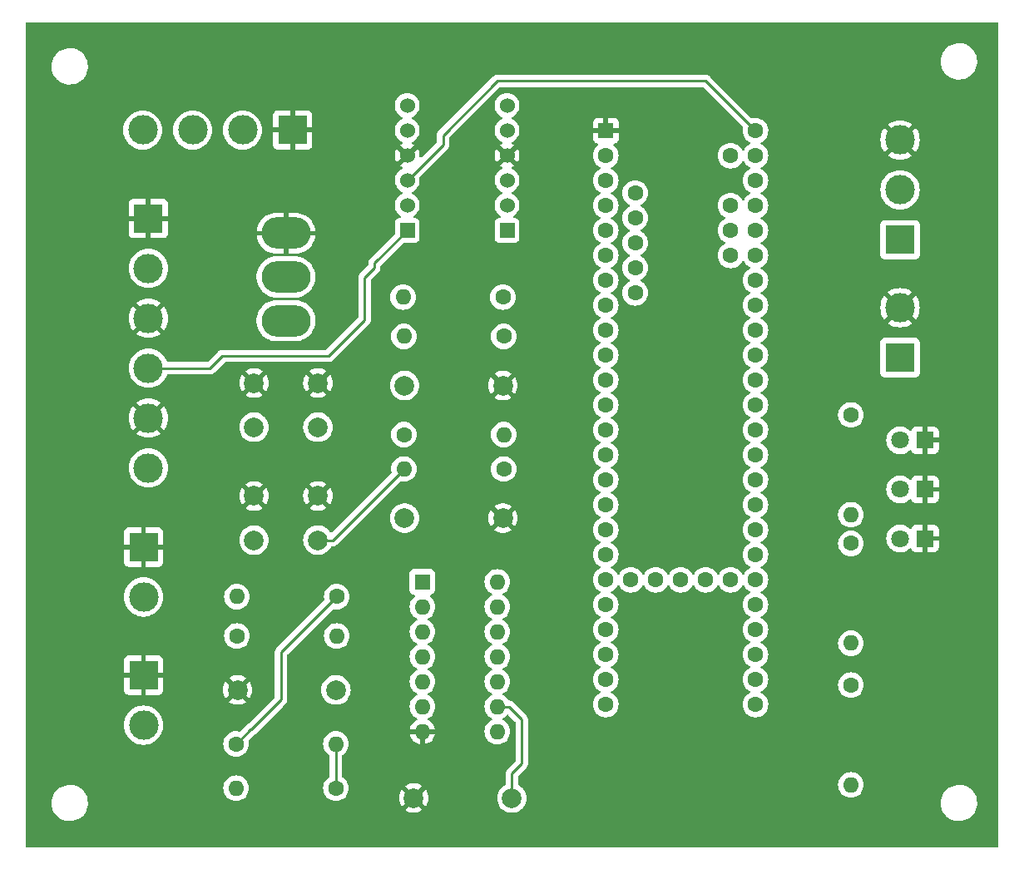
<source format=gbr>
%TF.GenerationSoftware,KiCad,Pcbnew,7.0.7*%
%TF.CreationDate,2023-10-16T12:37:20+02:00*%
%TF.ProjectId,kicad_pendulum_receiver1,6b696361-645f-4706-956e-64756c756d5f,rev?*%
%TF.SameCoordinates,Original*%
%TF.FileFunction,Copper,L2,Bot*%
%TF.FilePolarity,Positive*%
%FSLAX46Y46*%
G04 Gerber Fmt 4.6, Leading zero omitted, Abs format (unit mm)*
G04 Created by KiCad (PCBNEW 7.0.7) date 2023-10-16 12:37:20*
%MOMM*%
%LPD*%
G01*
G04 APERTURE LIST*
%TA.AperFunction,ComponentPad*%
%ADD10R,1.800000X1.800000*%
%TD*%
%TA.AperFunction,ComponentPad*%
%ADD11C,1.800000*%
%TD*%
%TA.AperFunction,ComponentPad*%
%ADD12C,1.600000*%
%TD*%
%TA.AperFunction,ComponentPad*%
%ADD13O,1.600000X1.600000*%
%TD*%
%TA.AperFunction,ComponentPad*%
%ADD14C,2.000000*%
%TD*%
%TA.AperFunction,ComponentPad*%
%ADD15R,3.000000X3.000000*%
%TD*%
%TA.AperFunction,ComponentPad*%
%ADD16C,3.000000*%
%TD*%
%TA.AperFunction,ComponentPad*%
%ADD17C,1.524000*%
%TD*%
%TA.AperFunction,ComponentPad*%
%ADD18R,1.524000X1.524000*%
%TD*%
%TA.AperFunction,ComponentPad*%
%ADD19R,1.600000X1.600000*%
%TD*%
%TA.AperFunction,ComponentPad*%
%ADD20O,5.000000X3.200000*%
%TD*%
%TA.AperFunction,Conductor*%
%ADD21C,0.250000*%
%TD*%
G04 APERTURE END LIST*
D10*
%TO.P,D1,1,K*%
%TO.N,GND*%
X187540000Y-111080000D03*
D11*
%TO.P,D1,2,A*%
%TO.N,Net-(D1-A)*%
X185000000Y-111080000D03*
%TD*%
D12*
%TO.P,R7,1*%
%TO.N,VCC*%
X117420000Y-132000000D03*
D13*
%TO.P,R7,2*%
%TO.N,Net-(R7-Pad2)*%
X127580000Y-132000000D03*
%TD*%
D14*
%TO.P,C1,1*%
%TO.N,Net-(C1-Pad1)*%
X134580000Y-109000000D03*
%TO.P,C1,2*%
%TO.N,GND*%
X144580000Y-109000000D03*
%TD*%
D15*
%TO.P,J3,1,Pin_1*%
%TO.N,Net-(J3-Pin_1)*%
X185000000Y-80660000D03*
D16*
%TO.P,J3,2,Pin_2*%
%TO.N,Net-(J3-Pin_2)*%
X185000000Y-75580000D03*
%TO.P,J3,3,Pin_3*%
%TO.N,GND*%
X185000000Y-70500000D03*
%TD*%
D12*
%TO.P,R3,1*%
%TO.N,VCC*%
X144580000Y-86500000D03*
D13*
%TO.P,R3,2*%
%TO.N,Net-(R3-Pad2)*%
X134420000Y-86500000D03*
%TD*%
D12*
%TO.P,R9,1*%
%TO.N,Net-(D1-A)*%
X180000000Y-126000000D03*
D13*
%TO.P,R9,2*%
%TO.N,Net-(U1-36_A17_PWM)*%
X180000000Y-136160000D03*
%TD*%
D12*
%TO.P,R1,1*%
%TO.N,Net-(R1-Pad1)*%
X134500000Y-100500000D03*
D13*
%TO.P,R1,2*%
%TO.N,Net-(C1-Pad1)*%
X144660000Y-100500000D03*
%TD*%
D12*
%TO.P,R11,1*%
%TO.N,Net-(D3-A)*%
X180000000Y-98500000D03*
D13*
%TO.P,R11,2*%
%TO.N,Net-(U1-38_A19_PWM_SDA1)*%
X180000000Y-108660000D03*
%TD*%
D17*
%TO.P,U2,GND_1,GND*%
%TO.N,GND*%
X134840000Y-72080000D03*
%TO.P,U2,GND_2,GND*%
X145000000Y-72080000D03*
%TO.P,U2,HV,HV*%
%TO.N,Net-(J1-Pin_2)*%
X134840000Y-74620000D03*
D18*
%TO.P,U2,HV1,HV1*%
%TO.N,Net-(J2-Pin_4)*%
X134840000Y-79700000D03*
D17*
%TO.P,U2,HV2,HV2*%
%TO.N,Net-(J2-Pin_6)*%
X134840000Y-77160000D03*
%TO.P,U2,HV3,HV3*%
%TO.N,Net-(J1-Pin_3)*%
X134840000Y-69540000D03*
%TO.P,U2,HV4,HV4*%
%TO.N,Net-(J1-Pin_4)*%
X134840000Y-67000000D03*
%TO.P,U2,LV,LV*%
%TO.N,VCC*%
X145000000Y-74620000D03*
D18*
%TO.P,U2,LV1,LV1*%
%TO.N,Net-(U1-7_RX3_MISO0_SCL0)*%
X145000000Y-79700000D03*
D17*
%TO.P,U2,LV2,LV2*%
%TO.N,Net-(U1-6_PWM)*%
X145000000Y-77160000D03*
%TO.P,U2,LV3,LV3*%
%TO.N,Net-(U1-3_PWM_CAN0TX_SCL2)*%
X145000000Y-69540000D03*
%TO.P,U2,LV4,LV4*%
%TO.N,Net-(U1-2_PWM)*%
X145000000Y-67000000D03*
%TD*%
D12*
%TO.P,R4,1*%
%TO.N,Net-(R3-Pad2)*%
X144660000Y-90500000D03*
D13*
%TO.P,R4,2*%
%TO.N,Net-(C2-Pad1)*%
X134500000Y-90500000D03*
%TD*%
D15*
%TO.P,J2,1,Pin_1*%
%TO.N,GND*%
X108500000Y-78500000D03*
D16*
%TO.P,J2,2,Pin_2*%
%TO.N,Net-(J2-Pin_2)*%
X108500000Y-83580000D03*
%TO.P,J2,3,Pin_3*%
%TO.N,GND*%
X108500000Y-88660000D03*
%TO.P,J2,4,Pin_4*%
%TO.N,Net-(J2-Pin_4)*%
X108500000Y-93740000D03*
%TO.P,J2,5,Pin_5*%
%TO.N,GND*%
X108500000Y-98820000D03*
%TO.P,J2,6,Pin_6*%
%TO.N,Net-(J2-Pin_6)*%
X108500000Y-103900000D03*
%TD*%
D10*
%TO.P,D2,1,K*%
%TO.N,GND*%
X187540000Y-106080000D03*
D11*
%TO.P,D2,2,A*%
%TO.N,Net-(D2-A)*%
X185000000Y-106080000D03*
%TD*%
D12*
%TO.P,R8,1*%
%TO.N,Net-(R7-Pad2)*%
X127580000Y-136500000D03*
D13*
%TO.P,R8,2*%
%TO.N,Net-(C4-Pad1)*%
X117420000Y-136500000D03*
%TD*%
D15*
%TO.P,J1,1,Pin_1*%
%TO.N,GND*%
X123160000Y-69500000D03*
D16*
%TO.P,J1,2,Pin_2*%
%TO.N,Net-(J1-Pin_2)*%
X118080000Y-69500000D03*
%TO.P,J1,3,Pin_3*%
%TO.N,Net-(J1-Pin_3)*%
X113000000Y-69500000D03*
%TO.P,J1,4,Pin_4*%
%TO.N,Net-(J1-Pin_4)*%
X107920000Y-69500000D03*
%TD*%
D14*
%TO.P,C4,1*%
%TO.N,Net-(C4-Pad1)*%
X145500000Y-137500000D03*
%TO.P,C4,2*%
%TO.N,GND*%
X135500000Y-137500000D03*
%TD*%
D15*
%TO.P,J4,1,Pin_1*%
%TO.N,VCC*%
X185000000Y-92660000D03*
D16*
%TO.P,J4,2,Pin_2*%
%TO.N,GND*%
X185000000Y-87580000D03*
%TD*%
D19*
%TO.P,U1,1,GND*%
%TO.N,GND*%
X155050000Y-69560000D03*
D12*
%TO.P,U1,2,0_RX1_MOSI1_TOUCH*%
%TO.N,Net-(J3-Pin_2)*%
X155050000Y-72100000D03*
%TO.P,U1,3,1_TX1_MISO1_TOUCH*%
%TO.N,Net-(J3-Pin_1)*%
X155050000Y-74640000D03*
%TO.P,U1,4,2_PWM*%
%TO.N,Net-(U1-2_PWM)*%
X155050000Y-77180000D03*
%TO.P,U1,5,3_PWM_CAN0TX_SCL2*%
%TO.N,Net-(U1-3_PWM_CAN0TX_SCL2)*%
X155050000Y-79720000D03*
%TO.P,U1,6,4_PWM_CAN0RX_SDA2*%
%TO.N,unconnected-(U1-4_PWM_CAN0RX_SDA2-Pad6)*%
X155050000Y-82260000D03*
%TO.P,U1,7,5_PWM_TX1_MISO1*%
%TO.N,unconnected-(U1-5_PWM_TX1_MISO1-Pad7)*%
X155050000Y-84800000D03*
%TO.P,U1,8,6_PWM*%
%TO.N,Net-(U1-6_PWM)*%
X155050000Y-87340000D03*
%TO.P,U1,9,7_RX3_MISO0_SCL0*%
%TO.N,Net-(U1-7_RX3_MISO0_SCL0)*%
X155050000Y-89880000D03*
%TO.P,U1,10,8_TX3_MISO0_SDA0*%
%TO.N,unconnected-(U1-8_TX3_MISO0_SDA0-Pad10)*%
X155050000Y-92420000D03*
%TO.P,U1,11,9_PWM_RX2_CS0*%
%TO.N,unconnected-(U1-9_PWM_RX2_CS0-Pad11)*%
X155050000Y-94960000D03*
%TO.P,U1,12,10_PWM_TX2_CS0*%
%TO.N,unconnected-(U1-10_PWM_TX2_CS0-Pad12)*%
X155050000Y-97500000D03*
%TO.P,U1,13,11_MOSI0*%
%TO.N,unconnected-(U1-11_MOSI0-Pad13)*%
X155050000Y-100040000D03*
%TO.P,U1,14,12_MISO0*%
%TO.N,unconnected-(U1-12_MISO0-Pad14)*%
X155050000Y-102580000D03*
%TO.P,U1,15,3.3V*%
%TO.N,VCC*%
X155050000Y-105120000D03*
%TO.P,U1,16,24*%
%TO.N,unconnected-(U1-24-Pad16)*%
X155050000Y-107660000D03*
%TO.P,U1,17,25*%
%TO.N,unconnected-(U1-25-Pad17)*%
X155050000Y-110200000D03*
%TO.P,U1,18,26_TX1*%
%TO.N,unconnected-(U1-26_TX1-Pad18)*%
X155050000Y-112740000D03*
%TO.P,U1,19,27_RX1*%
%TO.N,unconnected-(U1-27_RX1-Pad19)*%
X155050000Y-115280000D03*
%TO.P,U1,20,28*%
%TO.N,unconnected-(U1-28-Pad20)*%
X155050000Y-117820000D03*
%TO.P,U1,21,29_PWM_CAN0TX_TOUCH*%
%TO.N,Net-(U1-29_PWM_CAN0TX_TOUCH)*%
X155050000Y-120360000D03*
%TO.P,U1,22,30_PWM_CAN0RX_TOUCH*%
%TO.N,Net-(U1-30_PWM_CAN0RX_TOUCH)*%
X155050000Y-122900000D03*
%TO.P,U1,23,31_A12_RX4_CS1*%
%TO.N,Net-(U1-31_A12_RX4_CS1)*%
X155050000Y-125440000D03*
%TO.P,U1,24,32_A13_TX4_SCK1*%
%TO.N,Net-(U1-32_A13_TX4_SCK1)*%
X155050000Y-127980000D03*
%TO.P,U1,25,VBAT*%
%TO.N,unconnected-(U1-VBAT-Pad25)*%
X157590000Y-115280000D03*
%TO.P,U1,26,3V3*%
%TO.N,unconnected-(U1-3V3-Pad26)*%
X160130000Y-115280000D03*
%TO.P,U1,27,GND*%
%TO.N,unconnected-(U1-GND-Pad27)*%
X162670000Y-115280000D03*
%TO.P,U1,28,PROGRAM*%
%TO.N,unconnected-(U1-PROGRAM-Pad28)*%
X165210000Y-115280000D03*
%TO.P,U1,29,RESET*%
%TO.N,unconnected-(U1-RESET-Pad29)*%
X167750000Y-115280000D03*
%TO.P,U1,30,33_A14_TX5_CAN1TX_SCL0*%
%TO.N,unconnected-(U1-33_A14_TX5_CAN1TX_SCL0-Pad30)*%
X170290000Y-127980000D03*
%TO.P,U1,31,34_A15_RX5_CAN1RX_SDA0*%
%TO.N,unconnected-(U1-34_A15_RX5_CAN1RX_SDA0-Pad31)*%
X170290000Y-125440000D03*
%TO.P,U1,32,35_A16_PWM*%
%TO.N,unconnected-(U1-35_A16_PWM-Pad32)*%
X170290000Y-122900000D03*
%TO.P,U1,33,36_A17_PWM*%
%TO.N,Net-(U1-36_A17_PWM)*%
X170290000Y-120360000D03*
%TO.P,U1,34,37_A18_PWM_SCL1*%
%TO.N,Net-(U1-37_A18_PWM_SCL1)*%
X170290000Y-117820000D03*
%TO.P,U1,35,38_A19_PWM_SDA1*%
%TO.N,Net-(U1-38_A19_PWM_SDA1)*%
X170290000Y-115280000D03*
%TO.P,U1,36,39_A20*%
%TO.N,unconnected-(U1-39_A20-Pad36)*%
X170290000Y-112740000D03*
%TO.P,U1,37,A21_DAC0*%
%TO.N,unconnected-(U1-A21_DAC0-Pad37)*%
X170290000Y-110200000D03*
%TO.P,U1,38,A22_DAC1*%
%TO.N,unconnected-(U1-A22_DAC1-Pad38)*%
X170290000Y-107660000D03*
%TO.P,U1,39,GND*%
%TO.N,unconnected-(U1-GND-Pad39)*%
X170290000Y-105120000D03*
%TO.P,U1,40,13_SCK0_LED*%
%TO.N,unconnected-(U1-13_SCK0_LED-Pad40)*%
X170290000Y-102580000D03*
%TO.P,U1,41,14_A0_PWM_SCK0*%
%TO.N,unconnected-(U1-14_A0_PWM_SCK0-Pad41)*%
X170290000Y-100040000D03*
%TO.P,U1,42,15_A1_CS0_TOUCH*%
%TO.N,unconnected-(U1-15_A1_CS0_TOUCH-Pad42)*%
X170290000Y-97500000D03*
%TO.P,U1,43,16_A2_SCL0_TOUCH*%
%TO.N,unconnected-(U1-16_A2_SCL0_TOUCH-Pad43)*%
X170290000Y-94960000D03*
%TO.P,U1,44,17_A3_SDA0_TOUCH*%
%TO.N,unconnected-(U1-17_A3_SDA0_TOUCH-Pad44)*%
X170290000Y-92420000D03*
%TO.P,U1,45,18_A4_SDA0_TOUCH*%
%TO.N,unconnected-(U1-18_A4_SDA0_TOUCH-Pad45)*%
X170290000Y-89880000D03*
%TO.P,U1,46,19_A5_SCL0_TOUCH*%
%TO.N,unconnected-(U1-19_A5_SCL0_TOUCH-Pad46)*%
X170290000Y-87340000D03*
%TO.P,U1,47,20_A6_PWM_CS0_SCK1*%
%TO.N,unconnected-(U1-20_A6_PWM_CS0_SCK1-Pad47)*%
X170290000Y-84800000D03*
%TO.P,U1,48,21_A7_PWM_CS0_SCK1*%
%TO.N,unconnected-(U1-21_A7_PWM_CS0_SCK1-Pad48)*%
X170290000Y-82260000D03*
%TO.P,U1,49,22_A8_PWM_TOUCH*%
%TO.N,unconnected-(U1-22_A8_PWM_TOUCH-Pad49)*%
X170290000Y-79720000D03*
%TO.P,U1,50,23_A9_PWM_TOUCH*%
%TO.N,unconnected-(U1-23_A9_PWM_TOUCH-Pad50)*%
X170290000Y-77180000D03*
%TO.P,U1,51,3.3V*%
%TO.N,unconnected-(U1-3.3V-Pad51)*%
X170290000Y-74640000D03*
%TO.P,U1,52,AGND*%
%TO.N,unconnected-(U1-AGND-Pad52)*%
X170290000Y-72100000D03*
%TO.P,U1,53,VIN*%
%TO.N,Net-(J1-Pin_2)*%
X170290000Y-69560000D03*
%TO.P,U1,54,VUSB*%
%TO.N,unconnected-(U1-VUSB-Pad54)*%
X167750000Y-72100000D03*
%TO.P,U1,55,AREF*%
%TO.N,unconnected-(U1-AREF-Pad55)*%
X167750000Y-77180000D03*
%TO.P,U1,56,A10*%
%TO.N,unconnected-(U1-A10-Pad56)*%
X167750000Y-79720000D03*
%TO.P,U1,57,A11*%
%TO.N,unconnected-(U1-A11-Pad57)*%
X167750000Y-82260000D03*
%TO.P,U1,58,5V*%
%TO.N,unconnected-(U1-5V-Pad58)*%
X158050000Y-75910000D03*
%TO.P,U1,59,A26_D-*%
%TO.N,unconnected-(U1-A26_D--Pad59)*%
X158050000Y-78450000D03*
%TO.P,U1,60,A25_D+*%
%TO.N,unconnected-(U1-A25_D+-Pad60)*%
X158050000Y-80990000D03*
%TO.P,U1,61,GND*%
%TO.N,unconnected-(U1-GND-Pad61)*%
X158050000Y-83530000D03*
%TO.P,U1,62,GND*%
%TO.N,unconnected-(U1-GND-Pad62)*%
X158050000Y-86070000D03*
%TD*%
D10*
%TO.P,D3,1,K*%
%TO.N,GND*%
X187540000Y-101080000D03*
D11*
%TO.P,D3,2,A*%
%TO.N,Net-(D3-A)*%
X185000000Y-101080000D03*
%TD*%
D15*
%TO.P,SW4,1,1*%
%TO.N,GND*%
X108000000Y-125000000D03*
D16*
%TO.P,SW4,2,2*%
%TO.N,Net-(R7-Pad2)*%
X108000000Y-130080000D03*
%TD*%
D12*
%TO.P,R2,1*%
%TO.N,VCC*%
X144660000Y-104000000D03*
D13*
%TO.P,R2,2*%
%TO.N,Net-(R1-Pad1)*%
X134500000Y-104000000D03*
%TD*%
D19*
%TO.P,U3,1*%
%TO.N,Net-(C1-Pad1)*%
X136380000Y-115500000D03*
D13*
%TO.P,U3,2*%
%TO.N,Net-(U1-29_PWM_CAN0TX_TOUCH)*%
X136380000Y-118040000D03*
%TO.P,U3,3*%
%TO.N,Net-(C2-Pad1)*%
X136380000Y-120580000D03*
%TO.P,U3,4*%
%TO.N,Net-(U1-30_PWM_CAN0RX_TOUCH)*%
X136380000Y-123120000D03*
%TO.P,U3,5*%
%TO.N,Net-(C3-Pad1)*%
X136380000Y-125660000D03*
%TO.P,U3,6*%
%TO.N,Net-(U1-31_A12_RX4_CS1)*%
X136380000Y-128200000D03*
%TO.P,U3,7,GND*%
%TO.N,GND*%
X136380000Y-130740000D03*
%TO.P,U3,8*%
%TO.N,Net-(U1-32_A13_TX4_SCK1)*%
X144000000Y-130740000D03*
%TO.P,U3,9*%
%TO.N,Net-(C4-Pad1)*%
X144000000Y-128200000D03*
%TO.P,U3,10*%
%TO.N,N/C*%
X144000000Y-125660000D03*
%TO.P,U3,11*%
X144000000Y-123120000D03*
%TO.P,U3,12*%
X144000000Y-120580000D03*
%TO.P,U3,13*%
X144000000Y-118040000D03*
%TO.P,U3,14,VCC*%
%TO.N,VCC*%
X144000000Y-115500000D03*
%TD*%
D14*
%TO.P,C2,1*%
%TO.N,Net-(C2-Pad1)*%
X134580000Y-95500000D03*
%TO.P,C2,2*%
%TO.N,GND*%
X144580000Y-95500000D03*
%TD*%
D12*
%TO.P,R10,1*%
%TO.N,Net-(D2-A)*%
X180000000Y-111580000D03*
D13*
%TO.P,R10,2*%
%TO.N,Net-(U1-37_A18_PWM_SCL1)*%
X180000000Y-121740000D03*
%TD*%
D15*
%TO.P,SW3,1,1*%
%TO.N,GND*%
X108000000Y-111960000D03*
D16*
%TO.P,SW3,2,2*%
%TO.N,Net-(R5-Pad2)*%
X108000000Y-117040000D03*
%TD*%
D14*
%TO.P,SW2,1,1*%
%TO.N,GND*%
X119250000Y-95250000D03*
X125750000Y-95250000D03*
%TO.P,SW2,2,2*%
%TO.N,Net-(R3-Pad2)*%
X119250000Y-99750000D03*
X125750000Y-99750000D03*
%TD*%
D20*
%TO.P,SW5,1,A*%
%TO.N,Net-(J1-Pin_2)*%
X122500000Y-88900000D03*
%TO.P,SW5,2,B*%
%TO.N,Net-(J2-Pin_2)*%
X122500000Y-84450000D03*
%TO.P,SW5,3,C*%
%TO.N,GND*%
X122500000Y-80000000D03*
%TD*%
D14*
%TO.P,SW1,1,1*%
%TO.N,GND*%
X119250000Y-106750000D03*
X125750000Y-106750000D03*
%TO.P,SW1,2,2*%
%TO.N,Net-(R1-Pad1)*%
X119250000Y-111250000D03*
X125750000Y-111250000D03*
%TD*%
D12*
%TO.P,R6,1*%
%TO.N,Net-(R5-Pad2)*%
X117500000Y-121000000D03*
D13*
%TO.P,R6,2*%
%TO.N,Net-(C3-Pad1)*%
X127660000Y-121000000D03*
%TD*%
D12*
%TO.P,R5,1*%
%TO.N,VCC*%
X127660000Y-117000000D03*
D13*
%TO.P,R5,2*%
%TO.N,Net-(R5-Pad2)*%
X117500000Y-117000000D03*
%TD*%
D14*
%TO.P,C3,1*%
%TO.N,Net-(C3-Pad1)*%
X127580000Y-126500000D03*
%TO.P,C3,2*%
%TO.N,GND*%
X117580000Y-126500000D03*
%TD*%
D21*
%TO.N,Net-(C4-Pad1)*%
X146500000Y-129500000D02*
X146500000Y-134000000D01*
X145500000Y-135000000D02*
X145500000Y-137500000D01*
X146500000Y-134000000D02*
X145500000Y-135000000D01*
X144000000Y-128200000D02*
X145200000Y-128200000D01*
X145200000Y-128200000D02*
X146500000Y-129500000D01*
%TO.N,Net-(J1-Pin_2)*%
X138485000Y-70015000D02*
X144000000Y-64500000D01*
X134840000Y-74620000D02*
X138485000Y-70975000D01*
X165230000Y-64500000D02*
X170290000Y-69560000D01*
X138485000Y-70975000D02*
X138485000Y-70015000D01*
X144000000Y-64500000D02*
X165230000Y-64500000D01*
%TO.N,Net-(J2-Pin_4)*%
X130500000Y-88829009D02*
X130500000Y-84500000D01*
X108500000Y-93740000D02*
X114760000Y-93740000D01*
X131500000Y-83040000D02*
X134840000Y-79700000D01*
X116000000Y-92500000D02*
X126829009Y-92500000D01*
X131500000Y-83500000D02*
X131500000Y-83040000D01*
X126829009Y-92500000D02*
X130500000Y-88829009D01*
X114760000Y-93740000D02*
X116000000Y-92500000D01*
X130500000Y-84500000D02*
X131500000Y-83500000D01*
%TO.N,Net-(R1-Pad1)*%
X125750000Y-111250000D02*
X127250000Y-111250000D01*
X127250000Y-111250000D02*
X134500000Y-104000000D01*
%TO.N,VCC*%
X122000000Y-122660000D02*
X127660000Y-117000000D01*
X118985000Y-130515000D02*
X122000000Y-127500000D01*
X122000000Y-127500000D02*
X122000000Y-122660000D01*
X118905000Y-130515000D02*
X118985000Y-130515000D01*
X117420000Y-132000000D02*
X118905000Y-130515000D01*
%TO.N,Net-(R7-Pad2)*%
X127580000Y-136500000D02*
X127580000Y-132000000D01*
%TD*%
%TA.AperFunction,Conductor*%
%TO.N,GND*%
G36*
X194942539Y-58520185D02*
G01*
X194988294Y-58572989D01*
X194999500Y-58624500D01*
X194999500Y-142375500D01*
X194979815Y-142442539D01*
X194927011Y-142488294D01*
X194875500Y-142499500D01*
X96124500Y-142499500D01*
X96057461Y-142479815D01*
X96011706Y-142427011D01*
X96000500Y-142375500D01*
X96000500Y-138067763D01*
X98645787Y-138067763D01*
X98675413Y-138337013D01*
X98675415Y-138337024D01*
X98743926Y-138599082D01*
X98743928Y-138599088D01*
X98849870Y-138848390D01*
X98917723Y-138959571D01*
X98990979Y-139079605D01*
X98990986Y-139079615D01*
X99164253Y-139287819D01*
X99164259Y-139287824D01*
X99365998Y-139468582D01*
X99591910Y-139618044D01*
X99837176Y-139733020D01*
X99837183Y-139733022D01*
X99837185Y-139733023D01*
X100096557Y-139811057D01*
X100096564Y-139811058D01*
X100096569Y-139811060D01*
X100364561Y-139850500D01*
X100364566Y-139850500D01*
X100567636Y-139850500D01*
X100619133Y-139846730D01*
X100770156Y-139835677D01*
X100882758Y-139810593D01*
X101034546Y-139776782D01*
X101034548Y-139776781D01*
X101034553Y-139776780D01*
X101287558Y-139680014D01*
X101523777Y-139547441D01*
X101738177Y-139381888D01*
X101926186Y-139186881D01*
X102083799Y-138966579D01*
X102157787Y-138822669D01*
X102207649Y-138725690D01*
X102207651Y-138725684D01*
X102207656Y-138725675D01*
X102295118Y-138469305D01*
X102344319Y-138202933D01*
X102354212Y-137932235D01*
X102324586Y-137662982D01*
X102256072Y-137400912D01*
X102150130Y-137151610D01*
X102009018Y-136920390D01*
X101986831Y-136893729D01*
X101835746Y-136712180D01*
X101835740Y-136712175D01*
X101634002Y-136531418D01*
X101586515Y-136500001D01*
X116114532Y-136500001D01*
X116134364Y-136726686D01*
X116134366Y-136726697D01*
X116193258Y-136946488D01*
X116193261Y-136946497D01*
X116289431Y-137152732D01*
X116289432Y-137152734D01*
X116419954Y-137339141D01*
X116580858Y-137500045D01*
X116580861Y-137500047D01*
X116767266Y-137630568D01*
X116973504Y-137726739D01*
X117193308Y-137785635D01*
X117355230Y-137799801D01*
X117419998Y-137805468D01*
X117420000Y-137805468D01*
X117420002Y-137805468D01*
X117476672Y-137800509D01*
X117646692Y-137785635D01*
X117866496Y-137726739D01*
X118072734Y-137630568D01*
X118259139Y-137500047D01*
X118420047Y-137339139D01*
X118550568Y-137152734D01*
X118646739Y-136946496D01*
X118705635Y-136726692D01*
X118725468Y-136500001D01*
X126274532Y-136500001D01*
X126294364Y-136726686D01*
X126294366Y-136726697D01*
X126353258Y-136946488D01*
X126353261Y-136946497D01*
X126449431Y-137152732D01*
X126449432Y-137152734D01*
X126579954Y-137339141D01*
X126740858Y-137500045D01*
X126740861Y-137500047D01*
X126927266Y-137630568D01*
X127133504Y-137726739D01*
X127353308Y-137785635D01*
X127515230Y-137799801D01*
X127579998Y-137805468D01*
X127580000Y-137805468D01*
X127580002Y-137805468D01*
X127636673Y-137800509D01*
X127806692Y-137785635D01*
X128026496Y-137726739D01*
X128232734Y-137630568D01*
X128419139Y-137500047D01*
X128419181Y-137500005D01*
X133994858Y-137500005D01*
X134015385Y-137747729D01*
X134015387Y-137747738D01*
X134076412Y-137988717D01*
X134176266Y-138216364D01*
X134276564Y-138369882D01*
X134891050Y-137755395D01*
X134952373Y-137721910D01*
X135022064Y-137726894D01*
X135077998Y-137768765D01*
X135083039Y-137776025D01*
X135118239Y-137830797D01*
X135118239Y-137830798D01*
X135233602Y-137930759D01*
X135231293Y-137933422D01*
X135266006Y-137973499D01*
X135275935Y-138042660D01*
X135246898Y-138106210D01*
X135240882Y-138112669D01*
X134629942Y-138723609D01*
X134676768Y-138760055D01*
X134676770Y-138760056D01*
X134895385Y-138878364D01*
X134895396Y-138878369D01*
X135130506Y-138959083D01*
X135375707Y-139000000D01*
X135624293Y-139000000D01*
X135869493Y-138959083D01*
X136104603Y-138878369D01*
X136104614Y-138878364D01*
X136323228Y-138760057D01*
X136323231Y-138760055D01*
X136370056Y-138723609D01*
X135759116Y-138112669D01*
X135725631Y-138051346D01*
X135730615Y-137981654D01*
X135767641Y-137932193D01*
X135766398Y-137930759D01*
X135773100Y-137924952D01*
X135881761Y-137830798D01*
X135916954Y-137776037D01*
X135969755Y-137730283D01*
X136038914Y-137720339D01*
X136102470Y-137749363D01*
X136108949Y-137755396D01*
X136723434Y-138369882D01*
X136823731Y-138216369D01*
X136923587Y-137988717D01*
X136984612Y-137747738D01*
X136984614Y-137747729D01*
X137005141Y-137500005D01*
X137005141Y-137499994D01*
X136984614Y-137252270D01*
X136984612Y-137252261D01*
X136923587Y-137011282D01*
X136823731Y-136783630D01*
X136723434Y-136630116D01*
X136108949Y-137244602D01*
X136047626Y-137278087D01*
X135977934Y-137273103D01*
X135922001Y-137231231D01*
X135916953Y-137223961D01*
X135881761Y-137169202D01*
X135766398Y-137069241D01*
X135768698Y-137066585D01*
X135733960Y-137026428D01*
X135724074Y-136957261D01*
X135753152Y-136893729D01*
X135759116Y-136887329D01*
X136370056Y-136276389D01*
X136323229Y-136239943D01*
X136104614Y-136121635D01*
X136104603Y-136121630D01*
X135869493Y-136040916D01*
X135624293Y-136000000D01*
X135375707Y-136000000D01*
X135130506Y-136040916D01*
X134895396Y-136121630D01*
X134895390Y-136121632D01*
X134676761Y-136239949D01*
X134629942Y-136276388D01*
X134629942Y-136276390D01*
X135240883Y-136887330D01*
X135274368Y-136948653D01*
X135269384Y-137018344D01*
X135232358Y-137067805D01*
X135233602Y-137069241D01*
X135118238Y-137169202D01*
X135083046Y-137223962D01*
X135030242Y-137269717D01*
X134961083Y-137279660D01*
X134897528Y-137250634D01*
X134891050Y-137244603D01*
X134276564Y-136630116D01*
X134176267Y-136783632D01*
X134076412Y-137011282D01*
X134015387Y-137252261D01*
X134015385Y-137252270D01*
X133994858Y-137499994D01*
X133994858Y-137500005D01*
X128419181Y-137500005D01*
X128580047Y-137339139D01*
X128710568Y-137152734D01*
X128806739Y-136946496D01*
X128865635Y-136726692D01*
X128885468Y-136500000D01*
X128865635Y-136273308D01*
X128806739Y-136053504D01*
X128710568Y-135847266D01*
X128580047Y-135660861D01*
X128580045Y-135660858D01*
X128419140Y-135499953D01*
X128258377Y-135387386D01*
X128214752Y-135332809D01*
X128205500Y-135285811D01*
X128205500Y-134272917D01*
X128205499Y-133214184D01*
X128225184Y-133147149D01*
X128258374Y-133112614D01*
X128419139Y-133000047D01*
X128580047Y-132839139D01*
X128710568Y-132652734D01*
X128806739Y-132446496D01*
X128865635Y-132226692D01*
X128885468Y-132000000D01*
X128865635Y-131773308D01*
X128806739Y-131553504D01*
X128710568Y-131347266D01*
X128582467Y-131164317D01*
X128580045Y-131160858D01*
X128419141Y-130999954D01*
X128232734Y-130869432D01*
X128232732Y-130869431D01*
X128026497Y-130773261D01*
X128026488Y-130773258D01*
X127806697Y-130714366D01*
X127806693Y-130714365D01*
X127806692Y-130714365D01*
X127806691Y-130714364D01*
X127806686Y-130714364D01*
X127580002Y-130694532D01*
X127579998Y-130694532D01*
X127353313Y-130714364D01*
X127353302Y-130714366D01*
X127133511Y-130773258D01*
X127133502Y-130773261D01*
X126927267Y-130869431D01*
X126927265Y-130869432D01*
X126740858Y-130999954D01*
X126579954Y-131160858D01*
X126449432Y-131347265D01*
X126449431Y-131347267D01*
X126353261Y-131553502D01*
X126353258Y-131553511D01*
X126294366Y-131773302D01*
X126294364Y-131773313D01*
X126274532Y-131999998D01*
X126274532Y-132000001D01*
X126294364Y-132226686D01*
X126294366Y-132226697D01*
X126353258Y-132446488D01*
X126353261Y-132446497D01*
X126449431Y-132652732D01*
X126449432Y-132652734D01*
X126579954Y-132839141D01*
X126740858Y-133000045D01*
X126901623Y-133112613D01*
X126945248Y-133167189D01*
X126954500Y-133214188D01*
X126954500Y-135285811D01*
X126934815Y-135352850D01*
X126901623Y-135387386D01*
X126740859Y-135499953D01*
X126579954Y-135660858D01*
X126449432Y-135847265D01*
X126449431Y-135847267D01*
X126353261Y-136053502D01*
X126353258Y-136053511D01*
X126294366Y-136273302D01*
X126294364Y-136273313D01*
X126274532Y-136499998D01*
X126274532Y-136500001D01*
X118725468Y-136500001D01*
X118725468Y-136500000D01*
X118705635Y-136273308D01*
X118646739Y-136053504D01*
X118550568Y-135847266D01*
X118420047Y-135660861D01*
X118420045Y-135660858D01*
X118259141Y-135499954D01*
X118072734Y-135369432D01*
X118072732Y-135369431D01*
X117866497Y-135273261D01*
X117866488Y-135273258D01*
X117646697Y-135214366D01*
X117646693Y-135214365D01*
X117646692Y-135214365D01*
X117646691Y-135214364D01*
X117646686Y-135214364D01*
X117420002Y-135194532D01*
X117419998Y-135194532D01*
X117193313Y-135214364D01*
X117193302Y-135214366D01*
X116973511Y-135273258D01*
X116973502Y-135273261D01*
X116767267Y-135369431D01*
X116767265Y-135369432D01*
X116580858Y-135499954D01*
X116419954Y-135660858D01*
X116289432Y-135847265D01*
X116289431Y-135847267D01*
X116193261Y-136053502D01*
X116193258Y-136053511D01*
X116134366Y-136273302D01*
X116134364Y-136273313D01*
X116114532Y-136499998D01*
X116114532Y-136500001D01*
X101586515Y-136500001D01*
X101408092Y-136381957D01*
X101408090Y-136381956D01*
X101162824Y-136266980D01*
X101162819Y-136266978D01*
X101162814Y-136266976D01*
X100903442Y-136188942D01*
X100903428Y-136188939D01*
X100787791Y-136171921D01*
X100635439Y-136149500D01*
X100432369Y-136149500D01*
X100432364Y-136149500D01*
X100229844Y-136164323D01*
X100229831Y-136164325D01*
X99965453Y-136223217D01*
X99965446Y-136223220D01*
X99712439Y-136319987D01*
X99476226Y-136452557D01*
X99261822Y-136618112D01*
X99073822Y-136813109D01*
X99073816Y-136813116D01*
X98916202Y-137033419D01*
X98916199Y-137033424D01*
X98792350Y-137274309D01*
X98792343Y-137274327D01*
X98704884Y-137530685D01*
X98704882Y-137530695D01*
X98659566Y-137776037D01*
X98655681Y-137797068D01*
X98655680Y-137797075D01*
X98645787Y-138067763D01*
X96000500Y-138067763D01*
X96000500Y-130080001D01*
X105994390Y-130080001D01*
X106014804Y-130365433D01*
X106075628Y-130645037D01*
X106075630Y-130645043D01*
X106075631Y-130645046D01*
X106115228Y-130751209D01*
X106175635Y-130913166D01*
X106312770Y-131164309D01*
X106312775Y-131164317D01*
X106484254Y-131393387D01*
X106484270Y-131393405D01*
X106686594Y-131595729D01*
X106686612Y-131595745D01*
X106915682Y-131767224D01*
X106915690Y-131767229D01*
X107166833Y-131904364D01*
X107166832Y-131904364D01*
X107166836Y-131904365D01*
X107166839Y-131904367D01*
X107434954Y-132004369D01*
X107434960Y-132004370D01*
X107434962Y-132004371D01*
X107714566Y-132065195D01*
X107714568Y-132065195D01*
X107714572Y-132065196D01*
X107968220Y-132083337D01*
X107999999Y-132085610D01*
X108000000Y-132085610D01*
X108000001Y-132085610D01*
X108028595Y-132083564D01*
X108285428Y-132065196D01*
X108376117Y-132045468D01*
X108565037Y-132004371D01*
X108565037Y-132004370D01*
X108565046Y-132004369D01*
X108576757Y-132000001D01*
X116114532Y-132000001D01*
X116134364Y-132226686D01*
X116134366Y-132226697D01*
X116193258Y-132446488D01*
X116193261Y-132446497D01*
X116289431Y-132652732D01*
X116289432Y-132652734D01*
X116419954Y-132839141D01*
X116580858Y-133000045D01*
X116580861Y-133000047D01*
X116767266Y-133130568D01*
X116973504Y-133226739D01*
X117193308Y-133285635D01*
X117355230Y-133299801D01*
X117419998Y-133305468D01*
X117420000Y-133305468D01*
X117420002Y-133305468D01*
X117476673Y-133300509D01*
X117646692Y-133285635D01*
X117866496Y-133226739D01*
X118072734Y-133130568D01*
X118259139Y-133000047D01*
X118420047Y-132839139D01*
X118550568Y-132652734D01*
X118646739Y-132446496D01*
X118705635Y-132226692D01*
X118725468Y-132000000D01*
X118705635Y-131773308D01*
X118687318Y-131704948D01*
X118688981Y-131635103D01*
X118719410Y-131585179D01*
X119178462Y-131126127D01*
X119231549Y-131094733D01*
X119235390Y-131093618D01*
X119252629Y-131083422D01*
X119270103Y-131074862D01*
X119288727Y-131067488D01*
X119288727Y-131067487D01*
X119288732Y-131067486D01*
X119326449Y-131040082D01*
X119331305Y-131036892D01*
X119371420Y-131013170D01*
X119385589Y-130998999D01*
X119400379Y-130986368D01*
X119416587Y-130974594D01*
X119446299Y-130938676D01*
X119450212Y-130934376D01*
X122184588Y-128200001D01*
X135074532Y-128200001D01*
X135094364Y-128426686D01*
X135094366Y-128426697D01*
X135153258Y-128646488D01*
X135153261Y-128646497D01*
X135249431Y-128852732D01*
X135249432Y-128852734D01*
X135379954Y-129039141D01*
X135540858Y-129200045D01*
X135540861Y-129200047D01*
X135727266Y-129330568D01*
X135785865Y-129357893D01*
X135838305Y-129404065D01*
X135857457Y-129471258D01*
X135837242Y-129538139D01*
X135785867Y-129582657D01*
X135727515Y-129609867D01*
X135541179Y-129740342D01*
X135380342Y-129901179D01*
X135249865Y-130087517D01*
X135153734Y-130293673D01*
X135153730Y-130293682D01*
X135101127Y-130489999D01*
X135101128Y-130490000D01*
X135869424Y-130490000D01*
X135936463Y-130509685D01*
X135982218Y-130562489D01*
X135992162Y-130631647D01*
X135991897Y-130633397D01*
X135975014Y-130739996D01*
X135975014Y-130740003D01*
X135991897Y-130846603D01*
X135982942Y-130915896D01*
X135937946Y-130969348D01*
X135871194Y-130989987D01*
X135869424Y-130990000D01*
X135101128Y-130990000D01*
X135153730Y-131186317D01*
X135153734Y-131186326D01*
X135249865Y-131392482D01*
X135380342Y-131578820D01*
X135541179Y-131739657D01*
X135727517Y-131870134D01*
X135933673Y-131966265D01*
X135933682Y-131966269D01*
X136129999Y-132018872D01*
X136130000Y-132018871D01*
X136130000Y-131250575D01*
X136149685Y-131183536D01*
X136202489Y-131137781D01*
X136271647Y-131127837D01*
X136273331Y-131128091D01*
X136305699Y-131133218D01*
X136348515Y-131140000D01*
X136348519Y-131140000D01*
X136411485Y-131140000D01*
X136454300Y-131133218D01*
X136486602Y-131128102D01*
X136555894Y-131137056D01*
X136609347Y-131182052D01*
X136629987Y-131248803D01*
X136630000Y-131250575D01*
X136630000Y-132018872D01*
X136826317Y-131966269D01*
X136826326Y-131966265D01*
X137032482Y-131870134D01*
X137218820Y-131739657D01*
X137379657Y-131578820D01*
X137510134Y-131392482D01*
X137606265Y-131186326D01*
X137606269Y-131186317D01*
X137658872Y-130990000D01*
X136890576Y-130990000D01*
X136823537Y-130970315D01*
X136777782Y-130917511D01*
X136767838Y-130848353D01*
X136768103Y-130846603D01*
X136784986Y-130740003D01*
X136784986Y-130740001D01*
X142694532Y-130740001D01*
X142714364Y-130966686D01*
X142714366Y-130966697D01*
X142773258Y-131186488D01*
X142773261Y-131186497D01*
X142869431Y-131392732D01*
X142869432Y-131392734D01*
X142999954Y-131579141D01*
X143160858Y-131740045D01*
X143160861Y-131740047D01*
X143347266Y-131870568D01*
X143553504Y-131966739D01*
X143773308Y-132025635D01*
X143935230Y-132039801D01*
X143999998Y-132045468D01*
X144000000Y-132045468D01*
X144000002Y-132045468D01*
X144056672Y-132040509D01*
X144226692Y-132025635D01*
X144446496Y-131966739D01*
X144652734Y-131870568D01*
X144839139Y-131740047D01*
X145000047Y-131579139D01*
X145130568Y-131392734D01*
X145226739Y-131186496D01*
X145285635Y-130966692D01*
X145305468Y-130740000D01*
X145285635Y-130513308D01*
X145226739Y-130293504D01*
X145130568Y-130087266D01*
X145000047Y-129900861D01*
X145000045Y-129900858D01*
X144839141Y-129739954D01*
X144652734Y-129609432D01*
X144652728Y-129609429D01*
X144594725Y-129582382D01*
X144542285Y-129536210D01*
X144523133Y-129469017D01*
X144543348Y-129402135D01*
X144594725Y-129357618D01*
X144652734Y-129330568D01*
X144839139Y-129200047D01*
X144989618Y-129049567D01*
X145050940Y-129016084D01*
X145120631Y-129021068D01*
X145164979Y-129049569D01*
X145838181Y-129722771D01*
X145871666Y-129784094D01*
X145874500Y-129810452D01*
X145874500Y-133689546D01*
X145854815Y-133756585D01*
X145838181Y-133777227D01*
X145116208Y-134499199D01*
X145103951Y-134509020D01*
X145104134Y-134509241D01*
X145098123Y-134514213D01*
X145050772Y-134564636D01*
X145029889Y-134585518D01*
X145029877Y-134585532D01*
X145025621Y-134591017D01*
X145021837Y-134595447D01*
X144989937Y-134629418D01*
X144989936Y-134629420D01*
X144980284Y-134646976D01*
X144969610Y-134663226D01*
X144957329Y-134679061D01*
X144957324Y-134679068D01*
X144938815Y-134721838D01*
X144936245Y-134727084D01*
X144913803Y-134767906D01*
X144908822Y-134787307D01*
X144902521Y-134805710D01*
X144894562Y-134824102D01*
X144894561Y-134824105D01*
X144887271Y-134870127D01*
X144886087Y-134875846D01*
X144874501Y-134920972D01*
X144874500Y-134920982D01*
X144874500Y-134941016D01*
X144872973Y-134960415D01*
X144869840Y-134980194D01*
X144869840Y-134980195D01*
X144874225Y-135026583D01*
X144874500Y-135032421D01*
X144874500Y-136058479D01*
X144854815Y-136125518D01*
X144809519Y-136167533D01*
X144676496Y-136239522D01*
X144676494Y-136239523D01*
X144480257Y-136392261D01*
X144311833Y-136575217D01*
X144175826Y-136783393D01*
X144075936Y-137011118D01*
X144014892Y-137252175D01*
X144014890Y-137252187D01*
X143994357Y-137499994D01*
X143994357Y-137500005D01*
X144014890Y-137747812D01*
X144014892Y-137747824D01*
X144075936Y-137988881D01*
X144175826Y-138216606D01*
X144311833Y-138424782D01*
X144311836Y-138424785D01*
X144480256Y-138607738D01*
X144676491Y-138760474D01*
X144676493Y-138760475D01*
X144894332Y-138878364D01*
X144895190Y-138878828D01*
X145114141Y-138953994D01*
X145128964Y-138959083D01*
X145130386Y-138959571D01*
X145375665Y-139000500D01*
X145624335Y-139000500D01*
X145869614Y-138959571D01*
X146104810Y-138878828D01*
X146323509Y-138760474D01*
X146519744Y-138607738D01*
X146688164Y-138424785D01*
X146824173Y-138216607D01*
X146889462Y-138067763D01*
X189145787Y-138067763D01*
X189175413Y-138337013D01*
X189175415Y-138337024D01*
X189243926Y-138599082D01*
X189243928Y-138599088D01*
X189349870Y-138848390D01*
X189417723Y-138959571D01*
X189490979Y-139079605D01*
X189490986Y-139079615D01*
X189664253Y-139287819D01*
X189664259Y-139287824D01*
X189865998Y-139468582D01*
X190091910Y-139618044D01*
X190337176Y-139733020D01*
X190337183Y-139733022D01*
X190337185Y-139733023D01*
X190596557Y-139811057D01*
X190596564Y-139811058D01*
X190596569Y-139811060D01*
X190864561Y-139850500D01*
X190864566Y-139850500D01*
X191067636Y-139850500D01*
X191119133Y-139846730D01*
X191270156Y-139835677D01*
X191382758Y-139810593D01*
X191534546Y-139776782D01*
X191534548Y-139776781D01*
X191534553Y-139776780D01*
X191787558Y-139680014D01*
X192023777Y-139547441D01*
X192238177Y-139381888D01*
X192426186Y-139186881D01*
X192583799Y-138966579D01*
X192657787Y-138822669D01*
X192707649Y-138725690D01*
X192707651Y-138725684D01*
X192707656Y-138725675D01*
X192795118Y-138469305D01*
X192844319Y-138202933D01*
X192854212Y-137932235D01*
X192824586Y-137662982D01*
X192756072Y-137400912D01*
X192650130Y-137151610D01*
X192509018Y-136920390D01*
X192486831Y-136893729D01*
X192335746Y-136712180D01*
X192335740Y-136712175D01*
X192134002Y-136531418D01*
X191908092Y-136381957D01*
X191908090Y-136381956D01*
X191662824Y-136266980D01*
X191662819Y-136266978D01*
X191662814Y-136266976D01*
X191403442Y-136188942D01*
X191403428Y-136188939D01*
X191287791Y-136171921D01*
X191135439Y-136149500D01*
X190932369Y-136149500D01*
X190932364Y-136149500D01*
X190729844Y-136164323D01*
X190729831Y-136164325D01*
X190465453Y-136223217D01*
X190465446Y-136223220D01*
X190212439Y-136319987D01*
X189976226Y-136452557D01*
X189761822Y-136618112D01*
X189573822Y-136813109D01*
X189573816Y-136813116D01*
X189416202Y-137033419D01*
X189416199Y-137033424D01*
X189292350Y-137274309D01*
X189292343Y-137274327D01*
X189204884Y-137530685D01*
X189204882Y-137530695D01*
X189159566Y-137776037D01*
X189155681Y-137797068D01*
X189155680Y-137797075D01*
X189145787Y-138067763D01*
X146889462Y-138067763D01*
X146924063Y-137988881D01*
X146985108Y-137747821D01*
X146985116Y-137747729D01*
X147005643Y-137500005D01*
X147005643Y-137499994D01*
X146985109Y-137252187D01*
X146985107Y-137252175D01*
X146924063Y-137011118D01*
X146824173Y-136783393D01*
X146688166Y-136575217D01*
X146647846Y-136531418D01*
X146519744Y-136392262D01*
X146323509Y-136239526D01*
X146323508Y-136239525D01*
X146323505Y-136239523D01*
X146323503Y-136239522D01*
X146190481Y-136167533D01*
X146182892Y-136160001D01*
X178694532Y-136160001D01*
X178714364Y-136386686D01*
X178714366Y-136386697D01*
X178773258Y-136606488D01*
X178773261Y-136606497D01*
X178869431Y-136812732D01*
X178869432Y-136812734D01*
X178999954Y-136999141D01*
X179160858Y-137160045D01*
X179160861Y-137160047D01*
X179347266Y-137290568D01*
X179553504Y-137386739D01*
X179773308Y-137445635D01*
X179935230Y-137459801D01*
X179999998Y-137465468D01*
X180000000Y-137465468D01*
X180000002Y-137465468D01*
X180056673Y-137460509D01*
X180226692Y-137445635D01*
X180446496Y-137386739D01*
X180652734Y-137290568D01*
X180839139Y-137160047D01*
X181000047Y-136999139D01*
X181130568Y-136812734D01*
X181226739Y-136606496D01*
X181285635Y-136386692D01*
X181305468Y-136160000D01*
X181304549Y-136149500D01*
X181285635Y-135933313D01*
X181285635Y-135933308D01*
X181226739Y-135713504D01*
X181130568Y-135507266D01*
X181000047Y-135320861D01*
X181000045Y-135320858D01*
X180839141Y-135159954D01*
X180652734Y-135029432D01*
X180652732Y-135029431D01*
X180446497Y-134933261D01*
X180446488Y-134933258D01*
X180226697Y-134874366D01*
X180226693Y-134874365D01*
X180226692Y-134874365D01*
X180226691Y-134874364D01*
X180226686Y-134874364D01*
X180000002Y-134854532D01*
X179999998Y-134854532D01*
X179773313Y-134874364D01*
X179773302Y-134874366D01*
X179553511Y-134933258D01*
X179553502Y-134933261D01*
X179347267Y-135029431D01*
X179347265Y-135029432D01*
X179160858Y-135159954D01*
X178999954Y-135320858D01*
X178869432Y-135507265D01*
X178869431Y-135507267D01*
X178773261Y-135713502D01*
X178773258Y-135713511D01*
X178714366Y-135933302D01*
X178714364Y-135933313D01*
X178694532Y-136159998D01*
X178694532Y-136160001D01*
X146182892Y-136160001D01*
X146140891Y-136118313D01*
X146125500Y-136058479D01*
X146125500Y-135310451D01*
X146145185Y-135243412D01*
X146161819Y-135222770D01*
X146514462Y-134870127D01*
X146883786Y-134500802D01*
X146896048Y-134490980D01*
X146895865Y-134490759D01*
X146901867Y-134485792D01*
X146901877Y-134485786D01*
X146949241Y-134435348D01*
X146970120Y-134414470D01*
X146974373Y-134408986D01*
X146978150Y-134404563D01*
X147010062Y-134370582D01*
X147019714Y-134353023D01*
X147030389Y-134336772D01*
X147042674Y-134320936D01*
X147061186Y-134278152D01*
X147063742Y-134272935D01*
X147086197Y-134232092D01*
X147091180Y-134212680D01*
X147097477Y-134194291D01*
X147105438Y-134175895D01*
X147112729Y-134129853D01*
X147113908Y-134124162D01*
X147125500Y-134079019D01*
X147125500Y-134058982D01*
X147127027Y-134039582D01*
X147130160Y-134019804D01*
X147125775Y-133973415D01*
X147125500Y-133967577D01*
X147125500Y-129582742D01*
X147127224Y-129567122D01*
X147126939Y-129567095D01*
X147127673Y-129559333D01*
X147125500Y-129490172D01*
X147125500Y-129460656D01*
X147125500Y-129460650D01*
X147124631Y-129453779D01*
X147124173Y-129447952D01*
X147122710Y-129401373D01*
X147117119Y-129382130D01*
X147113173Y-129363078D01*
X147110664Y-129343208D01*
X147093504Y-129299867D01*
X147091624Y-129294379D01*
X147078618Y-129249610D01*
X147076979Y-129246839D01*
X147068423Y-129232371D01*
X147059861Y-129214894D01*
X147052487Y-129196270D01*
X147052486Y-129196268D01*
X147025079Y-129158545D01*
X147021888Y-129153686D01*
X146998172Y-129113583D01*
X146998165Y-129113574D01*
X146984006Y-129099415D01*
X146971368Y-129084619D01*
X146959594Y-129068413D01*
X146936815Y-129049569D01*
X146923688Y-129038709D01*
X146919376Y-129034786D01*
X145700803Y-127816212D01*
X145690980Y-127803950D01*
X145690759Y-127804134D01*
X145685786Y-127798123D01*
X145635364Y-127750773D01*
X145624919Y-127740328D01*
X145614475Y-127729883D01*
X145608986Y-127725625D01*
X145604561Y-127721847D01*
X145570582Y-127689938D01*
X145570580Y-127689936D01*
X145570577Y-127689935D01*
X145553029Y-127680288D01*
X145536763Y-127669604D01*
X145520933Y-127657325D01*
X145478168Y-127638818D01*
X145472922Y-127636248D01*
X145432093Y-127613803D01*
X145432092Y-127613802D01*
X145412693Y-127608822D01*
X145394281Y-127602518D01*
X145375898Y-127594562D01*
X145375892Y-127594560D01*
X145329874Y-127587272D01*
X145324152Y-127586087D01*
X145279021Y-127574500D01*
X145279019Y-127574500D01*
X145258984Y-127574500D01*
X145239586Y-127572973D01*
X145232162Y-127571797D01*
X145219805Y-127569840D01*
X145212007Y-127569595D01*
X145212073Y-127567485D01*
X145154174Y-127556262D01*
X145109538Y-127517231D01*
X145000045Y-127360858D01*
X144839141Y-127199954D01*
X144652734Y-127069432D01*
X144652728Y-127069429D01*
X144613949Y-127051346D01*
X144594724Y-127042381D01*
X144542285Y-126996210D01*
X144523133Y-126929017D01*
X144543348Y-126862135D01*
X144594725Y-126817618D01*
X144652734Y-126790568D01*
X144839139Y-126660047D01*
X145000047Y-126499139D01*
X145130568Y-126312734D01*
X145226739Y-126106496D01*
X145285635Y-125886692D01*
X145305468Y-125660000D01*
X145303656Y-125639294D01*
X145293665Y-125525094D01*
X145285635Y-125433308D01*
X145233711Y-125239524D01*
X145226741Y-125213511D01*
X145226738Y-125213502D01*
X145202191Y-125160861D01*
X145130568Y-125007266D01*
X145000047Y-124820861D01*
X145000045Y-124820858D01*
X144839141Y-124659954D01*
X144652734Y-124529432D01*
X144652728Y-124529429D01*
X144594725Y-124502382D01*
X144542285Y-124456210D01*
X144523133Y-124389017D01*
X144543348Y-124322135D01*
X144594725Y-124277618D01*
X144652734Y-124250568D01*
X144839139Y-124120047D01*
X145000047Y-123959139D01*
X145130568Y-123772734D01*
X145226739Y-123566496D01*
X145285635Y-123346692D01*
X145305468Y-123120000D01*
X145285635Y-122893308D01*
X145231023Y-122689492D01*
X145226741Y-122673511D01*
X145226738Y-122673502D01*
X145183595Y-122580982D01*
X145130568Y-122467266D01*
X145000047Y-122280861D01*
X145000045Y-122280858D01*
X144839141Y-122119954D01*
X144652734Y-121989432D01*
X144652728Y-121989429D01*
X144594725Y-121962382D01*
X144542285Y-121916210D01*
X144523133Y-121849017D01*
X144543348Y-121782135D01*
X144594725Y-121737618D01*
X144652734Y-121710568D01*
X144839139Y-121580047D01*
X145000047Y-121419139D01*
X145130568Y-121232734D01*
X145226739Y-121026496D01*
X145285635Y-120806692D01*
X145305468Y-120580000D01*
X145285635Y-120353308D01*
X145234069Y-120160861D01*
X145226741Y-120133511D01*
X145226738Y-120133502D01*
X145164463Y-119999954D01*
X145130568Y-119927266D01*
X145000047Y-119740861D01*
X145000045Y-119740858D01*
X144839141Y-119579954D01*
X144652734Y-119449432D01*
X144652728Y-119449429D01*
X144594725Y-119422382D01*
X144542285Y-119376210D01*
X144523133Y-119309017D01*
X144543348Y-119242135D01*
X144594725Y-119197618D01*
X144652734Y-119170568D01*
X144839139Y-119040047D01*
X145000047Y-118879139D01*
X145130568Y-118692734D01*
X145226739Y-118486496D01*
X145285635Y-118266692D01*
X145305468Y-118040000D01*
X145285635Y-117813308D01*
X145226739Y-117593504D01*
X145130568Y-117387266D01*
X145000047Y-117200861D01*
X145000045Y-117200858D01*
X144839141Y-117039954D01*
X144652734Y-116909432D01*
X144652728Y-116909429D01*
X144594725Y-116882382D01*
X144542285Y-116836210D01*
X144523133Y-116769017D01*
X144543348Y-116702135D01*
X144594725Y-116657618D01*
X144652734Y-116630568D01*
X144839139Y-116500047D01*
X145000047Y-116339139D01*
X145130568Y-116152734D01*
X145226739Y-115946496D01*
X145285635Y-115726692D01*
X145305468Y-115500000D01*
X145285635Y-115273308D01*
X145226739Y-115053504D01*
X145130568Y-114847266D01*
X145000047Y-114660861D01*
X145000045Y-114660858D01*
X144839141Y-114499954D01*
X144652734Y-114369432D01*
X144652732Y-114369431D01*
X144446497Y-114273261D01*
X144446488Y-114273258D01*
X144226697Y-114214366D01*
X144226693Y-114214365D01*
X144226692Y-114214365D01*
X144226691Y-114214364D01*
X144226686Y-114214364D01*
X144000002Y-114194532D01*
X143999998Y-114194532D01*
X143773313Y-114214364D01*
X143773302Y-114214366D01*
X143553511Y-114273258D01*
X143553502Y-114273261D01*
X143347267Y-114369431D01*
X143347265Y-114369432D01*
X143160858Y-114499954D01*
X142999954Y-114660858D01*
X142869432Y-114847265D01*
X142869431Y-114847267D01*
X142773261Y-115053502D01*
X142773258Y-115053511D01*
X142714366Y-115273302D01*
X142714364Y-115273313D01*
X142694532Y-115499998D01*
X142694532Y-115500001D01*
X142714364Y-115726686D01*
X142714366Y-115726697D01*
X142773258Y-115946488D01*
X142773261Y-115946497D01*
X142869431Y-116152732D01*
X142869432Y-116152734D01*
X142999954Y-116339141D01*
X143160858Y-116500045D01*
X143160861Y-116500047D01*
X143347266Y-116630568D01*
X143405275Y-116657618D01*
X143457714Y-116703791D01*
X143476866Y-116770984D01*
X143456650Y-116837865D01*
X143405275Y-116882382D01*
X143347267Y-116909431D01*
X143347265Y-116909432D01*
X143160858Y-117039954D01*
X142999954Y-117200858D01*
X142869432Y-117387265D01*
X142869431Y-117387267D01*
X142773261Y-117593502D01*
X142773258Y-117593511D01*
X142714366Y-117813302D01*
X142714364Y-117813313D01*
X142694532Y-118039998D01*
X142694532Y-118040001D01*
X142714364Y-118266686D01*
X142714366Y-118266697D01*
X142773258Y-118486488D01*
X142773261Y-118486497D01*
X142869431Y-118692732D01*
X142869432Y-118692734D01*
X142999954Y-118879141D01*
X143160858Y-119040045D01*
X143160861Y-119040047D01*
X143347266Y-119170568D01*
X143405275Y-119197618D01*
X143457714Y-119243791D01*
X143476866Y-119310984D01*
X143456650Y-119377865D01*
X143405275Y-119422382D01*
X143347267Y-119449431D01*
X143347265Y-119449432D01*
X143160858Y-119579954D01*
X142999954Y-119740858D01*
X142869432Y-119927265D01*
X142869431Y-119927267D01*
X142773261Y-120133502D01*
X142773258Y-120133511D01*
X142714366Y-120353302D01*
X142714364Y-120353313D01*
X142694532Y-120579998D01*
X142694532Y-120580001D01*
X142714364Y-120806686D01*
X142714366Y-120806697D01*
X142773258Y-121026488D01*
X142773261Y-121026497D01*
X142869431Y-121232732D01*
X142869432Y-121232734D01*
X142999954Y-121419141D01*
X143160858Y-121580045D01*
X143160861Y-121580047D01*
X143347266Y-121710568D01*
X143405275Y-121737618D01*
X143457714Y-121783791D01*
X143476866Y-121850984D01*
X143456650Y-121917865D01*
X143405275Y-121962382D01*
X143347267Y-121989431D01*
X143347265Y-121989432D01*
X143160858Y-122119954D01*
X142999954Y-122280858D01*
X142869432Y-122467265D01*
X142869431Y-122467267D01*
X142773261Y-122673502D01*
X142773258Y-122673511D01*
X142714366Y-122893302D01*
X142714364Y-122893313D01*
X142694532Y-123119998D01*
X142694532Y-123120001D01*
X142714364Y-123346686D01*
X142714366Y-123346697D01*
X142773258Y-123566488D01*
X142773261Y-123566497D01*
X142869431Y-123772732D01*
X142869432Y-123772734D01*
X142999954Y-123959141D01*
X143160858Y-124120045D01*
X143160861Y-124120047D01*
X143347266Y-124250568D01*
X143357738Y-124255451D01*
X143405275Y-124277618D01*
X143457714Y-124323791D01*
X143476866Y-124390984D01*
X143456650Y-124457865D01*
X143405275Y-124502382D01*
X143347267Y-124529431D01*
X143347265Y-124529432D01*
X143160858Y-124659954D01*
X142999954Y-124820858D01*
X142869432Y-125007265D01*
X142869431Y-125007267D01*
X142773261Y-125213502D01*
X142773258Y-125213511D01*
X142714366Y-125433302D01*
X142714364Y-125433313D01*
X142694532Y-125659998D01*
X142694532Y-125660001D01*
X142714364Y-125886686D01*
X142714366Y-125886697D01*
X142773258Y-126106488D01*
X142773261Y-126106497D01*
X142869431Y-126312732D01*
X142869432Y-126312734D01*
X142999954Y-126499141D01*
X143160858Y-126660045D01*
X143160861Y-126660047D01*
X143347266Y-126790568D01*
X143405275Y-126817618D01*
X143457714Y-126863791D01*
X143476866Y-126930984D01*
X143456650Y-126997865D01*
X143405275Y-127042381D01*
X143388272Y-127050310D01*
X143347267Y-127069431D01*
X143347265Y-127069432D01*
X143160858Y-127199954D01*
X142999954Y-127360858D01*
X142869432Y-127547265D01*
X142869431Y-127547267D01*
X142773261Y-127753502D01*
X142773258Y-127753511D01*
X142714366Y-127973302D01*
X142714364Y-127973313D01*
X142694532Y-128199998D01*
X142694532Y-128200001D01*
X142714364Y-128426686D01*
X142714366Y-128426697D01*
X142773258Y-128646488D01*
X142773261Y-128646497D01*
X142869431Y-128852732D01*
X142869432Y-128852734D01*
X142999954Y-129039141D01*
X143160858Y-129200045D01*
X143160861Y-129200047D01*
X143347266Y-129330568D01*
X143374375Y-129343209D01*
X143405275Y-129357618D01*
X143457714Y-129403791D01*
X143476866Y-129470984D01*
X143456650Y-129537865D01*
X143405275Y-129582382D01*
X143347267Y-129609431D01*
X143347265Y-129609432D01*
X143160858Y-129739954D01*
X142999954Y-129900858D01*
X142869432Y-130087265D01*
X142869431Y-130087267D01*
X142773261Y-130293502D01*
X142773258Y-130293511D01*
X142714366Y-130513302D01*
X142714364Y-130513313D01*
X142694532Y-130739998D01*
X142694532Y-130740001D01*
X136784986Y-130740001D01*
X136784986Y-130739996D01*
X136768103Y-130633397D01*
X136777058Y-130564104D01*
X136822054Y-130510652D01*
X136888806Y-130490013D01*
X136890576Y-130490000D01*
X137658872Y-130490000D01*
X137658872Y-130489999D01*
X137606269Y-130293682D01*
X137606265Y-130293673D01*
X137510134Y-130087517D01*
X137379657Y-129901179D01*
X137218820Y-129740342D01*
X137032482Y-129609865D01*
X136974133Y-129582657D01*
X136921694Y-129536484D01*
X136902542Y-129469291D01*
X136922758Y-129402410D01*
X136974129Y-129357895D01*
X137032734Y-129330568D01*
X137219139Y-129200047D01*
X137380047Y-129039139D01*
X137510568Y-128852734D01*
X137606739Y-128646496D01*
X137665635Y-128426692D01*
X137685468Y-128200000D01*
X137665635Y-127973308D01*
X137606739Y-127753504D01*
X137510568Y-127547266D01*
X137380047Y-127360861D01*
X137380045Y-127360858D01*
X137219141Y-127199954D01*
X137032734Y-127069432D01*
X137032728Y-127069429D01*
X136993949Y-127051346D01*
X136974724Y-127042381D01*
X136922285Y-126996210D01*
X136903133Y-126929017D01*
X136923348Y-126862135D01*
X136974725Y-126817618D01*
X137032734Y-126790568D01*
X137219139Y-126660047D01*
X137380047Y-126499139D01*
X137510568Y-126312734D01*
X137606739Y-126106496D01*
X137665635Y-125886692D01*
X137685468Y-125660000D01*
X137683656Y-125639294D01*
X137673665Y-125525094D01*
X137665635Y-125433308D01*
X137613711Y-125239524D01*
X137606741Y-125213511D01*
X137606738Y-125213502D01*
X137582191Y-125160861D01*
X137510568Y-125007266D01*
X137380047Y-124820861D01*
X137380045Y-124820858D01*
X137219141Y-124659954D01*
X137032734Y-124529432D01*
X137032728Y-124529429D01*
X136974725Y-124502382D01*
X136922285Y-124456210D01*
X136903133Y-124389017D01*
X136923348Y-124322135D01*
X136974725Y-124277618D01*
X137032734Y-124250568D01*
X137219139Y-124120047D01*
X137380047Y-123959139D01*
X137510568Y-123772734D01*
X137606739Y-123566496D01*
X137665635Y-123346692D01*
X137685468Y-123120000D01*
X137665635Y-122893308D01*
X137611023Y-122689492D01*
X137606741Y-122673511D01*
X137606738Y-122673502D01*
X137563595Y-122580982D01*
X137510568Y-122467266D01*
X137380047Y-122280861D01*
X137380045Y-122280858D01*
X137219141Y-122119954D01*
X137032734Y-121989432D01*
X137032728Y-121989429D01*
X136974725Y-121962382D01*
X136922285Y-121916210D01*
X136903133Y-121849017D01*
X136923348Y-121782135D01*
X136974725Y-121737618D01*
X137032734Y-121710568D01*
X137219139Y-121580047D01*
X137380047Y-121419139D01*
X137510568Y-121232734D01*
X137606739Y-121026496D01*
X137665635Y-120806692D01*
X137685468Y-120580000D01*
X137665635Y-120353308D01*
X137614069Y-120160861D01*
X137606741Y-120133511D01*
X137606738Y-120133502D01*
X137544463Y-119999954D01*
X137510568Y-119927266D01*
X137380047Y-119740861D01*
X137380045Y-119740858D01*
X137219141Y-119579954D01*
X137032734Y-119449432D01*
X137032728Y-119449429D01*
X136974725Y-119422382D01*
X136922285Y-119376210D01*
X136903133Y-119309017D01*
X136923348Y-119242135D01*
X136974725Y-119197618D01*
X137032734Y-119170568D01*
X137219139Y-119040047D01*
X137380047Y-118879139D01*
X137510568Y-118692734D01*
X137606739Y-118486496D01*
X137665635Y-118266692D01*
X137685468Y-118040000D01*
X137665635Y-117813308D01*
X137606739Y-117593504D01*
X137510568Y-117387266D01*
X137380047Y-117200861D01*
X137380045Y-117200858D01*
X137219143Y-117039956D01*
X137194536Y-117022726D01*
X137150912Y-116968149D01*
X137143719Y-116898650D01*
X137175241Y-116836296D01*
X137235471Y-116800882D01*
X137252404Y-116797861D01*
X137287483Y-116794091D01*
X137422331Y-116743796D01*
X137537546Y-116657546D01*
X137623796Y-116542331D01*
X137674091Y-116407483D01*
X137680500Y-116347873D01*
X137680499Y-114652128D01*
X137674091Y-114592517D01*
X137639567Y-114499954D01*
X137623797Y-114457671D01*
X137623793Y-114457664D01*
X137537547Y-114342455D01*
X137537544Y-114342452D01*
X137422335Y-114256206D01*
X137422328Y-114256202D01*
X137287482Y-114205908D01*
X137287483Y-114205908D01*
X137227883Y-114199501D01*
X137227881Y-114199500D01*
X137227873Y-114199500D01*
X137227864Y-114199500D01*
X135532129Y-114199500D01*
X135532123Y-114199501D01*
X135472516Y-114205908D01*
X135337671Y-114256202D01*
X135337664Y-114256206D01*
X135222455Y-114342452D01*
X135222452Y-114342455D01*
X135136206Y-114457664D01*
X135136202Y-114457671D01*
X135085908Y-114592517D01*
X135079501Y-114652116D01*
X135079501Y-114652123D01*
X135079500Y-114652135D01*
X135079500Y-116347870D01*
X135079501Y-116347876D01*
X135085908Y-116407483D01*
X135136202Y-116542328D01*
X135136206Y-116542335D01*
X135222452Y-116657544D01*
X135222455Y-116657547D01*
X135337664Y-116743793D01*
X135337671Y-116743797D01*
X135366545Y-116754566D01*
X135472517Y-116794091D01*
X135507596Y-116797862D01*
X135572144Y-116824599D01*
X135611993Y-116881991D01*
X135614488Y-116951816D01*
X135578836Y-117011905D01*
X135565464Y-117022725D01*
X135540858Y-117039954D01*
X135379954Y-117200858D01*
X135249432Y-117387265D01*
X135249431Y-117387267D01*
X135153261Y-117593502D01*
X135153258Y-117593511D01*
X135094366Y-117813302D01*
X135094364Y-117813313D01*
X135074532Y-118039998D01*
X135074532Y-118040001D01*
X135094364Y-118266686D01*
X135094366Y-118266697D01*
X135153258Y-118486488D01*
X135153261Y-118486497D01*
X135249431Y-118692732D01*
X135249432Y-118692734D01*
X135379954Y-118879141D01*
X135540858Y-119040045D01*
X135540861Y-119040047D01*
X135727266Y-119170568D01*
X135785275Y-119197618D01*
X135837714Y-119243791D01*
X135856866Y-119310984D01*
X135836650Y-119377865D01*
X135785275Y-119422382D01*
X135727267Y-119449431D01*
X135727265Y-119449432D01*
X135540858Y-119579954D01*
X135379954Y-119740858D01*
X135249432Y-119927265D01*
X135249431Y-119927267D01*
X135153261Y-120133502D01*
X135153258Y-120133511D01*
X135094366Y-120353302D01*
X135094364Y-120353313D01*
X135074532Y-120579998D01*
X135074532Y-120580001D01*
X135094364Y-120806686D01*
X135094366Y-120806697D01*
X135153258Y-121026488D01*
X135153261Y-121026497D01*
X135249431Y-121232732D01*
X135249432Y-121232734D01*
X135379954Y-121419141D01*
X135540858Y-121580045D01*
X135540861Y-121580047D01*
X135727266Y-121710568D01*
X135785275Y-121737618D01*
X135837714Y-121783791D01*
X135856866Y-121850984D01*
X135836650Y-121917865D01*
X135785275Y-121962382D01*
X135727267Y-121989431D01*
X135727265Y-121989432D01*
X135540858Y-122119954D01*
X135379954Y-122280858D01*
X135249432Y-122467265D01*
X135249431Y-122467267D01*
X135153261Y-122673502D01*
X135153258Y-122673511D01*
X135094366Y-122893302D01*
X135094364Y-122893313D01*
X135074532Y-123119998D01*
X135074532Y-123120001D01*
X135094364Y-123346686D01*
X135094366Y-123346697D01*
X135153258Y-123566488D01*
X135153261Y-123566497D01*
X135249431Y-123772732D01*
X135249432Y-123772734D01*
X135379954Y-123959141D01*
X135540858Y-124120045D01*
X135540861Y-124120047D01*
X135727266Y-124250568D01*
X135737738Y-124255451D01*
X135785275Y-124277618D01*
X135837714Y-124323791D01*
X135856866Y-124390984D01*
X135836650Y-124457865D01*
X135785275Y-124502382D01*
X135727267Y-124529431D01*
X135727265Y-124529432D01*
X135540858Y-124659954D01*
X135379954Y-124820858D01*
X135249432Y-125007265D01*
X135249431Y-125007267D01*
X135153261Y-125213502D01*
X135153258Y-125213511D01*
X135094366Y-125433302D01*
X135094364Y-125433313D01*
X135074532Y-125659998D01*
X135074532Y-125660001D01*
X135094364Y-125886686D01*
X135094366Y-125886697D01*
X135153258Y-126106488D01*
X135153261Y-126106497D01*
X135249431Y-126312732D01*
X135249432Y-126312734D01*
X135379954Y-126499141D01*
X135540858Y-126660045D01*
X135540861Y-126660047D01*
X135727266Y-126790568D01*
X135785275Y-126817618D01*
X135837714Y-126863791D01*
X135856866Y-126930984D01*
X135836650Y-126997865D01*
X135785275Y-127042381D01*
X135768272Y-127050310D01*
X135727267Y-127069431D01*
X135727265Y-127069432D01*
X135540858Y-127199954D01*
X135379954Y-127360858D01*
X135249432Y-127547265D01*
X135249431Y-127547267D01*
X135153261Y-127753502D01*
X135153258Y-127753511D01*
X135094366Y-127973302D01*
X135094364Y-127973313D01*
X135074532Y-128199998D01*
X135074532Y-128200001D01*
X122184588Y-128200001D01*
X122383788Y-128000801D01*
X122396042Y-127990986D01*
X122395859Y-127990764D01*
X122401866Y-127985792D01*
X122401877Y-127985786D01*
X122432775Y-127952882D01*
X122449227Y-127935364D01*
X122459671Y-127924918D01*
X122470120Y-127914471D01*
X122474379Y-127908978D01*
X122478152Y-127904561D01*
X122510062Y-127870582D01*
X122519715Y-127853020D01*
X122530389Y-127836770D01*
X122542673Y-127820936D01*
X122561180Y-127778167D01*
X122563749Y-127772924D01*
X122570593Y-127760475D01*
X122586197Y-127732092D01*
X122591177Y-127712691D01*
X122597478Y-127694288D01*
X122605438Y-127675896D01*
X122612730Y-127629849D01*
X122613911Y-127624152D01*
X122625500Y-127579019D01*
X122625500Y-127558982D01*
X122627027Y-127539582D01*
X122630160Y-127519804D01*
X122625775Y-127473415D01*
X122625500Y-127467577D01*
X122625500Y-126500005D01*
X126074357Y-126500005D01*
X126094890Y-126747812D01*
X126094892Y-126747824D01*
X126155936Y-126988881D01*
X126255826Y-127216606D01*
X126391833Y-127424782D01*
X126391836Y-127424785D01*
X126560256Y-127607738D01*
X126756491Y-127760474D01*
X126756493Y-127760475D01*
X126974332Y-127878364D01*
X126975190Y-127878828D01*
X127139874Y-127935364D01*
X127208964Y-127959083D01*
X127210386Y-127959571D01*
X127455665Y-128000500D01*
X127704335Y-128000500D01*
X127949614Y-127959571D01*
X128184810Y-127878828D01*
X128403509Y-127760474D01*
X128599744Y-127607738D01*
X128768164Y-127424785D01*
X128904173Y-127216607D01*
X129004063Y-126988881D01*
X129065108Y-126747821D01*
X129065583Y-126742086D01*
X129085643Y-126500005D01*
X129085643Y-126499994D01*
X129065109Y-126252187D01*
X129065107Y-126252175D01*
X129004063Y-126011118D01*
X128904173Y-125783393D01*
X128768166Y-125575217D01*
X128722024Y-125525094D01*
X128599744Y-125392262D01*
X128403509Y-125239526D01*
X128403507Y-125239525D01*
X128403506Y-125239524D01*
X128184811Y-125121172D01*
X128184802Y-125121169D01*
X127949616Y-125040429D01*
X127704335Y-124999500D01*
X127455665Y-124999500D01*
X127210383Y-125040429D01*
X126975197Y-125121169D01*
X126975188Y-125121172D01*
X126756493Y-125239524D01*
X126560257Y-125392261D01*
X126391833Y-125575217D01*
X126255826Y-125783393D01*
X126155936Y-126011118D01*
X126094892Y-126252175D01*
X126094890Y-126252187D01*
X126074357Y-126499994D01*
X126074357Y-126500005D01*
X122625500Y-126500005D01*
X122625500Y-122970451D01*
X122645185Y-122903412D01*
X122661814Y-122882775D01*
X124544588Y-121000001D01*
X126354532Y-121000001D01*
X126374364Y-121226686D01*
X126374366Y-121226697D01*
X126433258Y-121446488D01*
X126433261Y-121446497D01*
X126529431Y-121652732D01*
X126529432Y-121652734D01*
X126659954Y-121839141D01*
X126820858Y-122000045D01*
X126820861Y-122000047D01*
X127007266Y-122130568D01*
X127213504Y-122226739D01*
X127433308Y-122285635D01*
X127595230Y-122299801D01*
X127659998Y-122305468D01*
X127660000Y-122305468D01*
X127660002Y-122305468D01*
X127716673Y-122300509D01*
X127886692Y-122285635D01*
X128106496Y-122226739D01*
X128312734Y-122130568D01*
X128499139Y-122000047D01*
X128660047Y-121839139D01*
X128790568Y-121652734D01*
X128886739Y-121446496D01*
X128945635Y-121226692D01*
X128965468Y-121000000D01*
X128945635Y-120773308D01*
X128886739Y-120553504D01*
X128790568Y-120347266D01*
X128660047Y-120160861D01*
X128660045Y-120160858D01*
X128499141Y-119999954D01*
X128312734Y-119869432D01*
X128312732Y-119869431D01*
X128106497Y-119773261D01*
X128106488Y-119773258D01*
X127886697Y-119714366D01*
X127886693Y-119714365D01*
X127886692Y-119714365D01*
X127886691Y-119714364D01*
X127886686Y-119714364D01*
X127660002Y-119694532D01*
X127659998Y-119694532D01*
X127433313Y-119714364D01*
X127433302Y-119714366D01*
X127213511Y-119773258D01*
X127213502Y-119773261D01*
X127007267Y-119869431D01*
X127007265Y-119869432D01*
X126820858Y-119999954D01*
X126659954Y-120160858D01*
X126529432Y-120347265D01*
X126529431Y-120347267D01*
X126433261Y-120553502D01*
X126433258Y-120553511D01*
X126374366Y-120773302D01*
X126374364Y-120773313D01*
X126354532Y-120999998D01*
X126354532Y-121000001D01*
X124544588Y-121000001D01*
X127245178Y-118299410D01*
X127306499Y-118265927D01*
X127364946Y-118267317D01*
X127433308Y-118285635D01*
X127590780Y-118299412D01*
X127659998Y-118305468D01*
X127660000Y-118305468D01*
X127660002Y-118305468D01*
X127729220Y-118299412D01*
X127886692Y-118285635D01*
X128106496Y-118226739D01*
X128312734Y-118130568D01*
X128499139Y-118000047D01*
X128660047Y-117839139D01*
X128790568Y-117652734D01*
X128886739Y-117446496D01*
X128945635Y-117226692D01*
X128963480Y-117022725D01*
X128965468Y-117000001D01*
X128965468Y-116999998D01*
X128955178Y-116882382D01*
X128945635Y-116773308D01*
X128895304Y-116585468D01*
X128886741Y-116553511D01*
X128886738Y-116553502D01*
X128881529Y-116542331D01*
X128790568Y-116347266D01*
X128660047Y-116160861D01*
X128660045Y-116160858D01*
X128499141Y-115999954D01*
X128312734Y-115869432D01*
X128312732Y-115869431D01*
X128106497Y-115773261D01*
X128106488Y-115773258D01*
X127886697Y-115714366D01*
X127886693Y-115714365D01*
X127886692Y-115714365D01*
X127886691Y-115714364D01*
X127886686Y-115714364D01*
X127660002Y-115694532D01*
X127659998Y-115694532D01*
X127433313Y-115714364D01*
X127433302Y-115714366D01*
X127213511Y-115773258D01*
X127213502Y-115773261D01*
X127007267Y-115869431D01*
X127007265Y-115869432D01*
X126820858Y-115999954D01*
X126659954Y-116160858D01*
X126529432Y-116347265D01*
X126529431Y-116347267D01*
X126433261Y-116553502D01*
X126433258Y-116553511D01*
X126374366Y-116773302D01*
X126374364Y-116773313D01*
X126356207Y-116980858D01*
X126354532Y-117000000D01*
X126374364Y-117226686D01*
X126374365Y-117226691D01*
X126374366Y-117226697D01*
X126392680Y-117295048D01*
X126391017Y-117364897D01*
X126360586Y-117414821D01*
X121616208Y-122159199D01*
X121603951Y-122169020D01*
X121604134Y-122169241D01*
X121598123Y-122174213D01*
X121550772Y-122224636D01*
X121529889Y-122245519D01*
X121529877Y-122245532D01*
X121525621Y-122251017D01*
X121521837Y-122255447D01*
X121489937Y-122289418D01*
X121489936Y-122289420D01*
X121480284Y-122306976D01*
X121469610Y-122323226D01*
X121457329Y-122339061D01*
X121457324Y-122339068D01*
X121438815Y-122381838D01*
X121436245Y-122387084D01*
X121413803Y-122427906D01*
X121408822Y-122447307D01*
X121402521Y-122465710D01*
X121394562Y-122484102D01*
X121394561Y-122484105D01*
X121387271Y-122530127D01*
X121386087Y-122535846D01*
X121374501Y-122580972D01*
X121374500Y-122580982D01*
X121374500Y-122601016D01*
X121372973Y-122620415D01*
X121369840Y-122640194D01*
X121369840Y-122640195D01*
X121374225Y-122686583D01*
X121374500Y-122692421D01*
X121374500Y-127189546D01*
X121354815Y-127256585D01*
X121338181Y-127277227D01*
X118711537Y-129903870D01*
X118658462Y-129935262D01*
X118654613Y-129936380D01*
X118654609Y-129936382D01*
X118637367Y-129946579D01*
X118619899Y-129955137D01*
X118601269Y-129962513D01*
X118601267Y-129962514D01*
X118563576Y-129989898D01*
X118558694Y-129993105D01*
X118518579Y-130016830D01*
X118504408Y-130031000D01*
X118489623Y-130043628D01*
X118473412Y-130055407D01*
X118443709Y-130091310D01*
X118439777Y-130095631D01*
X117834821Y-130700586D01*
X117773498Y-130734071D01*
X117715048Y-130732680D01*
X117646697Y-130714366D01*
X117646693Y-130714365D01*
X117646692Y-130714365D01*
X117533346Y-130704448D01*
X117420001Y-130694532D01*
X117419998Y-130694532D01*
X117193313Y-130714364D01*
X117193302Y-130714366D01*
X116973511Y-130773258D01*
X116973502Y-130773261D01*
X116767267Y-130869431D01*
X116767265Y-130869432D01*
X116580858Y-130999954D01*
X116419954Y-131160858D01*
X116289432Y-131347265D01*
X116289431Y-131347267D01*
X116193261Y-131553502D01*
X116193258Y-131553511D01*
X116134366Y-131773302D01*
X116134364Y-131773313D01*
X116114532Y-131999998D01*
X116114532Y-132000001D01*
X108576757Y-132000001D01*
X108833161Y-131904367D01*
X109084315Y-131767226D01*
X109313395Y-131595739D01*
X109515739Y-131393395D01*
X109687226Y-131164315D01*
X109824367Y-130913161D01*
X109924369Y-130645046D01*
X109953815Y-130509685D01*
X109985195Y-130365433D01*
X109985195Y-130365432D01*
X109985196Y-130365428D01*
X110005610Y-130080000D01*
X110002105Y-130031000D01*
X109996423Y-129951547D01*
X109985196Y-129794572D01*
X109977477Y-129759090D01*
X109924371Y-129514962D01*
X109924370Y-129514960D01*
X109924369Y-129514954D01*
X109824367Y-129246839D01*
X109798815Y-129200045D01*
X109687229Y-128995690D01*
X109687224Y-128995682D01*
X109515745Y-128766612D01*
X109515729Y-128766594D01*
X109313405Y-128564270D01*
X109313387Y-128564254D01*
X109084317Y-128392775D01*
X109084309Y-128392770D01*
X108833166Y-128255635D01*
X108833167Y-128255635D01*
X108684006Y-128200001D01*
X108565046Y-128155631D01*
X108565043Y-128155630D01*
X108565037Y-128155628D01*
X108285433Y-128094804D01*
X108000001Y-128074390D01*
X107999999Y-128074390D01*
X107714566Y-128094804D01*
X107434962Y-128155628D01*
X107166833Y-128255635D01*
X106915690Y-128392770D01*
X106915682Y-128392775D01*
X106686612Y-128564254D01*
X106686594Y-128564270D01*
X106484270Y-128766594D01*
X106484254Y-128766612D01*
X106312775Y-128995682D01*
X106312770Y-128995690D01*
X106175635Y-129246833D01*
X106075628Y-129514962D01*
X106014804Y-129794566D01*
X105994390Y-130079998D01*
X105994390Y-130080001D01*
X96000500Y-130080001D01*
X96000500Y-126547844D01*
X106000000Y-126547844D01*
X106006401Y-126607372D01*
X106006403Y-126607379D01*
X106056645Y-126742086D01*
X106056649Y-126742093D01*
X106142809Y-126857187D01*
X106142812Y-126857190D01*
X106257906Y-126943350D01*
X106257913Y-126943354D01*
X106392620Y-126993596D01*
X106392627Y-126993598D01*
X106452155Y-126999999D01*
X106452172Y-127000000D01*
X107750000Y-127000000D01*
X107750000Y-125878625D01*
X107769685Y-125811586D01*
X107822489Y-125765831D01*
X107891647Y-125755887D01*
X107902589Y-125757966D01*
X107911169Y-125760000D01*
X107911170Y-125760000D01*
X108044260Y-125760000D01*
X108044267Y-125760000D01*
X108111604Y-125752129D01*
X108180474Y-125763897D01*
X108232050Y-125811031D01*
X108249999Y-125875290D01*
X108249999Y-126999999D01*
X108250000Y-127000000D01*
X109547828Y-127000000D01*
X109547844Y-126999999D01*
X109607372Y-126993598D01*
X109607379Y-126993596D01*
X109742086Y-126943354D01*
X109742093Y-126943350D01*
X109857187Y-126857190D01*
X109857190Y-126857187D01*
X109943350Y-126742093D01*
X109943354Y-126742086D01*
X109993596Y-126607379D01*
X109993598Y-126607372D01*
X109999999Y-126547844D01*
X110000000Y-126547827D01*
X110000000Y-126500005D01*
X116074858Y-126500005D01*
X116095385Y-126747729D01*
X116095387Y-126747738D01*
X116156412Y-126988717D01*
X116256266Y-127216364D01*
X116356564Y-127369882D01*
X116971050Y-126755395D01*
X117032373Y-126721910D01*
X117102064Y-126726894D01*
X117157998Y-126768765D01*
X117163039Y-126776025D01*
X117198239Y-126830798D01*
X117236315Y-126863791D01*
X117313602Y-126930759D01*
X117311293Y-126933422D01*
X117346006Y-126973499D01*
X117355935Y-127042660D01*
X117326898Y-127106210D01*
X117320882Y-127112669D01*
X116709942Y-127723609D01*
X116756768Y-127760055D01*
X116756770Y-127760056D01*
X116975385Y-127878364D01*
X116975396Y-127878369D01*
X117210506Y-127959083D01*
X117455707Y-128000000D01*
X117704293Y-128000000D01*
X117949493Y-127959083D01*
X118184603Y-127878369D01*
X118184614Y-127878364D01*
X118403228Y-127760057D01*
X118403231Y-127760055D01*
X118450056Y-127723609D01*
X117839116Y-127112669D01*
X117805631Y-127051346D01*
X117810615Y-126981654D01*
X117847641Y-126932193D01*
X117846398Y-126930759D01*
X117853100Y-126924952D01*
X117961761Y-126830798D01*
X117996954Y-126776037D01*
X118049755Y-126730283D01*
X118118914Y-126720339D01*
X118182470Y-126749363D01*
X118188949Y-126755396D01*
X118803434Y-127369882D01*
X118903731Y-127216369D01*
X119003587Y-126988717D01*
X119064612Y-126747738D01*
X119064614Y-126747729D01*
X119085141Y-126500005D01*
X119085141Y-126499994D01*
X119064614Y-126252270D01*
X119064612Y-126252261D01*
X119003587Y-126011282D01*
X118903731Y-125783630D01*
X118803434Y-125630116D01*
X118188949Y-126244602D01*
X118127626Y-126278087D01*
X118057934Y-126273103D01*
X118002001Y-126231231D01*
X117996953Y-126223961D01*
X117961761Y-126169202D01*
X117853100Y-126075048D01*
X117853099Y-126075047D01*
X117846398Y-126069241D01*
X117848698Y-126066585D01*
X117813960Y-126026428D01*
X117804074Y-125957261D01*
X117833152Y-125893729D01*
X117839116Y-125887329D01*
X118450056Y-125276389D01*
X118403229Y-125239943D01*
X118184614Y-125121635D01*
X118184603Y-125121630D01*
X117949493Y-125040916D01*
X117704293Y-125000000D01*
X117455707Y-125000000D01*
X117210506Y-125040916D01*
X116975396Y-125121630D01*
X116975390Y-125121632D01*
X116756761Y-125239949D01*
X116709942Y-125276388D01*
X116709942Y-125276390D01*
X117320883Y-125887330D01*
X117354368Y-125948653D01*
X117349384Y-126018344D01*
X117312358Y-126067805D01*
X117313602Y-126069241D01*
X117198238Y-126169202D01*
X117163046Y-126223962D01*
X117110242Y-126269717D01*
X117041083Y-126279660D01*
X116977528Y-126250634D01*
X116971050Y-126244603D01*
X116356564Y-125630116D01*
X116256267Y-125783632D01*
X116156412Y-126011282D01*
X116095387Y-126252261D01*
X116095385Y-126252270D01*
X116074858Y-126499994D01*
X116074858Y-126500005D01*
X110000000Y-126500005D01*
X110000000Y-125250000D01*
X108878159Y-125250000D01*
X108811120Y-125230315D01*
X108765365Y-125177511D01*
X108754369Y-125118790D01*
X108763879Y-124955509D01*
X108763878Y-124955506D01*
X108753304Y-124895531D01*
X108761048Y-124826092D01*
X108805105Y-124771863D01*
X108871487Y-124750062D01*
X108875420Y-124750000D01*
X110000000Y-124750000D01*
X110000000Y-123452172D01*
X109999999Y-123452155D01*
X109993598Y-123392627D01*
X109993596Y-123392620D01*
X109943354Y-123257913D01*
X109943350Y-123257906D01*
X109857190Y-123142812D01*
X109857187Y-123142809D01*
X109742093Y-123056649D01*
X109742086Y-123056645D01*
X109607379Y-123006403D01*
X109607372Y-123006401D01*
X109547844Y-123000000D01*
X108250000Y-123000000D01*
X108250000Y-124121374D01*
X108230315Y-124188413D01*
X108177511Y-124234168D01*
X108108353Y-124244112D01*
X108097407Y-124242032D01*
X108088832Y-124240000D01*
X108088831Y-124240000D01*
X107955733Y-124240000D01*
X107888392Y-124247870D01*
X107819522Y-124236101D01*
X107767947Y-124188966D01*
X107749999Y-124124709D01*
X107750000Y-123000000D01*
X106452155Y-123000000D01*
X106392627Y-123006401D01*
X106392620Y-123006403D01*
X106257913Y-123056645D01*
X106257906Y-123056649D01*
X106142812Y-123142809D01*
X106142809Y-123142812D01*
X106056649Y-123257906D01*
X106056645Y-123257913D01*
X106006403Y-123392620D01*
X106006401Y-123392627D01*
X106000000Y-123452155D01*
X106000000Y-124750000D01*
X107121841Y-124750000D01*
X107188880Y-124769685D01*
X107234635Y-124822489D01*
X107245631Y-124881210D01*
X107236120Y-125044489D01*
X107236121Y-125044491D01*
X107246696Y-125104469D01*
X107238952Y-125173908D01*
X107194895Y-125228137D01*
X107128513Y-125249938D01*
X107124580Y-125250000D01*
X106000000Y-125250000D01*
X106000000Y-126547844D01*
X96000500Y-126547844D01*
X96000500Y-121000001D01*
X116194532Y-121000001D01*
X116214364Y-121226686D01*
X116214366Y-121226697D01*
X116273258Y-121446488D01*
X116273261Y-121446497D01*
X116369431Y-121652732D01*
X116369432Y-121652734D01*
X116499954Y-121839141D01*
X116660858Y-122000045D01*
X116660861Y-122000047D01*
X116847266Y-122130568D01*
X117053504Y-122226739D01*
X117273308Y-122285635D01*
X117435230Y-122299801D01*
X117499998Y-122305468D01*
X117500000Y-122305468D01*
X117500002Y-122305468D01*
X117556672Y-122300509D01*
X117726692Y-122285635D01*
X117946496Y-122226739D01*
X118152734Y-122130568D01*
X118339139Y-122000047D01*
X118500047Y-121839139D01*
X118630568Y-121652734D01*
X118726739Y-121446496D01*
X118785635Y-121226692D01*
X118805468Y-121000000D01*
X118785635Y-120773308D01*
X118726739Y-120553504D01*
X118630568Y-120347266D01*
X118500047Y-120160861D01*
X118500045Y-120160858D01*
X118339141Y-119999954D01*
X118152734Y-119869432D01*
X118152732Y-119869431D01*
X117946497Y-119773261D01*
X117946488Y-119773258D01*
X117726697Y-119714366D01*
X117726693Y-119714365D01*
X117726692Y-119714365D01*
X117726691Y-119714364D01*
X117726686Y-119714364D01*
X117500002Y-119694532D01*
X117499998Y-119694532D01*
X117273313Y-119714364D01*
X117273302Y-119714366D01*
X117053511Y-119773258D01*
X117053502Y-119773261D01*
X116847267Y-119869431D01*
X116847265Y-119869432D01*
X116660858Y-119999954D01*
X116499954Y-120160858D01*
X116369432Y-120347265D01*
X116369431Y-120347267D01*
X116273261Y-120553502D01*
X116273258Y-120553511D01*
X116214366Y-120773302D01*
X116214364Y-120773313D01*
X116194532Y-120999998D01*
X116194532Y-121000001D01*
X96000500Y-121000001D01*
X96000500Y-117040001D01*
X105994390Y-117040001D01*
X106014804Y-117325433D01*
X106075628Y-117605037D01*
X106075630Y-117605043D01*
X106075631Y-117605046D01*
X106162944Y-117839141D01*
X106175635Y-117873166D01*
X106312770Y-118124309D01*
X106312775Y-118124317D01*
X106484254Y-118353387D01*
X106484270Y-118353405D01*
X106686594Y-118555729D01*
X106686612Y-118555745D01*
X106915682Y-118727224D01*
X106915690Y-118727229D01*
X107166833Y-118864364D01*
X107166832Y-118864364D01*
X107166836Y-118864365D01*
X107166839Y-118864367D01*
X107434954Y-118964369D01*
X107434960Y-118964370D01*
X107434962Y-118964371D01*
X107714566Y-119025195D01*
X107714568Y-119025195D01*
X107714572Y-119025196D01*
X107968220Y-119043337D01*
X107999999Y-119045610D01*
X108000000Y-119045610D01*
X108000001Y-119045610D01*
X108028595Y-119043564D01*
X108285428Y-119025196D01*
X108299500Y-119022135D01*
X108565037Y-118964371D01*
X108565037Y-118964370D01*
X108565046Y-118964369D01*
X108833161Y-118864367D01*
X109084315Y-118727226D01*
X109313395Y-118555739D01*
X109515739Y-118353395D01*
X109687226Y-118124315D01*
X109824367Y-117873161D01*
X109924369Y-117605046D01*
X109985196Y-117325428D01*
X110005610Y-117040000D01*
X110004374Y-117022725D01*
X110002749Y-117000001D01*
X116194532Y-117000001D01*
X116214364Y-117226686D01*
X116214366Y-117226697D01*
X116273258Y-117446488D01*
X116273261Y-117446497D01*
X116369431Y-117652732D01*
X116369432Y-117652734D01*
X116499954Y-117839141D01*
X116660858Y-118000045D01*
X116660861Y-118000047D01*
X116847266Y-118130568D01*
X117053504Y-118226739D01*
X117273308Y-118285635D01*
X117430780Y-118299412D01*
X117499998Y-118305468D01*
X117500000Y-118305468D01*
X117500002Y-118305468D01*
X117569220Y-118299412D01*
X117726692Y-118285635D01*
X117946496Y-118226739D01*
X118152734Y-118130568D01*
X118339139Y-118000047D01*
X118500047Y-117839139D01*
X118630568Y-117652734D01*
X118726739Y-117446496D01*
X118785635Y-117226692D01*
X118803480Y-117022725D01*
X118805468Y-117000001D01*
X118805468Y-116999998D01*
X118795178Y-116882382D01*
X118785635Y-116773308D01*
X118735304Y-116585468D01*
X118726741Y-116553511D01*
X118726738Y-116553502D01*
X118721529Y-116542331D01*
X118630568Y-116347266D01*
X118500047Y-116160861D01*
X118500045Y-116160858D01*
X118339141Y-115999954D01*
X118152734Y-115869432D01*
X118152732Y-115869431D01*
X117946497Y-115773261D01*
X117946488Y-115773258D01*
X117726697Y-115714366D01*
X117726693Y-115714365D01*
X117726692Y-115714365D01*
X117726691Y-115714364D01*
X117726686Y-115714364D01*
X117500002Y-115694532D01*
X117499998Y-115694532D01*
X117273313Y-115714364D01*
X117273302Y-115714366D01*
X117053511Y-115773258D01*
X117053502Y-115773261D01*
X116847267Y-115869431D01*
X116847265Y-115869432D01*
X116660858Y-115999954D01*
X116499954Y-116160858D01*
X116369432Y-116347265D01*
X116369431Y-116347267D01*
X116273261Y-116553502D01*
X116273258Y-116553511D01*
X116214366Y-116773302D01*
X116214364Y-116773313D01*
X116194532Y-116999998D01*
X116194532Y-117000001D01*
X110002749Y-117000001D01*
X109996272Y-116909432D01*
X109985196Y-116754572D01*
X109979141Y-116726739D01*
X109924371Y-116474962D01*
X109924370Y-116474960D01*
X109924369Y-116474954D01*
X109824367Y-116206839D01*
X109799259Y-116160858D01*
X109687229Y-115955690D01*
X109687224Y-115955682D01*
X109515745Y-115726612D01*
X109515729Y-115726594D01*
X109313405Y-115524270D01*
X109313387Y-115524254D01*
X109084317Y-115352775D01*
X109084309Y-115352770D01*
X108833166Y-115215635D01*
X108833167Y-115215635D01*
X108725915Y-115175632D01*
X108565046Y-115115631D01*
X108565043Y-115115630D01*
X108565037Y-115115628D01*
X108285433Y-115054804D01*
X108000001Y-115034390D01*
X107999999Y-115034390D01*
X107714566Y-115054804D01*
X107434962Y-115115628D01*
X107166833Y-115215635D01*
X106915690Y-115352770D01*
X106915682Y-115352775D01*
X106686612Y-115524254D01*
X106686594Y-115524270D01*
X106484270Y-115726594D01*
X106484254Y-115726612D01*
X106312775Y-115955682D01*
X106312770Y-115955690D01*
X106175635Y-116206833D01*
X106075628Y-116474962D01*
X106014804Y-116754566D01*
X105994390Y-117039998D01*
X105994390Y-117040001D01*
X96000500Y-117040001D01*
X96000500Y-113507844D01*
X106000000Y-113507844D01*
X106006401Y-113567372D01*
X106006403Y-113567379D01*
X106056645Y-113702086D01*
X106056649Y-113702093D01*
X106142809Y-113817187D01*
X106142812Y-113817190D01*
X106257906Y-113903350D01*
X106257913Y-113903354D01*
X106392620Y-113953596D01*
X106392627Y-113953598D01*
X106452155Y-113959999D01*
X106452172Y-113960000D01*
X107750000Y-113960000D01*
X107750000Y-112838625D01*
X107769685Y-112771586D01*
X107822489Y-112725831D01*
X107891647Y-112715887D01*
X107902589Y-112717966D01*
X107911169Y-112720000D01*
X107911170Y-112720000D01*
X108044260Y-112720000D01*
X108044267Y-112720000D01*
X108111604Y-112712129D01*
X108180474Y-112723897D01*
X108232050Y-112771031D01*
X108249999Y-112835290D01*
X108249999Y-113959999D01*
X108250000Y-113960000D01*
X109547828Y-113960000D01*
X109547844Y-113959999D01*
X109607372Y-113953598D01*
X109607379Y-113953596D01*
X109742086Y-113903354D01*
X109742093Y-113903350D01*
X109857187Y-113817190D01*
X109857190Y-113817187D01*
X109943350Y-113702093D01*
X109943354Y-113702086D01*
X109993596Y-113567379D01*
X109993598Y-113567372D01*
X109999999Y-113507844D01*
X110000000Y-113507827D01*
X110000000Y-112210000D01*
X108878159Y-112210000D01*
X108811120Y-112190315D01*
X108765365Y-112137511D01*
X108754369Y-112078790D01*
X108763879Y-111915509D01*
X108763878Y-111915506D01*
X108761295Y-111900858D01*
X108758751Y-111886429D01*
X108753304Y-111855531D01*
X108761048Y-111786092D01*
X108805105Y-111731863D01*
X108871487Y-111710062D01*
X108875420Y-111710000D01*
X110000000Y-111710000D01*
X110000000Y-111250005D01*
X117744357Y-111250005D01*
X117764890Y-111497812D01*
X117764892Y-111497824D01*
X117825936Y-111738881D01*
X117925826Y-111966606D01*
X118061833Y-112174782D01*
X118061836Y-112174785D01*
X118230256Y-112357738D01*
X118426491Y-112510474D01*
X118645190Y-112628828D01*
X118880386Y-112709571D01*
X119125665Y-112750500D01*
X119374335Y-112750500D01*
X119619614Y-112709571D01*
X119854810Y-112628828D01*
X120073509Y-112510474D01*
X120269744Y-112357738D01*
X120438164Y-112174785D01*
X120574173Y-111966607D01*
X120674063Y-111738881D01*
X120735108Y-111497821D01*
X120737332Y-111470982D01*
X120755643Y-111250005D01*
X124244357Y-111250005D01*
X124264890Y-111497812D01*
X124264892Y-111497824D01*
X124325936Y-111738881D01*
X124425826Y-111966606D01*
X124561833Y-112174782D01*
X124561836Y-112174785D01*
X124730256Y-112357738D01*
X124926491Y-112510474D01*
X125145190Y-112628828D01*
X125380386Y-112709571D01*
X125625665Y-112750500D01*
X125874335Y-112750500D01*
X126119614Y-112709571D01*
X126354810Y-112628828D01*
X126573509Y-112510474D01*
X126769744Y-112357738D01*
X126938164Y-112174785D01*
X127074173Y-111966607D01*
X127080660Y-111951815D01*
X127125614Y-111898329D01*
X127190324Y-111877683D01*
X127190663Y-111877672D01*
X127190667Y-111877673D01*
X127257120Y-111875584D01*
X127259815Y-111875500D01*
X127289347Y-111875500D01*
X127289350Y-111875500D01*
X127296228Y-111874630D01*
X127302041Y-111874172D01*
X127348627Y-111872709D01*
X127367869Y-111867117D01*
X127386912Y-111863174D01*
X127406792Y-111860664D01*
X127450122Y-111843507D01*
X127455646Y-111841617D01*
X127459396Y-111840527D01*
X127500390Y-111828618D01*
X127517629Y-111818422D01*
X127535103Y-111809862D01*
X127553727Y-111802488D01*
X127553727Y-111802487D01*
X127553732Y-111802486D01*
X127591449Y-111775082D01*
X127596305Y-111771892D01*
X127636420Y-111748170D01*
X127650589Y-111733999D01*
X127665379Y-111721368D01*
X127681587Y-111709594D01*
X127711299Y-111673676D01*
X127715212Y-111669376D01*
X130384583Y-109000005D01*
X133074357Y-109000005D01*
X133094890Y-109247812D01*
X133094892Y-109247824D01*
X133155936Y-109488881D01*
X133255826Y-109716606D01*
X133391833Y-109924782D01*
X133391836Y-109924785D01*
X133560256Y-110107738D01*
X133756491Y-110260474D01*
X133756493Y-110260475D01*
X133974332Y-110378364D01*
X133975190Y-110378828D01*
X134124724Y-110430163D01*
X134208964Y-110459083D01*
X134210386Y-110459571D01*
X134455665Y-110500500D01*
X134704335Y-110500500D01*
X134949614Y-110459571D01*
X135184810Y-110378828D01*
X135403509Y-110260474D01*
X135599744Y-110107738D01*
X135768164Y-109924785D01*
X135904173Y-109716607D01*
X136004063Y-109488881D01*
X136065108Y-109247821D01*
X136065116Y-109247729D01*
X136085643Y-109000005D01*
X143074859Y-109000005D01*
X143095385Y-109247729D01*
X143095387Y-109247738D01*
X143156412Y-109488717D01*
X143256266Y-109716364D01*
X143356564Y-109869882D01*
X143971050Y-109255395D01*
X144032373Y-109221910D01*
X144102064Y-109226894D01*
X144157998Y-109268765D01*
X144163039Y-109276025D01*
X144163048Y-109276039D01*
X144198239Y-109330798D01*
X144313602Y-109430759D01*
X144311293Y-109433422D01*
X144346006Y-109473499D01*
X144355935Y-109542660D01*
X144326898Y-109606210D01*
X144320882Y-109612669D01*
X143709942Y-110223609D01*
X143756768Y-110260055D01*
X143756770Y-110260056D01*
X143975385Y-110378364D01*
X143975396Y-110378369D01*
X144210506Y-110459083D01*
X144455707Y-110500000D01*
X144704293Y-110500000D01*
X144949493Y-110459083D01*
X145184603Y-110378369D01*
X145184614Y-110378364D01*
X145403228Y-110260057D01*
X145403231Y-110260055D01*
X145450056Y-110223609D01*
X144839116Y-109612669D01*
X144805631Y-109551346D01*
X144810615Y-109481654D01*
X144847641Y-109432193D01*
X144846398Y-109430759D01*
X144853100Y-109424952D01*
X144961761Y-109330798D01*
X144996954Y-109276037D01*
X145049755Y-109230283D01*
X145118914Y-109220339D01*
X145182470Y-109249363D01*
X145188949Y-109255396D01*
X145803434Y-109869882D01*
X145903731Y-109716369D01*
X146003587Y-109488717D01*
X146064612Y-109247738D01*
X146064614Y-109247729D01*
X146085141Y-109000005D01*
X146085141Y-108999994D01*
X146064614Y-108752270D01*
X146064612Y-108752261D01*
X146003587Y-108511282D01*
X145903731Y-108283630D01*
X145803434Y-108130116D01*
X145188949Y-108744602D01*
X145127626Y-108778087D01*
X145057934Y-108773103D01*
X145002001Y-108731231D01*
X144996953Y-108723961D01*
X144961761Y-108669202D01*
X144846398Y-108569241D01*
X144848698Y-108566585D01*
X144813960Y-108526428D01*
X144804074Y-108457261D01*
X144833152Y-108393729D01*
X144839116Y-108387329D01*
X145450056Y-107776389D01*
X145403229Y-107739943D01*
X145184614Y-107621635D01*
X145184603Y-107621630D01*
X144949493Y-107540916D01*
X144704293Y-107500000D01*
X144455707Y-107500000D01*
X144210506Y-107540916D01*
X143975396Y-107621630D01*
X143975390Y-107621632D01*
X143756761Y-107739949D01*
X143709942Y-107776388D01*
X143709942Y-107776390D01*
X144320883Y-108387330D01*
X144354368Y-108448653D01*
X144349384Y-108518344D01*
X144312358Y-108567805D01*
X144313602Y-108569241D01*
X144198238Y-108669202D01*
X144163046Y-108723962D01*
X144110242Y-108769717D01*
X144041083Y-108779660D01*
X143977528Y-108750634D01*
X143971050Y-108744603D01*
X143356564Y-108130116D01*
X143256267Y-108283632D01*
X143156412Y-108511282D01*
X143095387Y-108752261D01*
X143095385Y-108752270D01*
X143074859Y-108999994D01*
X143074859Y-109000005D01*
X136085643Y-109000005D01*
X136085643Y-108999994D01*
X136065109Y-108752187D01*
X136065107Y-108752175D01*
X136004063Y-108511118D01*
X135904173Y-108283393D01*
X135768166Y-108075217D01*
X135705613Y-108007267D01*
X135599744Y-107892262D01*
X135403509Y-107739526D01*
X135403507Y-107739525D01*
X135403506Y-107739524D01*
X135184811Y-107621172D01*
X135184802Y-107621169D01*
X134949616Y-107540429D01*
X134704335Y-107499500D01*
X134455665Y-107499500D01*
X134210383Y-107540429D01*
X133975197Y-107621169D01*
X133975188Y-107621172D01*
X133756493Y-107739524D01*
X133560257Y-107892261D01*
X133391833Y-108075217D01*
X133255826Y-108283393D01*
X133155936Y-108511118D01*
X133094892Y-108752175D01*
X133094890Y-108752187D01*
X133074357Y-108999994D01*
X133074357Y-109000005D01*
X130384583Y-109000005D01*
X134085179Y-105299410D01*
X134146500Y-105265927D01*
X134204947Y-105267317D01*
X134273308Y-105285635D01*
X134430780Y-105299412D01*
X134499998Y-105305468D01*
X134500000Y-105305468D01*
X134500002Y-105305468D01*
X134569220Y-105299412D01*
X134726692Y-105285635D01*
X134946496Y-105226739D01*
X135152734Y-105130568D01*
X135339139Y-105000047D01*
X135500047Y-104839139D01*
X135630568Y-104652734D01*
X135726739Y-104446496D01*
X135785635Y-104226692D01*
X135805468Y-104000001D01*
X143354532Y-104000001D01*
X143374364Y-104226686D01*
X143374366Y-104226697D01*
X143433258Y-104446488D01*
X143433261Y-104446497D01*
X143529431Y-104652732D01*
X143529432Y-104652734D01*
X143659954Y-104839141D01*
X143820858Y-105000045D01*
X143820861Y-105000047D01*
X144007266Y-105130568D01*
X144213504Y-105226739D01*
X144433308Y-105285635D01*
X144590780Y-105299412D01*
X144659998Y-105305468D01*
X144660000Y-105305468D01*
X144660002Y-105305468D01*
X144729220Y-105299412D01*
X144886692Y-105285635D01*
X145106496Y-105226739D01*
X145312734Y-105130568D01*
X145499139Y-105000047D01*
X145660047Y-104839139D01*
X145790568Y-104652734D01*
X145886739Y-104446496D01*
X145945635Y-104226692D01*
X145965468Y-104000000D01*
X145964543Y-103989432D01*
X145956719Y-103899998D01*
X145945635Y-103773308D01*
X145886739Y-103553504D01*
X145790568Y-103347266D01*
X145660047Y-103160861D01*
X145660045Y-103160858D01*
X145499141Y-102999954D01*
X145312734Y-102869432D01*
X145312732Y-102869431D01*
X145106497Y-102773261D01*
X145106488Y-102773258D01*
X144886697Y-102714366D01*
X144886693Y-102714365D01*
X144886692Y-102714365D01*
X144886691Y-102714364D01*
X144886686Y-102714364D01*
X144660002Y-102694532D01*
X144659998Y-102694532D01*
X144433313Y-102714364D01*
X144433302Y-102714366D01*
X144213511Y-102773258D01*
X144213502Y-102773261D01*
X144007267Y-102869431D01*
X144007265Y-102869432D01*
X143820858Y-102999954D01*
X143659954Y-103160858D01*
X143529432Y-103347265D01*
X143529431Y-103347267D01*
X143433261Y-103553502D01*
X143433258Y-103553511D01*
X143374366Y-103773302D01*
X143374364Y-103773313D01*
X143354532Y-103999998D01*
X143354532Y-104000001D01*
X135805468Y-104000001D01*
X135805468Y-104000000D01*
X135804543Y-103989432D01*
X135796719Y-103899998D01*
X135785635Y-103773308D01*
X135726739Y-103553504D01*
X135630568Y-103347266D01*
X135500047Y-103160861D01*
X135500045Y-103160858D01*
X135339141Y-102999954D01*
X135152734Y-102869432D01*
X135152732Y-102869431D01*
X134946497Y-102773261D01*
X134946488Y-102773258D01*
X134726697Y-102714366D01*
X134726693Y-102714365D01*
X134726692Y-102714365D01*
X134726691Y-102714364D01*
X134726686Y-102714364D01*
X134500002Y-102694532D01*
X134499998Y-102694532D01*
X134273313Y-102714364D01*
X134273302Y-102714366D01*
X134053511Y-102773258D01*
X134053502Y-102773261D01*
X133847267Y-102869431D01*
X133847265Y-102869432D01*
X133660858Y-102999954D01*
X133499954Y-103160858D01*
X133369432Y-103347265D01*
X133369431Y-103347267D01*
X133273261Y-103553502D01*
X133273258Y-103553511D01*
X133214366Y-103773302D01*
X133214364Y-103773313D01*
X133194532Y-103999998D01*
X133194532Y-104000000D01*
X133214364Y-104226686D01*
X133214365Y-104226691D01*
X133214366Y-104226697D01*
X133232680Y-104295048D01*
X133231017Y-104364897D01*
X133200586Y-104414821D01*
X127185244Y-110430163D01*
X127123921Y-110463648D01*
X127054229Y-110458664D01*
X126998296Y-110416792D01*
X126993762Y-110410315D01*
X126938164Y-110325215D01*
X126769744Y-110142262D01*
X126573509Y-109989526D01*
X126573507Y-109989525D01*
X126573506Y-109989524D01*
X126354811Y-109871172D01*
X126354802Y-109871169D01*
X126119616Y-109790429D01*
X125874335Y-109749500D01*
X125625665Y-109749500D01*
X125380383Y-109790429D01*
X125145197Y-109871169D01*
X125145188Y-109871172D01*
X124926493Y-109989524D01*
X124730257Y-110142261D01*
X124561833Y-110325217D01*
X124425826Y-110533393D01*
X124325936Y-110761118D01*
X124264892Y-111002175D01*
X124264890Y-111002187D01*
X124244357Y-111249994D01*
X124244357Y-111250005D01*
X120755643Y-111250005D01*
X120755643Y-111249994D01*
X120735109Y-111002187D01*
X120735107Y-111002175D01*
X120674063Y-110761118D01*
X120574173Y-110533393D01*
X120438166Y-110325217D01*
X120416557Y-110301744D01*
X120269744Y-110142262D01*
X120073509Y-109989526D01*
X120073507Y-109989525D01*
X120073506Y-109989524D01*
X119854811Y-109871172D01*
X119854802Y-109871169D01*
X119619616Y-109790429D01*
X119374335Y-109749500D01*
X119125665Y-109749500D01*
X118880383Y-109790429D01*
X118645197Y-109871169D01*
X118645188Y-109871172D01*
X118426493Y-109989524D01*
X118230257Y-110142261D01*
X118061833Y-110325217D01*
X117925826Y-110533393D01*
X117825936Y-110761118D01*
X117764892Y-111002175D01*
X117764890Y-111002187D01*
X117744357Y-111249994D01*
X117744357Y-111250005D01*
X110000000Y-111250005D01*
X110000000Y-110412172D01*
X109999999Y-110412155D01*
X109993598Y-110352627D01*
X109993596Y-110352620D01*
X109943354Y-110217913D01*
X109943350Y-110217906D01*
X109857190Y-110102812D01*
X109857187Y-110102809D01*
X109742093Y-110016649D01*
X109742086Y-110016645D01*
X109607379Y-109966403D01*
X109607372Y-109966401D01*
X109547844Y-109960000D01*
X108250000Y-109960000D01*
X108250000Y-111081374D01*
X108230315Y-111148413D01*
X108177511Y-111194168D01*
X108108353Y-111204112D01*
X108097407Y-111202032D01*
X108088832Y-111200000D01*
X108088831Y-111200000D01*
X107955733Y-111200000D01*
X107888392Y-111207870D01*
X107819522Y-111196101D01*
X107767947Y-111148966D01*
X107749999Y-111084709D01*
X107750000Y-109960000D01*
X106452155Y-109960000D01*
X106392627Y-109966401D01*
X106392620Y-109966403D01*
X106257913Y-110016645D01*
X106257906Y-110016649D01*
X106142812Y-110102809D01*
X106142809Y-110102812D01*
X106056649Y-110217906D01*
X106056645Y-110217913D01*
X106006403Y-110352620D01*
X106006401Y-110352627D01*
X106000000Y-110412155D01*
X106000000Y-111710000D01*
X107121841Y-111710000D01*
X107188880Y-111729685D01*
X107234635Y-111782489D01*
X107245631Y-111841210D01*
X107236120Y-112004489D01*
X107236121Y-112004491D01*
X107246696Y-112064469D01*
X107238952Y-112133908D01*
X107194895Y-112188137D01*
X107128513Y-112209938D01*
X107124580Y-112210000D01*
X106000000Y-112210000D01*
X106000000Y-113507844D01*
X96000500Y-113507844D01*
X96000500Y-106750005D01*
X117744858Y-106750005D01*
X117765385Y-106997729D01*
X117765387Y-106997738D01*
X117826412Y-107238717D01*
X117926266Y-107466364D01*
X118026564Y-107619882D01*
X118601482Y-107044964D01*
X118662805Y-107011479D01*
X118732496Y-107016463D01*
X118788430Y-107058334D01*
X118791514Y-107063249D01*
X118791549Y-107063225D01*
X118796441Y-107070156D01*
X118866416Y-107145080D01*
X118899638Y-107180652D01*
X118934698Y-107201973D01*
X118981749Y-107253623D01*
X118993407Y-107322513D01*
X118965970Y-107386770D01*
X118957950Y-107395601D01*
X118379942Y-107973609D01*
X118426768Y-108010055D01*
X118426770Y-108010056D01*
X118645385Y-108128364D01*
X118645396Y-108128369D01*
X118880506Y-108209083D01*
X119125707Y-108250000D01*
X119374293Y-108250000D01*
X119619493Y-108209083D01*
X119854603Y-108128369D01*
X119854614Y-108128364D01*
X120073228Y-108010057D01*
X120073231Y-108010055D01*
X120120056Y-107973609D01*
X119543165Y-107396718D01*
X119509680Y-107335395D01*
X119514664Y-107265703D01*
X119552588Y-107212853D01*
X119655739Y-107128934D01*
X119706052Y-107057655D01*
X119760793Y-107014239D01*
X119830318Y-107007310D01*
X119892553Y-107039068D01*
X119895037Y-107041484D01*
X120473434Y-107619882D01*
X120573731Y-107466369D01*
X120673587Y-107238717D01*
X120734612Y-106997738D01*
X120734614Y-106997729D01*
X120755141Y-106750005D01*
X124244858Y-106750005D01*
X124265385Y-106997729D01*
X124265387Y-106997738D01*
X124326412Y-107238717D01*
X124426266Y-107466364D01*
X124526564Y-107619882D01*
X125101482Y-107044964D01*
X125162805Y-107011479D01*
X125232496Y-107016463D01*
X125288430Y-107058334D01*
X125291514Y-107063249D01*
X125291549Y-107063225D01*
X125296441Y-107070156D01*
X125366416Y-107145080D01*
X125399638Y-107180652D01*
X125434698Y-107201973D01*
X125481749Y-107253623D01*
X125493407Y-107322513D01*
X125465970Y-107386770D01*
X125457950Y-107395601D01*
X124879942Y-107973609D01*
X124926768Y-108010055D01*
X124926770Y-108010056D01*
X125145385Y-108128364D01*
X125145396Y-108128369D01*
X125380506Y-108209083D01*
X125625707Y-108250000D01*
X125874293Y-108250000D01*
X126119493Y-108209083D01*
X126354603Y-108128369D01*
X126354614Y-108128364D01*
X126573228Y-108010057D01*
X126573231Y-108010055D01*
X126620056Y-107973609D01*
X126043165Y-107396718D01*
X126009680Y-107335395D01*
X126014664Y-107265703D01*
X126052588Y-107212853D01*
X126155739Y-107128934D01*
X126206052Y-107057655D01*
X126260793Y-107014239D01*
X126330318Y-107007310D01*
X126392553Y-107039068D01*
X126395037Y-107041484D01*
X126973434Y-107619882D01*
X127073731Y-107466369D01*
X127173587Y-107238717D01*
X127234612Y-106997738D01*
X127234614Y-106997729D01*
X127255141Y-106750005D01*
X127255141Y-106749994D01*
X127234614Y-106502270D01*
X127234612Y-106502261D01*
X127173587Y-106261282D01*
X127073731Y-106033630D01*
X126973434Y-105880116D01*
X126398517Y-106455034D01*
X126337194Y-106488519D01*
X126267502Y-106483535D01*
X126211569Y-106441663D01*
X126208486Y-106436750D01*
X126208451Y-106436775D01*
X126203558Y-106429843D01*
X126125943Y-106346739D01*
X126100362Y-106319348D01*
X126065300Y-106298026D01*
X126018248Y-106246374D01*
X126006591Y-106177484D01*
X126034029Y-106113227D01*
X126042048Y-106104397D01*
X126620056Y-105526389D01*
X126573229Y-105489943D01*
X126354614Y-105371635D01*
X126354603Y-105371630D01*
X126119493Y-105290916D01*
X125874293Y-105250000D01*
X125625707Y-105250000D01*
X125380506Y-105290916D01*
X125145396Y-105371630D01*
X125145390Y-105371632D01*
X124926761Y-105489949D01*
X124879942Y-105526388D01*
X124879942Y-105526390D01*
X125456833Y-106103280D01*
X125490318Y-106164603D01*
X125485334Y-106234294D01*
X125447408Y-106287148D01*
X125344262Y-106371064D01*
X125344258Y-106371069D01*
X125293947Y-106442343D01*
X125239204Y-106485760D01*
X125169679Y-106492689D01*
X125107444Y-106460930D01*
X125104962Y-106458515D01*
X124526564Y-105880116D01*
X124426267Y-106033632D01*
X124326412Y-106261282D01*
X124265387Y-106502261D01*
X124265385Y-106502270D01*
X124244858Y-106749994D01*
X124244858Y-106750005D01*
X120755141Y-106750005D01*
X120755141Y-106749994D01*
X120734614Y-106502270D01*
X120734612Y-106502261D01*
X120673587Y-106261282D01*
X120573731Y-106033630D01*
X120473434Y-105880116D01*
X119898517Y-106455034D01*
X119837194Y-106488519D01*
X119767502Y-106483535D01*
X119711569Y-106441663D01*
X119708486Y-106436750D01*
X119708451Y-106436775D01*
X119703558Y-106429843D01*
X119625943Y-106346739D01*
X119600362Y-106319348D01*
X119565300Y-106298026D01*
X119518248Y-106246374D01*
X119506591Y-106177484D01*
X119534029Y-106113227D01*
X119542048Y-106104397D01*
X120120056Y-105526389D01*
X120073229Y-105489943D01*
X119854614Y-105371635D01*
X119854603Y-105371630D01*
X119619493Y-105290916D01*
X119374293Y-105250000D01*
X119125707Y-105250000D01*
X118880506Y-105290916D01*
X118645396Y-105371630D01*
X118645390Y-105371632D01*
X118426761Y-105489949D01*
X118379942Y-105526388D01*
X118379942Y-105526390D01*
X118956833Y-106103280D01*
X118990318Y-106164603D01*
X118985334Y-106234294D01*
X118947408Y-106287148D01*
X118844262Y-106371064D01*
X118844258Y-106371069D01*
X118793947Y-106442343D01*
X118739204Y-106485760D01*
X118669679Y-106492689D01*
X118607444Y-106460930D01*
X118604962Y-106458515D01*
X118026564Y-105880116D01*
X117926267Y-106033632D01*
X117826412Y-106261282D01*
X117765387Y-106502261D01*
X117765385Y-106502270D01*
X117744858Y-106749994D01*
X117744858Y-106750005D01*
X96000500Y-106750005D01*
X96000500Y-103900001D01*
X106494390Y-103900001D01*
X106514804Y-104185433D01*
X106575628Y-104465037D01*
X106575630Y-104465043D01*
X106575631Y-104465046D01*
X106658193Y-104686403D01*
X106675635Y-104733166D01*
X106812770Y-104984309D01*
X106812775Y-104984317D01*
X106984254Y-105213387D01*
X106984270Y-105213405D01*
X107186594Y-105415729D01*
X107186612Y-105415745D01*
X107415682Y-105587224D01*
X107415690Y-105587229D01*
X107666833Y-105724364D01*
X107666832Y-105724364D01*
X107666836Y-105724365D01*
X107666839Y-105724367D01*
X107934954Y-105824369D01*
X107934960Y-105824370D01*
X107934962Y-105824371D01*
X108214566Y-105885195D01*
X108214568Y-105885195D01*
X108214572Y-105885196D01*
X108468220Y-105903337D01*
X108499999Y-105905610D01*
X108500000Y-105905610D01*
X108500001Y-105905610D01*
X108528595Y-105903564D01*
X108785428Y-105885196D01*
X108808781Y-105880116D01*
X109065037Y-105824371D01*
X109065037Y-105824370D01*
X109065046Y-105824369D01*
X109333161Y-105724367D01*
X109584315Y-105587226D01*
X109813395Y-105415739D01*
X110015739Y-105213395D01*
X110187226Y-104984315D01*
X110324367Y-104733161D01*
X110424369Y-104465046D01*
X110485196Y-104185428D01*
X110505610Y-103900000D01*
X110485196Y-103614572D01*
X110442682Y-103419139D01*
X110424371Y-103334962D01*
X110424370Y-103334960D01*
X110424369Y-103334954D01*
X110324367Y-103066839D01*
X110287844Y-102999953D01*
X110187229Y-102815690D01*
X110187224Y-102815682D01*
X110015745Y-102586612D01*
X110015729Y-102586594D01*
X109813405Y-102384270D01*
X109813387Y-102384254D01*
X109584317Y-102212775D01*
X109584309Y-102212770D01*
X109333166Y-102075635D01*
X109333167Y-102075635D01*
X109205034Y-102027844D01*
X109065046Y-101975631D01*
X109065043Y-101975630D01*
X109065037Y-101975628D01*
X108785433Y-101914804D01*
X108500001Y-101894390D01*
X108499999Y-101894390D01*
X108214566Y-101914804D01*
X107934962Y-101975628D01*
X107666833Y-102075635D01*
X107415690Y-102212770D01*
X107415682Y-102212775D01*
X107186612Y-102384254D01*
X107186594Y-102384270D01*
X106984270Y-102586594D01*
X106984254Y-102586612D01*
X106812775Y-102815682D01*
X106812770Y-102815690D01*
X106675635Y-103066833D01*
X106575628Y-103334962D01*
X106514804Y-103614566D01*
X106494390Y-103899998D01*
X106494390Y-103900001D01*
X96000500Y-103900001D01*
X96000500Y-98820001D01*
X106494891Y-98820001D01*
X106515300Y-99105362D01*
X106576109Y-99384895D01*
X106676091Y-99652958D01*
X106813191Y-99904038D01*
X106813196Y-99904046D01*
X106919882Y-100046561D01*
X106919883Y-100046562D01*
X107704520Y-99261924D01*
X107765843Y-99228439D01*
X107835534Y-99233423D01*
X107891468Y-99275294D01*
X107891664Y-99275557D01*
X107943433Y-99345094D01*
X108049125Y-99433781D01*
X108087827Y-99491952D01*
X108088935Y-99561813D01*
X108057100Y-99616451D01*
X107273436Y-100400114D01*
X107273436Y-100400115D01*
X107415960Y-100506807D01*
X107415961Y-100506808D01*
X107667042Y-100643908D01*
X107667041Y-100643908D01*
X107935104Y-100743890D01*
X108214637Y-100804699D01*
X108499999Y-100825109D01*
X108500001Y-100825109D01*
X108785362Y-100804699D01*
X109064895Y-100743890D01*
X109332958Y-100643908D01*
X109584047Y-100506803D01*
X109726561Y-100400116D01*
X109726562Y-100400115D01*
X108943095Y-99616648D01*
X108909610Y-99555325D01*
X108914594Y-99485633D01*
X108956466Y-99429700D01*
X108962638Y-99425366D01*
X108991844Y-99406157D01*
X109113764Y-99276930D01*
X109113764Y-99276929D01*
X109118720Y-99271677D01*
X109120222Y-99273094D01*
X109167836Y-99237243D01*
X109237514Y-99232063D01*
X109298931Y-99265377D01*
X109299176Y-99265622D01*
X110080115Y-100046562D01*
X110080116Y-100046561D01*
X110186803Y-99904047D01*
X110270916Y-99750005D01*
X117744357Y-99750005D01*
X117764890Y-99997812D01*
X117764892Y-99997824D01*
X117825936Y-100238881D01*
X117925826Y-100466606D01*
X118061833Y-100674782D01*
X118061836Y-100674785D01*
X118230256Y-100857738D01*
X118426491Y-101010474D01*
X118645190Y-101128828D01*
X118880386Y-101209571D01*
X119125665Y-101250500D01*
X119374335Y-101250500D01*
X119619614Y-101209571D01*
X119854810Y-101128828D01*
X120073509Y-101010474D01*
X120269744Y-100857738D01*
X120438164Y-100674785D01*
X120574173Y-100466607D01*
X120674063Y-100238881D01*
X120735108Y-99997821D01*
X120740072Y-99937913D01*
X120755643Y-99750005D01*
X124244357Y-99750005D01*
X124264890Y-99997812D01*
X124264892Y-99997824D01*
X124325936Y-100238881D01*
X124425826Y-100466606D01*
X124561833Y-100674782D01*
X124561836Y-100674785D01*
X124730256Y-100857738D01*
X124926491Y-101010474D01*
X125145190Y-101128828D01*
X125380386Y-101209571D01*
X125625665Y-101250500D01*
X125874335Y-101250500D01*
X126119614Y-101209571D01*
X126354810Y-101128828D01*
X126573509Y-101010474D01*
X126769744Y-100857738D01*
X126938164Y-100674785D01*
X127052356Y-100500001D01*
X133194532Y-100500001D01*
X133214364Y-100726686D01*
X133214366Y-100726697D01*
X133273258Y-100946488D01*
X133273261Y-100946497D01*
X133369431Y-101152732D01*
X133369432Y-101152734D01*
X133499954Y-101339141D01*
X133660858Y-101500045D01*
X133660861Y-101500047D01*
X133847266Y-101630568D01*
X134053504Y-101726739D01*
X134273308Y-101785635D01*
X134435230Y-101799801D01*
X134499998Y-101805468D01*
X134500000Y-101805468D01*
X134500002Y-101805468D01*
X134556673Y-101800509D01*
X134726692Y-101785635D01*
X134946496Y-101726739D01*
X135152734Y-101630568D01*
X135339139Y-101500047D01*
X135500047Y-101339139D01*
X135630568Y-101152734D01*
X135726739Y-100946496D01*
X135785635Y-100726692D01*
X135804872Y-100506808D01*
X135805468Y-100500001D01*
X143354532Y-100500001D01*
X143374364Y-100726686D01*
X143374366Y-100726697D01*
X143433258Y-100946488D01*
X143433261Y-100946497D01*
X143529431Y-101152732D01*
X143529432Y-101152734D01*
X143659954Y-101339141D01*
X143820858Y-101500045D01*
X143820861Y-101500047D01*
X144007266Y-101630568D01*
X144213504Y-101726739D01*
X144433308Y-101785635D01*
X144595230Y-101799801D01*
X144659998Y-101805468D01*
X144660000Y-101805468D01*
X144660002Y-101805468D01*
X144716673Y-101800509D01*
X144886692Y-101785635D01*
X145106496Y-101726739D01*
X145312734Y-101630568D01*
X145499139Y-101500047D01*
X145660047Y-101339139D01*
X145790568Y-101152734D01*
X145886739Y-100946496D01*
X145945635Y-100726692D01*
X145964872Y-100506808D01*
X145965468Y-100500001D01*
X145965468Y-100499998D01*
X145945635Y-100273313D01*
X145945635Y-100273308D01*
X145886739Y-100053504D01*
X145790568Y-99847266D01*
X145660047Y-99660861D01*
X145660045Y-99660858D01*
X145499141Y-99499954D01*
X145312734Y-99369432D01*
X145312732Y-99369431D01*
X145106497Y-99273261D01*
X145106488Y-99273258D01*
X144886697Y-99214366D01*
X144886693Y-99214365D01*
X144886692Y-99214365D01*
X144886691Y-99214364D01*
X144886686Y-99214364D01*
X144660002Y-99194532D01*
X144659998Y-99194532D01*
X144433313Y-99214364D01*
X144433302Y-99214366D01*
X144213511Y-99273258D01*
X144213502Y-99273261D01*
X144007267Y-99369431D01*
X144007265Y-99369432D01*
X143820858Y-99499954D01*
X143659954Y-99660858D01*
X143529432Y-99847265D01*
X143529431Y-99847267D01*
X143433261Y-100053502D01*
X143433258Y-100053511D01*
X143374366Y-100273302D01*
X143374364Y-100273313D01*
X143354532Y-100499998D01*
X143354532Y-100500001D01*
X135805468Y-100500001D01*
X135805468Y-100499998D01*
X135785635Y-100273313D01*
X135785635Y-100273308D01*
X135726739Y-100053504D01*
X135630568Y-99847266D01*
X135500047Y-99660861D01*
X135500045Y-99660858D01*
X135339141Y-99499954D01*
X135152734Y-99369432D01*
X135152732Y-99369431D01*
X134946497Y-99273261D01*
X134946488Y-99273258D01*
X134726697Y-99214366D01*
X134726693Y-99214365D01*
X134726692Y-99214365D01*
X134726691Y-99214364D01*
X134726686Y-99214364D01*
X134500002Y-99194532D01*
X134499998Y-99194532D01*
X134273313Y-99214364D01*
X134273302Y-99214366D01*
X134053511Y-99273258D01*
X134053502Y-99273261D01*
X133847267Y-99369431D01*
X133847265Y-99369432D01*
X133660858Y-99499954D01*
X133499954Y-99660858D01*
X133369432Y-99847265D01*
X133369431Y-99847267D01*
X133273261Y-100053502D01*
X133273258Y-100053511D01*
X133214366Y-100273302D01*
X133214364Y-100273313D01*
X133194532Y-100499998D01*
X133194532Y-100500001D01*
X127052356Y-100500001D01*
X127074173Y-100466607D01*
X127174063Y-100238881D01*
X127235108Y-99997821D01*
X127240072Y-99937913D01*
X127255643Y-99750005D01*
X127255643Y-99749994D01*
X127235109Y-99502187D01*
X127235107Y-99502175D01*
X127174063Y-99261118D01*
X127074173Y-99033393D01*
X126938166Y-98825217D01*
X126886430Y-98769017D01*
X126769744Y-98642262D01*
X126573509Y-98489526D01*
X126573507Y-98489525D01*
X126573506Y-98489524D01*
X126354811Y-98371172D01*
X126354802Y-98371169D01*
X126119616Y-98290429D01*
X125874335Y-98249500D01*
X125625665Y-98249500D01*
X125380383Y-98290429D01*
X125145197Y-98371169D01*
X125145188Y-98371172D01*
X124926493Y-98489524D01*
X124730257Y-98642261D01*
X124561833Y-98825217D01*
X124425826Y-99033393D01*
X124325936Y-99261118D01*
X124264892Y-99502175D01*
X124264890Y-99502187D01*
X124244357Y-99749994D01*
X124244357Y-99750005D01*
X120755643Y-99750005D01*
X120755643Y-99749994D01*
X120735109Y-99502187D01*
X120735107Y-99502175D01*
X120674063Y-99261118D01*
X120574173Y-99033393D01*
X120438166Y-98825217D01*
X120386430Y-98769017D01*
X120269744Y-98642262D01*
X120073509Y-98489526D01*
X120073507Y-98489525D01*
X120073506Y-98489524D01*
X119854811Y-98371172D01*
X119854802Y-98371169D01*
X119619616Y-98290429D01*
X119374335Y-98249500D01*
X119125665Y-98249500D01*
X118880383Y-98290429D01*
X118645197Y-98371169D01*
X118645188Y-98371172D01*
X118426493Y-98489524D01*
X118230257Y-98642261D01*
X118061833Y-98825217D01*
X117925826Y-99033393D01*
X117825936Y-99261118D01*
X117764892Y-99502175D01*
X117764890Y-99502187D01*
X117744357Y-99749994D01*
X117744357Y-99750005D01*
X110270916Y-99750005D01*
X110323908Y-99652958D01*
X110423890Y-99384895D01*
X110484699Y-99105362D01*
X110505108Y-98820001D01*
X110505108Y-98819998D01*
X110484699Y-98534637D01*
X110423890Y-98255104D01*
X110323908Y-97987041D01*
X110186808Y-97735961D01*
X110186807Y-97735960D01*
X110080115Y-97593436D01*
X109295478Y-98378074D01*
X109234155Y-98411559D01*
X109164463Y-98406575D01*
X109108530Y-98364703D01*
X109108334Y-98364441D01*
X109056566Y-98294905D01*
X109002455Y-98249500D01*
X108950871Y-98206215D01*
X108912170Y-98148046D01*
X108911062Y-98078185D01*
X108942897Y-98023547D01*
X109726562Y-97239883D01*
X109726561Y-97239882D01*
X109584046Y-97133196D01*
X109584038Y-97133191D01*
X109332957Y-96996091D01*
X109332958Y-96996091D01*
X109064895Y-96896109D01*
X108785362Y-96835300D01*
X108500001Y-96814891D01*
X108499999Y-96814891D01*
X108214637Y-96835300D01*
X107935104Y-96896109D01*
X107667041Y-96996091D01*
X107415961Y-97133191D01*
X107415953Y-97133196D01*
X107273436Y-97239882D01*
X107273436Y-97239883D01*
X108056904Y-98023351D01*
X108090389Y-98084674D01*
X108085405Y-98154366D01*
X108043533Y-98210299D01*
X108037365Y-98214631D01*
X108008155Y-98233843D01*
X107881280Y-98368323D01*
X107879782Y-98366910D01*
X107832125Y-98402770D01*
X107762446Y-98407927D01*
X107701040Y-98374594D01*
X107700823Y-98374377D01*
X106919883Y-97593436D01*
X106919882Y-97593437D01*
X106813196Y-97735953D01*
X106813191Y-97735961D01*
X106676091Y-97987041D01*
X106576109Y-98255104D01*
X106515300Y-98534637D01*
X106494891Y-98819998D01*
X106494891Y-98820001D01*
X96000500Y-98820001D01*
X96000500Y-93740001D01*
X106494390Y-93740001D01*
X106514804Y-94025433D01*
X106575628Y-94305037D01*
X106575630Y-94305043D01*
X106575631Y-94305046D01*
X106675633Y-94573161D01*
X106675635Y-94573166D01*
X106812770Y-94824309D01*
X106812775Y-94824317D01*
X106984254Y-95053387D01*
X106984270Y-95053405D01*
X107186594Y-95255729D01*
X107186612Y-95255745D01*
X107415682Y-95427224D01*
X107415690Y-95427229D01*
X107666833Y-95564364D01*
X107666832Y-95564364D01*
X107666836Y-95564365D01*
X107666839Y-95564367D01*
X107934954Y-95664369D01*
X107934960Y-95664370D01*
X107934962Y-95664371D01*
X108214566Y-95725195D01*
X108214568Y-95725195D01*
X108214572Y-95725196D01*
X108468220Y-95743337D01*
X108499999Y-95745610D01*
X108500000Y-95745610D01*
X108500001Y-95745610D01*
X108528595Y-95743564D01*
X108785428Y-95725196D01*
X108807756Y-95720339D01*
X109065037Y-95664371D01*
X109065037Y-95664370D01*
X109065046Y-95664369D01*
X109333161Y-95564367D01*
X109584315Y-95427226D01*
X109813395Y-95255739D01*
X109819129Y-95250005D01*
X117744858Y-95250005D01*
X117765385Y-95497729D01*
X117765387Y-95497738D01*
X117826412Y-95738717D01*
X117926266Y-95966364D01*
X118026564Y-96119882D01*
X118601482Y-95544964D01*
X118662805Y-95511479D01*
X118732496Y-95516463D01*
X118788430Y-95558334D01*
X118791514Y-95563249D01*
X118791549Y-95563225D01*
X118796441Y-95570156D01*
X118899637Y-95680651D01*
X118899638Y-95680652D01*
X118934698Y-95701973D01*
X118981749Y-95753623D01*
X118993407Y-95822513D01*
X118965970Y-95886770D01*
X118957950Y-95895601D01*
X118379942Y-96473609D01*
X118426768Y-96510055D01*
X118426770Y-96510056D01*
X118645385Y-96628364D01*
X118645396Y-96628369D01*
X118880506Y-96709083D01*
X119125707Y-96750000D01*
X119374293Y-96750000D01*
X119619493Y-96709083D01*
X119854603Y-96628369D01*
X119854614Y-96628364D01*
X120073228Y-96510057D01*
X120073231Y-96510055D01*
X120120056Y-96473609D01*
X119543165Y-95896718D01*
X119509680Y-95835395D01*
X119514664Y-95765703D01*
X119552588Y-95712853D01*
X119655739Y-95628934D01*
X119706052Y-95557655D01*
X119760793Y-95514239D01*
X119830318Y-95507310D01*
X119892553Y-95539068D01*
X119895037Y-95541484D01*
X120473434Y-96119882D01*
X120573731Y-95966369D01*
X120673587Y-95738717D01*
X120734612Y-95497738D01*
X120734614Y-95497729D01*
X120755141Y-95250005D01*
X124244858Y-95250005D01*
X124265385Y-95497729D01*
X124265387Y-95497738D01*
X124326412Y-95738717D01*
X124426266Y-95966364D01*
X124526564Y-96119882D01*
X125101482Y-95544964D01*
X125162805Y-95511479D01*
X125232496Y-95516463D01*
X125288430Y-95558334D01*
X125291514Y-95563249D01*
X125291549Y-95563225D01*
X125296441Y-95570156D01*
X125399637Y-95680651D01*
X125399638Y-95680652D01*
X125434698Y-95701973D01*
X125481749Y-95753623D01*
X125493407Y-95822513D01*
X125465970Y-95886770D01*
X125457950Y-95895601D01*
X124879942Y-96473609D01*
X124926768Y-96510055D01*
X124926770Y-96510056D01*
X125145385Y-96628364D01*
X125145396Y-96628369D01*
X125380506Y-96709083D01*
X125625707Y-96750000D01*
X125874293Y-96750000D01*
X126119493Y-96709083D01*
X126354603Y-96628369D01*
X126354614Y-96628364D01*
X126573228Y-96510057D01*
X126573231Y-96510055D01*
X126620056Y-96473609D01*
X126043165Y-95896718D01*
X126009680Y-95835395D01*
X126014664Y-95765703D01*
X126052588Y-95712853D01*
X126155739Y-95628934D01*
X126206052Y-95557655D01*
X126260793Y-95514239D01*
X126330318Y-95507310D01*
X126392553Y-95539068D01*
X126395037Y-95541484D01*
X126973434Y-96119882D01*
X127073731Y-95966369D01*
X127173587Y-95738717D01*
X127234038Y-95500005D01*
X133074357Y-95500005D01*
X133094890Y-95747812D01*
X133094892Y-95747824D01*
X133155936Y-95988881D01*
X133255826Y-96216606D01*
X133391833Y-96424782D01*
X133391836Y-96424785D01*
X133560256Y-96607738D01*
X133756491Y-96760474D01*
X133756493Y-96760475D01*
X133974332Y-96878364D01*
X133975190Y-96878828D01*
X134194141Y-96953994D01*
X134208964Y-96959083D01*
X134210386Y-96959571D01*
X134455665Y-97000500D01*
X134704335Y-97000500D01*
X134949614Y-96959571D01*
X135184810Y-96878828D01*
X135403509Y-96760474D01*
X135599744Y-96607738D01*
X135768164Y-96424785D01*
X135904173Y-96216607D01*
X136004063Y-95988881D01*
X136065108Y-95747821D01*
X136065291Y-95745610D01*
X136085643Y-95500005D01*
X143074859Y-95500005D01*
X143095385Y-95747729D01*
X143095387Y-95747738D01*
X143156412Y-95988717D01*
X143256266Y-96216364D01*
X143356564Y-96369882D01*
X143971050Y-95755395D01*
X144032373Y-95721910D01*
X144102064Y-95726894D01*
X144157998Y-95768765D01*
X144163039Y-95776025D01*
X144192915Y-95822513D01*
X144198239Y-95830798D01*
X144313602Y-95930759D01*
X144311293Y-95933422D01*
X144346006Y-95973499D01*
X144355935Y-96042660D01*
X144326898Y-96106210D01*
X144320882Y-96112669D01*
X143709942Y-96723609D01*
X143756768Y-96760055D01*
X143756770Y-96760056D01*
X143975385Y-96878364D01*
X143975396Y-96878369D01*
X144210506Y-96959083D01*
X144455707Y-97000000D01*
X144704293Y-97000000D01*
X144949493Y-96959083D01*
X145184603Y-96878369D01*
X145184614Y-96878364D01*
X145403228Y-96760057D01*
X145403231Y-96760055D01*
X145450056Y-96723609D01*
X144839116Y-96112669D01*
X144805631Y-96051346D01*
X144810615Y-95981654D01*
X144847641Y-95932193D01*
X144846398Y-95930759D01*
X144886973Y-95895601D01*
X144961761Y-95830798D01*
X144996954Y-95776037D01*
X145049755Y-95730283D01*
X145118914Y-95720339D01*
X145182470Y-95749363D01*
X145188949Y-95755396D01*
X145803434Y-96369882D01*
X145903731Y-96216369D01*
X146003587Y-95988717D01*
X146064612Y-95747738D01*
X146064614Y-95747729D01*
X146085141Y-95500005D01*
X146085141Y-95499994D01*
X146064614Y-95252270D01*
X146064612Y-95252261D01*
X146003587Y-95011282D01*
X145903731Y-94783630D01*
X145803434Y-94630116D01*
X145188949Y-95244602D01*
X145127626Y-95278087D01*
X145057934Y-95273103D01*
X145002001Y-95231231D01*
X144996953Y-95223961D01*
X144961761Y-95169202D01*
X144846398Y-95069241D01*
X144848698Y-95066585D01*
X144813960Y-95026428D01*
X144804074Y-94957261D01*
X144833152Y-94893729D01*
X144839116Y-94887329D01*
X145450056Y-94276389D01*
X145403229Y-94239943D01*
X145184614Y-94121635D01*
X145184603Y-94121630D01*
X144949493Y-94040916D01*
X144704293Y-94000000D01*
X144455707Y-94000000D01*
X144210506Y-94040916D01*
X143975396Y-94121630D01*
X143975390Y-94121632D01*
X143756761Y-94239949D01*
X143709942Y-94276388D01*
X143709942Y-94276390D01*
X144320883Y-94887330D01*
X144354368Y-94948653D01*
X144349384Y-95018344D01*
X144312358Y-95067805D01*
X144313602Y-95069241D01*
X144198238Y-95169202D01*
X144163046Y-95223962D01*
X144110242Y-95269717D01*
X144041083Y-95279660D01*
X143977528Y-95250634D01*
X143971050Y-95244603D01*
X143356564Y-94630116D01*
X143256267Y-94783632D01*
X143156412Y-95011282D01*
X143095387Y-95252261D01*
X143095385Y-95252270D01*
X143074859Y-95499994D01*
X143074859Y-95500005D01*
X136085643Y-95500005D01*
X136085643Y-95499994D01*
X136065109Y-95252187D01*
X136065107Y-95252175D01*
X136004063Y-95011118D01*
X135904173Y-94783393D01*
X135768166Y-94575217D01*
X135715074Y-94517544D01*
X135599744Y-94392262D01*
X135403509Y-94239526D01*
X135403507Y-94239525D01*
X135403506Y-94239524D01*
X135184811Y-94121172D01*
X135184802Y-94121169D01*
X134949616Y-94040429D01*
X134704335Y-93999500D01*
X134455665Y-93999500D01*
X134210383Y-94040429D01*
X133975197Y-94121169D01*
X133975188Y-94121172D01*
X133756493Y-94239524D01*
X133560257Y-94392261D01*
X133391833Y-94575217D01*
X133255826Y-94783393D01*
X133155936Y-95011118D01*
X133094892Y-95252175D01*
X133094890Y-95252187D01*
X133074357Y-95499994D01*
X133074357Y-95500005D01*
X127234038Y-95500005D01*
X127234612Y-95497738D01*
X127234614Y-95497729D01*
X127255141Y-95250005D01*
X127255141Y-95249994D01*
X127234614Y-95002270D01*
X127234612Y-95002261D01*
X127173587Y-94761282D01*
X127073731Y-94533630D01*
X126973434Y-94380116D01*
X126398517Y-94955034D01*
X126337194Y-94988519D01*
X126267502Y-94983535D01*
X126211569Y-94941663D01*
X126208486Y-94936750D01*
X126208451Y-94936775D01*
X126203558Y-94929843D01*
X126148661Y-94871064D01*
X126100362Y-94819348D01*
X126065300Y-94798026D01*
X126018248Y-94746374D01*
X126006591Y-94677484D01*
X126034029Y-94613227D01*
X126042048Y-94604397D01*
X126620056Y-94026389D01*
X126573229Y-93989943D01*
X126354614Y-93871635D01*
X126354603Y-93871630D01*
X126119493Y-93790916D01*
X125874293Y-93750000D01*
X125625707Y-93750000D01*
X125380506Y-93790916D01*
X125145396Y-93871630D01*
X125145390Y-93871632D01*
X124926761Y-93989949D01*
X124879942Y-94026388D01*
X124879942Y-94026390D01*
X125456833Y-94603280D01*
X125490318Y-94664603D01*
X125485334Y-94734294D01*
X125447408Y-94787148D01*
X125344262Y-94871064D01*
X125344258Y-94871069D01*
X125293947Y-94942343D01*
X125239204Y-94985760D01*
X125169679Y-94992689D01*
X125107444Y-94960930D01*
X125104962Y-94958515D01*
X124526564Y-94380116D01*
X124426267Y-94533632D01*
X124326412Y-94761282D01*
X124265387Y-95002261D01*
X124265385Y-95002270D01*
X124244858Y-95249994D01*
X124244858Y-95250005D01*
X120755141Y-95250005D01*
X120755141Y-95249994D01*
X120734614Y-95002270D01*
X120734612Y-95002261D01*
X120673587Y-94761282D01*
X120573731Y-94533630D01*
X120473434Y-94380116D01*
X119898517Y-94955034D01*
X119837194Y-94988519D01*
X119767502Y-94983535D01*
X119711569Y-94941663D01*
X119708486Y-94936750D01*
X119708451Y-94936775D01*
X119703558Y-94929843D01*
X119648661Y-94871064D01*
X119600362Y-94819348D01*
X119565300Y-94798026D01*
X119518248Y-94746374D01*
X119506591Y-94677484D01*
X119534029Y-94613227D01*
X119542048Y-94604397D01*
X120120056Y-94026389D01*
X120073229Y-93989943D01*
X119854614Y-93871635D01*
X119854603Y-93871630D01*
X119619493Y-93790916D01*
X119374293Y-93750000D01*
X119125707Y-93750000D01*
X118880506Y-93790916D01*
X118645396Y-93871630D01*
X118645390Y-93871632D01*
X118426761Y-93989949D01*
X118379942Y-94026388D01*
X118379942Y-94026390D01*
X118956833Y-94603280D01*
X118990318Y-94664603D01*
X118985334Y-94734294D01*
X118947408Y-94787148D01*
X118844262Y-94871064D01*
X118844258Y-94871069D01*
X118793947Y-94942343D01*
X118739204Y-94985760D01*
X118669679Y-94992689D01*
X118607444Y-94960930D01*
X118604962Y-94958515D01*
X118026564Y-94380116D01*
X117926267Y-94533632D01*
X117826412Y-94761282D01*
X117765387Y-95002261D01*
X117765385Y-95002270D01*
X117744858Y-95249994D01*
X117744858Y-95250005D01*
X109819129Y-95250005D01*
X110015739Y-95053395D01*
X110187226Y-94824315D01*
X110324367Y-94573161D01*
X110371733Y-94446166D01*
X110413606Y-94390232D01*
X110479071Y-94365816D01*
X110487916Y-94365500D01*
X114677257Y-94365500D01*
X114692877Y-94367224D01*
X114692904Y-94366939D01*
X114700660Y-94367671D01*
X114700667Y-94367673D01*
X114769814Y-94365500D01*
X114799350Y-94365500D01*
X114806228Y-94364630D01*
X114812041Y-94364172D01*
X114858627Y-94362709D01*
X114877869Y-94357117D01*
X114896912Y-94353174D01*
X114916792Y-94350664D01*
X114960122Y-94333507D01*
X114965646Y-94331617D01*
X114969396Y-94330527D01*
X115010390Y-94318618D01*
X115027629Y-94308422D01*
X115045103Y-94299862D01*
X115063727Y-94292488D01*
X115063727Y-94292487D01*
X115063732Y-94292486D01*
X115101449Y-94265082D01*
X115106305Y-94261892D01*
X115146420Y-94238170D01*
X115160589Y-94223999D01*
X115175379Y-94211368D01*
X115191587Y-94199594D01*
X115221299Y-94163676D01*
X115225212Y-94159376D01*
X116222771Y-93161819D01*
X116284095Y-93128334D01*
X116310453Y-93125500D01*
X126746266Y-93125500D01*
X126761886Y-93127224D01*
X126761913Y-93126939D01*
X126769669Y-93127671D01*
X126769676Y-93127673D01*
X126838823Y-93125500D01*
X126868359Y-93125500D01*
X126875237Y-93124630D01*
X126881050Y-93124172D01*
X126927636Y-93122709D01*
X126946878Y-93117117D01*
X126965921Y-93113174D01*
X126985801Y-93110664D01*
X127029131Y-93093507D01*
X127034655Y-93091617D01*
X127038405Y-93090527D01*
X127079399Y-93078618D01*
X127096638Y-93068422D01*
X127114112Y-93059862D01*
X127132736Y-93052488D01*
X127132736Y-93052487D01*
X127132741Y-93052486D01*
X127170458Y-93025082D01*
X127175314Y-93021892D01*
X127215429Y-92998170D01*
X127229598Y-92983999D01*
X127244388Y-92971368D01*
X127260596Y-92959594D01*
X127290308Y-92923676D01*
X127294221Y-92919376D01*
X129713597Y-90500001D01*
X133194532Y-90500001D01*
X133214364Y-90726686D01*
X133214366Y-90726697D01*
X133273258Y-90946488D01*
X133273261Y-90946497D01*
X133369431Y-91152732D01*
X133369432Y-91152734D01*
X133499954Y-91339141D01*
X133660858Y-91500045D01*
X133660861Y-91500047D01*
X133847266Y-91630568D01*
X134053504Y-91726739D01*
X134273308Y-91785635D01*
X134435230Y-91799801D01*
X134499998Y-91805468D01*
X134500000Y-91805468D01*
X134500002Y-91805468D01*
X134556673Y-91800509D01*
X134726692Y-91785635D01*
X134946496Y-91726739D01*
X135152734Y-91630568D01*
X135339139Y-91500047D01*
X135500047Y-91339139D01*
X135630568Y-91152734D01*
X135726739Y-90946496D01*
X135785635Y-90726692D01*
X135805468Y-90500001D01*
X143354532Y-90500001D01*
X143374364Y-90726686D01*
X143374366Y-90726697D01*
X143433258Y-90946488D01*
X143433261Y-90946497D01*
X143529431Y-91152732D01*
X143529432Y-91152734D01*
X143659954Y-91339141D01*
X143820858Y-91500045D01*
X143820861Y-91500047D01*
X144007266Y-91630568D01*
X144213504Y-91726739D01*
X144433308Y-91785635D01*
X144595230Y-91799801D01*
X144659998Y-91805468D01*
X144660000Y-91805468D01*
X144660002Y-91805468D01*
X144716673Y-91800509D01*
X144886692Y-91785635D01*
X145106496Y-91726739D01*
X145312734Y-91630568D01*
X145499139Y-91500047D01*
X145660047Y-91339139D01*
X145790568Y-91152734D01*
X145886739Y-90946496D01*
X145945635Y-90726692D01*
X145965468Y-90500000D01*
X145945635Y-90273308D01*
X145886739Y-90053504D01*
X145790568Y-89847266D01*
X145660047Y-89660861D01*
X145660045Y-89660858D01*
X145499141Y-89499954D01*
X145312734Y-89369432D01*
X145312732Y-89369431D01*
X145106497Y-89273261D01*
X145106488Y-89273258D01*
X144886697Y-89214366D01*
X144886693Y-89214365D01*
X144886692Y-89214365D01*
X144886691Y-89214364D01*
X144886686Y-89214364D01*
X144660002Y-89194532D01*
X144659998Y-89194532D01*
X144433313Y-89214364D01*
X144433302Y-89214366D01*
X144213511Y-89273258D01*
X144213502Y-89273261D01*
X144007267Y-89369431D01*
X144007265Y-89369432D01*
X143820858Y-89499954D01*
X143659954Y-89660858D01*
X143529432Y-89847265D01*
X143529431Y-89847267D01*
X143433261Y-90053502D01*
X143433258Y-90053511D01*
X143374366Y-90273302D01*
X143374364Y-90273313D01*
X143354532Y-90499998D01*
X143354532Y-90500001D01*
X135805468Y-90500001D01*
X135805468Y-90500000D01*
X135785635Y-90273308D01*
X135726739Y-90053504D01*
X135630568Y-89847266D01*
X135500047Y-89660861D01*
X135500045Y-89660858D01*
X135339141Y-89499954D01*
X135152734Y-89369432D01*
X135152732Y-89369431D01*
X134946497Y-89273261D01*
X134946488Y-89273258D01*
X134726697Y-89214366D01*
X134726693Y-89214365D01*
X134726692Y-89214365D01*
X134726691Y-89214364D01*
X134726686Y-89214364D01*
X134500002Y-89194532D01*
X134499998Y-89194532D01*
X134273313Y-89214364D01*
X134273302Y-89214366D01*
X134053511Y-89273258D01*
X134053502Y-89273261D01*
X133847267Y-89369431D01*
X133847265Y-89369432D01*
X133660858Y-89499954D01*
X133499954Y-89660858D01*
X133369432Y-89847265D01*
X133369431Y-89847267D01*
X133273261Y-90053502D01*
X133273258Y-90053511D01*
X133214366Y-90273302D01*
X133214364Y-90273313D01*
X133194532Y-90499998D01*
X133194532Y-90500001D01*
X129713597Y-90500001D01*
X130883788Y-89329810D01*
X130896042Y-89319995D01*
X130895859Y-89319773D01*
X130901866Y-89314801D01*
X130901877Y-89314795D01*
X130932775Y-89281891D01*
X130949227Y-89264373D01*
X130959671Y-89253927D01*
X130970120Y-89243480D01*
X130974379Y-89237987D01*
X130978152Y-89233570D01*
X131010062Y-89199591D01*
X131019713Y-89182033D01*
X131030396Y-89165770D01*
X131042673Y-89149945D01*
X131061185Y-89107162D01*
X131063738Y-89101950D01*
X131086197Y-89061101D01*
X131091180Y-89041689D01*
X131097481Y-89023289D01*
X131105437Y-89004905D01*
X131112729Y-88958861D01*
X131113906Y-88953180D01*
X131125500Y-88908028D01*
X131125500Y-88887991D01*
X131127027Y-88868591D01*
X131130160Y-88848813D01*
X131125775Y-88802424D01*
X131125500Y-88796586D01*
X131125500Y-86500001D01*
X133114532Y-86500001D01*
X133134364Y-86726686D01*
X133134366Y-86726697D01*
X133193258Y-86946488D01*
X133193261Y-86946497D01*
X133289431Y-87152732D01*
X133289432Y-87152734D01*
X133419954Y-87339141D01*
X133580858Y-87500045D01*
X133580861Y-87500047D01*
X133767266Y-87630568D01*
X133973504Y-87726739D01*
X134193308Y-87785635D01*
X134351260Y-87799454D01*
X134419998Y-87805468D01*
X134420000Y-87805468D01*
X134420002Y-87805468D01*
X134488740Y-87799454D01*
X134646692Y-87785635D01*
X134866496Y-87726739D01*
X135072734Y-87630568D01*
X135259139Y-87500047D01*
X135420047Y-87339139D01*
X135550568Y-87152734D01*
X135646739Y-86946496D01*
X135705635Y-86726692D01*
X135724025Y-86516496D01*
X135725468Y-86500001D01*
X143274532Y-86500001D01*
X143294364Y-86726686D01*
X143294366Y-86726697D01*
X143353258Y-86946488D01*
X143353261Y-86946497D01*
X143449431Y-87152732D01*
X143449432Y-87152734D01*
X143579954Y-87339141D01*
X143740858Y-87500045D01*
X143740861Y-87500047D01*
X143927266Y-87630568D01*
X144133504Y-87726739D01*
X144353308Y-87785635D01*
X144511260Y-87799454D01*
X144579998Y-87805468D01*
X144580000Y-87805468D01*
X144580002Y-87805468D01*
X144648740Y-87799454D01*
X144806692Y-87785635D01*
X145026496Y-87726739D01*
X145232734Y-87630568D01*
X145419139Y-87500047D01*
X145580047Y-87339139D01*
X145710568Y-87152734D01*
X145806739Y-86946496D01*
X145865635Y-86726692D01*
X145884025Y-86516496D01*
X145885468Y-86500001D01*
X145885468Y-86499998D01*
X145871466Y-86339954D01*
X145865635Y-86273308D01*
X145814693Y-86083189D01*
X145806741Y-86053511D01*
X145806738Y-86053502D01*
X145762026Y-85957618D01*
X145710568Y-85847266D01*
X145580047Y-85660861D01*
X145580045Y-85660858D01*
X145419141Y-85499954D01*
X145232734Y-85369432D01*
X145232732Y-85369431D01*
X145026497Y-85273261D01*
X145026488Y-85273258D01*
X144806697Y-85214366D01*
X144806693Y-85214365D01*
X144806692Y-85214365D01*
X144806691Y-85214364D01*
X144806686Y-85214364D01*
X144580002Y-85194532D01*
X144579998Y-85194532D01*
X144353313Y-85214364D01*
X144353302Y-85214366D01*
X144133511Y-85273258D01*
X144133502Y-85273261D01*
X143927267Y-85369431D01*
X143927265Y-85369432D01*
X143740858Y-85499954D01*
X143579954Y-85660858D01*
X143449432Y-85847265D01*
X143449431Y-85847267D01*
X143353261Y-86053502D01*
X143353258Y-86053511D01*
X143294366Y-86273302D01*
X143294364Y-86273313D01*
X143274532Y-86499998D01*
X143274532Y-86500001D01*
X135725468Y-86500001D01*
X135725468Y-86499998D01*
X135711466Y-86339954D01*
X135705635Y-86273308D01*
X135654693Y-86083189D01*
X135646741Y-86053511D01*
X135646738Y-86053502D01*
X135602026Y-85957618D01*
X135550568Y-85847266D01*
X135420047Y-85660861D01*
X135420045Y-85660858D01*
X135259141Y-85499954D01*
X135072734Y-85369432D01*
X135072732Y-85369431D01*
X134866497Y-85273261D01*
X134866488Y-85273258D01*
X134646697Y-85214366D01*
X134646693Y-85214365D01*
X134646692Y-85214365D01*
X134646691Y-85214364D01*
X134646686Y-85214364D01*
X134420002Y-85194532D01*
X134419998Y-85194532D01*
X134193313Y-85214364D01*
X134193302Y-85214366D01*
X133973511Y-85273258D01*
X133973502Y-85273261D01*
X133767267Y-85369431D01*
X133767265Y-85369432D01*
X133580858Y-85499954D01*
X133419954Y-85660858D01*
X133289432Y-85847265D01*
X133289431Y-85847267D01*
X133193261Y-86053502D01*
X133193258Y-86053511D01*
X133134366Y-86273302D01*
X133134364Y-86273313D01*
X133114532Y-86499998D01*
X133114532Y-86500001D01*
X131125500Y-86500001D01*
X131125500Y-84810451D01*
X131145185Y-84743412D01*
X131161815Y-84722774D01*
X131883786Y-84000802D01*
X131896048Y-83990980D01*
X131895865Y-83990759D01*
X131901867Y-83985792D01*
X131901877Y-83985786D01*
X131949241Y-83935348D01*
X131970120Y-83914470D01*
X131974373Y-83908986D01*
X131978150Y-83904563D01*
X132010062Y-83870582D01*
X132019714Y-83853023D01*
X132030389Y-83836772D01*
X132042674Y-83820936D01*
X132061186Y-83778152D01*
X132063742Y-83772935D01*
X132086197Y-83732092D01*
X132091180Y-83712680D01*
X132097477Y-83694291D01*
X132105438Y-83675895D01*
X132112729Y-83629853D01*
X132113908Y-83624162D01*
X132125500Y-83579019D01*
X132125500Y-83558982D01*
X132127027Y-83539582D01*
X132128389Y-83530984D01*
X132130160Y-83519804D01*
X132125775Y-83473415D01*
X132125500Y-83467578D01*
X132125500Y-83417618D01*
X132125500Y-83350449D01*
X132145183Y-83283413D01*
X132161813Y-83262776D01*
X134425772Y-80998817D01*
X134487095Y-80965333D01*
X134513453Y-80962499D01*
X135649871Y-80962499D01*
X135649872Y-80962499D01*
X135709483Y-80956091D01*
X135844331Y-80905796D01*
X135959546Y-80819546D01*
X136045796Y-80704331D01*
X136096091Y-80569483D01*
X136102500Y-80509873D01*
X136102499Y-78890128D01*
X136096091Y-78830517D01*
X136085624Y-78802454D01*
X136045797Y-78695671D01*
X136045793Y-78695664D01*
X135959547Y-78580455D01*
X135959544Y-78580452D01*
X135844335Y-78494206D01*
X135844328Y-78494202D01*
X135709482Y-78443908D01*
X135709483Y-78443908D01*
X135649883Y-78437501D01*
X135649881Y-78437500D01*
X135649873Y-78437500D01*
X135649865Y-78437500D01*
X135609921Y-78437500D01*
X135542882Y-78417815D01*
X135497127Y-78365011D01*
X135487183Y-78295853D01*
X135516208Y-78232297D01*
X135538798Y-78211925D01*
X135553648Y-78201527D01*
X135654620Y-78130826D01*
X135810826Y-77974620D01*
X135937534Y-77793662D01*
X136030894Y-77593450D01*
X136088070Y-77380068D01*
X136105573Y-77180000D01*
X136107323Y-77160002D01*
X143732677Y-77160002D01*
X143751929Y-77380062D01*
X143751930Y-77380070D01*
X143809104Y-77593445D01*
X143809105Y-77593447D01*
X143809106Y-77593450D01*
X143884648Y-77755451D01*
X143902466Y-77793662D01*
X143902468Y-77793666D01*
X144029170Y-77974615D01*
X144029174Y-77974620D01*
X144185380Y-78130826D01*
X144279786Y-78196930D01*
X144301202Y-78211925D01*
X144344827Y-78266502D01*
X144352021Y-78336000D01*
X144320498Y-78398355D01*
X144260269Y-78433769D01*
X144230082Y-78437500D01*
X144190131Y-78437500D01*
X144190123Y-78437501D01*
X144130516Y-78443908D01*
X143995671Y-78494202D01*
X143995664Y-78494206D01*
X143880455Y-78580452D01*
X143880452Y-78580455D01*
X143794206Y-78695664D01*
X143794202Y-78695671D01*
X143743908Y-78830517D01*
X143737501Y-78890116D01*
X143737501Y-78890123D01*
X143737500Y-78890135D01*
X143737500Y-80509870D01*
X143737501Y-80509876D01*
X143743908Y-80569483D01*
X143794202Y-80704328D01*
X143794206Y-80704335D01*
X143880452Y-80819544D01*
X143880455Y-80819547D01*
X143995664Y-80905793D01*
X143995671Y-80905797D01*
X144130517Y-80956091D01*
X144130516Y-80956091D01*
X144137444Y-80956835D01*
X144190127Y-80962500D01*
X145809872Y-80962499D01*
X145869483Y-80956091D01*
X146004331Y-80905796D01*
X146119546Y-80819546D01*
X146205796Y-80704331D01*
X146256091Y-80569483D01*
X146262500Y-80509873D01*
X146262499Y-78890128D01*
X146256091Y-78830517D01*
X146245624Y-78802454D01*
X146205797Y-78695671D01*
X146205793Y-78695664D01*
X146119547Y-78580455D01*
X146119544Y-78580452D01*
X146004335Y-78494206D01*
X146004328Y-78494202D01*
X145869482Y-78443908D01*
X145869483Y-78443908D01*
X145809883Y-78437501D01*
X145809881Y-78437500D01*
X145809873Y-78437500D01*
X145809865Y-78437500D01*
X145769921Y-78437500D01*
X145702882Y-78417815D01*
X145657127Y-78365011D01*
X145647183Y-78295853D01*
X145676208Y-78232297D01*
X145698798Y-78211925D01*
X145713648Y-78201527D01*
X145814620Y-78130826D01*
X145970826Y-77974620D01*
X146097534Y-77793662D01*
X146190894Y-77593450D01*
X146248070Y-77380068D01*
X146265573Y-77180000D01*
X146267323Y-77160002D01*
X146267323Y-77159997D01*
X146256874Y-77040567D01*
X146248070Y-76939932D01*
X146190894Y-76726550D01*
X146097534Y-76526339D01*
X146018290Y-76413166D01*
X145970827Y-76345381D01*
X145966304Y-76340858D01*
X145814620Y-76189174D01*
X145814616Y-76189171D01*
X145814615Y-76189170D01*
X145633666Y-76062468D01*
X145633658Y-76062464D01*
X145504811Y-76002382D01*
X145452371Y-75956210D01*
X145433219Y-75889017D01*
X145453435Y-75822135D01*
X145504811Y-75777618D01*
X145519932Y-75770567D01*
X145633662Y-75717534D01*
X145814620Y-75590826D01*
X145970826Y-75434620D01*
X146097534Y-75253662D01*
X146190894Y-75053450D01*
X146248070Y-74840068D01*
X146265573Y-74640000D01*
X146267323Y-74620002D01*
X146267323Y-74619997D01*
X146260103Y-74537474D01*
X146248070Y-74399932D01*
X146190894Y-74186550D01*
X146097534Y-73986339D01*
X145970826Y-73805380D01*
X145814620Y-73649174D01*
X145814616Y-73649171D01*
X145814615Y-73649170D01*
X145633666Y-73522468D01*
X145633658Y-73522464D01*
X145504219Y-73462106D01*
X145451779Y-73415934D01*
X145432627Y-73348741D01*
X145452843Y-73281859D01*
X145504219Y-73237342D01*
X145633408Y-73177100D01*
X145633420Y-73177093D01*
X145698186Y-73131742D01*
X145698187Y-73131740D01*
X145264884Y-72698437D01*
X145231399Y-72637114D01*
X145236383Y-72567422D01*
X145271362Y-72517043D01*
X145277465Y-72511753D01*
X145277470Y-72511752D01*
X145387869Y-72416090D01*
X145422742Y-72361825D01*
X145475544Y-72316071D01*
X145544702Y-72306127D01*
X145608258Y-72335151D01*
X145614738Y-72341184D01*
X146051741Y-72778187D01*
X146051742Y-72778186D01*
X146097093Y-72713420D01*
X146097100Y-72713408D01*
X146190419Y-72513284D01*
X146190424Y-72513270D01*
X146247573Y-72299986D01*
X146247575Y-72299976D01*
X146266821Y-72080000D01*
X146266821Y-72079999D01*
X146247575Y-71860023D01*
X146247573Y-71860013D01*
X146190424Y-71646729D01*
X146190420Y-71646720D01*
X146097098Y-71446590D01*
X146051740Y-71381811D01*
X145614738Y-71818814D01*
X145553415Y-71852299D01*
X145483723Y-71847315D01*
X145427790Y-71805443D01*
X145422742Y-71798173D01*
X145387870Y-71743911D01*
X145387865Y-71743907D01*
X145283536Y-71653504D01*
X145271361Y-71642954D01*
X145233588Y-71584176D01*
X145233588Y-71514306D01*
X145264884Y-71461561D01*
X145698187Y-71028258D01*
X145633409Y-70982900D01*
X145633407Y-70982899D01*
X145504219Y-70922658D01*
X145451779Y-70876486D01*
X145432627Y-70809293D01*
X145452843Y-70742411D01*
X145504219Y-70697894D01*
X145519932Y-70690567D01*
X145633662Y-70637534D01*
X145814620Y-70510826D01*
X145970826Y-70354620D01*
X146097534Y-70173662D01*
X146190894Y-69973450D01*
X146248070Y-69760068D01*
X146263855Y-69579636D01*
X146267323Y-69540002D01*
X146267323Y-69539997D01*
X146256471Y-69415960D01*
X146248070Y-69319932D01*
X146190894Y-69106550D01*
X146097534Y-68906339D01*
X145978334Y-68736102D01*
X145970827Y-68725381D01*
X145898066Y-68652620D01*
X145814620Y-68569174D01*
X145814616Y-68569171D01*
X145814615Y-68569170D01*
X145633666Y-68442468D01*
X145633658Y-68442464D01*
X145504811Y-68382382D01*
X145452371Y-68336210D01*
X145433219Y-68269017D01*
X145453435Y-68202135D01*
X145504811Y-68157618D01*
X145510802Y-68154824D01*
X145633662Y-68097534D01*
X145814620Y-67970826D01*
X145970826Y-67814620D01*
X146097534Y-67633662D01*
X146190894Y-67433450D01*
X146248070Y-67220068D01*
X146267323Y-67000000D01*
X146248070Y-66779932D01*
X146190894Y-66566550D01*
X146097534Y-66366339D01*
X145970826Y-66185380D01*
X145814620Y-66029174D01*
X145814616Y-66029171D01*
X145814615Y-66029170D01*
X145633666Y-65902468D01*
X145633662Y-65902466D01*
X145633660Y-65902465D01*
X145433450Y-65809106D01*
X145433447Y-65809105D01*
X145433445Y-65809104D01*
X145220070Y-65751930D01*
X145220062Y-65751929D01*
X145000002Y-65732677D01*
X144999998Y-65732677D01*
X144779937Y-65751929D01*
X144779929Y-65751930D01*
X144566554Y-65809104D01*
X144566548Y-65809107D01*
X144366340Y-65902465D01*
X144366338Y-65902466D01*
X144185377Y-66029175D01*
X144029175Y-66185377D01*
X143902466Y-66366338D01*
X143902465Y-66366340D01*
X143809107Y-66566548D01*
X143809104Y-66566554D01*
X143751930Y-66779929D01*
X143751929Y-66779937D01*
X143732677Y-66999997D01*
X143732677Y-67000002D01*
X143751929Y-67220062D01*
X143751930Y-67220070D01*
X143809104Y-67433445D01*
X143809105Y-67433447D01*
X143809106Y-67433450D01*
X143875406Y-67575631D01*
X143902466Y-67633662D01*
X143902468Y-67633666D01*
X144029170Y-67814615D01*
X144029175Y-67814621D01*
X144185378Y-67970824D01*
X144185384Y-67970829D01*
X144366333Y-68097531D01*
X144366335Y-68097532D01*
X144366338Y-68097534D01*
X144485748Y-68153215D01*
X144495189Y-68157618D01*
X144547628Y-68203790D01*
X144566780Y-68270984D01*
X144546564Y-68337865D01*
X144495189Y-68382382D01*
X144366340Y-68442465D01*
X144366338Y-68442466D01*
X144185377Y-68569175D01*
X144029175Y-68725377D01*
X143902466Y-68906338D01*
X143902465Y-68906340D01*
X143809107Y-69106548D01*
X143809104Y-69106554D01*
X143751930Y-69319929D01*
X143751929Y-69319937D01*
X143732677Y-69539997D01*
X143732677Y-69540002D01*
X143751929Y-69760062D01*
X143751930Y-69760070D01*
X143809104Y-69973445D01*
X143809105Y-69973447D01*
X143809106Y-69973450D01*
X143872780Y-70110000D01*
X143902466Y-70173662D01*
X143902468Y-70173666D01*
X144029170Y-70354615D01*
X144029175Y-70354621D01*
X144185378Y-70510824D01*
X144185384Y-70510829D01*
X144366333Y-70637531D01*
X144366335Y-70637532D01*
X144366338Y-70637534D01*
X144424266Y-70664546D01*
X144495781Y-70697894D01*
X144548220Y-70744066D01*
X144567372Y-70811260D01*
X144547156Y-70878141D01*
X144495781Y-70922658D01*
X144366586Y-70982903D01*
X144301812Y-71028257D01*
X144301811Y-71028258D01*
X144735115Y-71461562D01*
X144768600Y-71522885D01*
X144763616Y-71592577D01*
X144728637Y-71642955D01*
X144612133Y-71743907D01*
X144612129Y-71743912D01*
X144577257Y-71798174D01*
X144524453Y-71843929D01*
X144455294Y-71853872D01*
X144391739Y-71824847D01*
X144385261Y-71818815D01*
X143948258Y-71381811D01*
X143948257Y-71381812D01*
X143902903Y-71446586D01*
X143809579Y-71646720D01*
X143809575Y-71646729D01*
X143752426Y-71860013D01*
X143752424Y-71860023D01*
X143733179Y-72079999D01*
X143733179Y-72080000D01*
X143752424Y-72299976D01*
X143752426Y-72299986D01*
X143809575Y-72513270D01*
X143809580Y-72513284D01*
X143902899Y-72713407D01*
X143902900Y-72713409D01*
X143948258Y-72778187D01*
X144385260Y-72341184D01*
X144446583Y-72307699D01*
X144516274Y-72312683D01*
X144572208Y-72354554D01*
X144577256Y-72361825D01*
X144612129Y-72416087D01*
X144612133Y-72416092D01*
X144728636Y-72517044D01*
X144766410Y-72575822D01*
X144766410Y-72645692D01*
X144735114Y-72698437D01*
X144301811Y-73131740D01*
X144301811Y-73131741D01*
X144366582Y-73177094D01*
X144366588Y-73177098D01*
X144495781Y-73237342D01*
X144548220Y-73283514D01*
X144567372Y-73350708D01*
X144547156Y-73417589D01*
X144495781Y-73462106D01*
X144366340Y-73522465D01*
X144366338Y-73522466D01*
X144185377Y-73649175D01*
X144029175Y-73805377D01*
X143902466Y-73986338D01*
X143902465Y-73986340D01*
X143809107Y-74186548D01*
X143809104Y-74186554D01*
X143751930Y-74399929D01*
X143751929Y-74399937D01*
X143732677Y-74619997D01*
X143732677Y-74620002D01*
X143751929Y-74840062D01*
X143751930Y-74840070D01*
X143809104Y-75053445D01*
X143809105Y-75053447D01*
X143809106Y-75053450D01*
X143817225Y-75070861D01*
X143902466Y-75253662D01*
X143902468Y-75253666D01*
X144029170Y-75434615D01*
X144029175Y-75434621D01*
X144185378Y-75590824D01*
X144185384Y-75590829D01*
X144366333Y-75717531D01*
X144366335Y-75717532D01*
X144366338Y-75717534D01*
X144480068Y-75770567D01*
X144495189Y-75777618D01*
X144547628Y-75823790D01*
X144566780Y-75890984D01*
X144546564Y-75957865D01*
X144495189Y-76002382D01*
X144366340Y-76062465D01*
X144366338Y-76062466D01*
X144185377Y-76189175D01*
X144029175Y-76345377D01*
X143902466Y-76526338D01*
X143902465Y-76526340D01*
X143809107Y-76726548D01*
X143809104Y-76726554D01*
X143751930Y-76939929D01*
X143751929Y-76939937D01*
X143732677Y-77159997D01*
X143732677Y-77160002D01*
X136107323Y-77160002D01*
X136107323Y-77159997D01*
X136096874Y-77040567D01*
X136088070Y-76939932D01*
X136030894Y-76726550D01*
X135937534Y-76526339D01*
X135858290Y-76413166D01*
X135810827Y-76345381D01*
X135806304Y-76340858D01*
X135654620Y-76189174D01*
X135654616Y-76189171D01*
X135654615Y-76189170D01*
X135473666Y-76062468D01*
X135473658Y-76062464D01*
X135344811Y-76002382D01*
X135292371Y-75956210D01*
X135273219Y-75889017D01*
X135293435Y-75822135D01*
X135344811Y-75777618D01*
X135359932Y-75770567D01*
X135473662Y-75717534D01*
X135654620Y-75590826D01*
X135810826Y-75434620D01*
X135937534Y-75253662D01*
X136030894Y-75053450D01*
X136088070Y-74840068D01*
X136105573Y-74640000D01*
X136107323Y-74620002D01*
X136107323Y-74619997D01*
X136100103Y-74537474D01*
X136088070Y-74399932D01*
X136076291Y-74355976D01*
X136077955Y-74286126D01*
X136108384Y-74236204D01*
X138868788Y-71475801D01*
X138881042Y-71465986D01*
X138880859Y-71465764D01*
X138886866Y-71460792D01*
X138886877Y-71460786D01*
X138921075Y-71424369D01*
X138934227Y-71410364D01*
X138944671Y-71399918D01*
X138955120Y-71389471D01*
X138959379Y-71383978D01*
X138963152Y-71379561D01*
X138995062Y-71345582D01*
X139004713Y-71328024D01*
X139015396Y-71311761D01*
X139027673Y-71295936D01*
X139046185Y-71253153D01*
X139048738Y-71247941D01*
X139071197Y-71207092D01*
X139076180Y-71187680D01*
X139082481Y-71169280D01*
X139090437Y-71150896D01*
X139097729Y-71104852D01*
X139098906Y-71099171D01*
X139110500Y-71054019D01*
X139110500Y-71033983D01*
X139112027Y-71014582D01*
X139115160Y-70994804D01*
X139110775Y-70948415D01*
X139110500Y-70942577D01*
X139110500Y-70325451D01*
X139130185Y-70258412D01*
X139146819Y-70237770D01*
X144222771Y-65161819D01*
X144284094Y-65128334D01*
X144310452Y-65125500D01*
X164919548Y-65125500D01*
X164986587Y-65145185D01*
X165007229Y-65161819D01*
X168990586Y-69145176D01*
X169024071Y-69206499D01*
X169022681Y-69264948D01*
X169004365Y-69333307D01*
X169004364Y-69333313D01*
X168984532Y-69559999D01*
X168984532Y-69560001D01*
X169004364Y-69786686D01*
X169004366Y-69786697D01*
X169063258Y-70006488D01*
X169063261Y-70006497D01*
X169159431Y-70212732D01*
X169159432Y-70212734D01*
X169289954Y-70399141D01*
X169450858Y-70560045D01*
X169450861Y-70560047D01*
X169637266Y-70690568D01*
X169695275Y-70717618D01*
X169747714Y-70763791D01*
X169766866Y-70830984D01*
X169746650Y-70897865D01*
X169695275Y-70942381D01*
X169682337Y-70948415D01*
X169637267Y-70969431D01*
X169637265Y-70969432D01*
X169450858Y-71099954D01*
X169289954Y-71260858D01*
X169159432Y-71447265D01*
X169159431Y-71447267D01*
X169132382Y-71505275D01*
X169086209Y-71557714D01*
X169019016Y-71576866D01*
X168952135Y-71556650D01*
X168907618Y-71505275D01*
X168898255Y-71485196D01*
X168880568Y-71447266D01*
X168750047Y-71260861D01*
X168750045Y-71260858D01*
X168589141Y-71099954D01*
X168402734Y-70969432D01*
X168402732Y-70969431D01*
X168196497Y-70873261D01*
X168196488Y-70873258D01*
X167976697Y-70814366D01*
X167976693Y-70814365D01*
X167976692Y-70814365D01*
X167976691Y-70814364D01*
X167976686Y-70814364D01*
X167750002Y-70794532D01*
X167749998Y-70794532D01*
X167523313Y-70814364D01*
X167523302Y-70814366D01*
X167303511Y-70873258D01*
X167303502Y-70873261D01*
X167097267Y-70969431D01*
X167097265Y-70969432D01*
X166910858Y-71099954D01*
X166749954Y-71260858D01*
X166619432Y-71447265D01*
X166619431Y-71447267D01*
X166523261Y-71653502D01*
X166523258Y-71653511D01*
X166464366Y-71873302D01*
X166464364Y-71873313D01*
X166444532Y-72099998D01*
X166444532Y-72100001D01*
X166464364Y-72326686D01*
X166464366Y-72326697D01*
X166523258Y-72546488D01*
X166523261Y-72546497D01*
X166619431Y-72752732D01*
X166619432Y-72752734D01*
X166749954Y-72939141D01*
X166910858Y-73100045D01*
X166910861Y-73100047D01*
X167097266Y-73230568D01*
X167303504Y-73326739D01*
X167523308Y-73385635D01*
X167685230Y-73399801D01*
X167749998Y-73405468D01*
X167750000Y-73405468D01*
X167750002Y-73405468D01*
X167806672Y-73400509D01*
X167976692Y-73385635D01*
X168196496Y-73326739D01*
X168402734Y-73230568D01*
X168589139Y-73100047D01*
X168750047Y-72939139D01*
X168880568Y-72752734D01*
X168907618Y-72694724D01*
X168953790Y-72642285D01*
X169020983Y-72623133D01*
X169087865Y-72643348D01*
X169132381Y-72694724D01*
X169146517Y-72725038D01*
X169159429Y-72752728D01*
X169159432Y-72752734D01*
X169289954Y-72939141D01*
X169450858Y-73100045D01*
X169450861Y-73100047D01*
X169637266Y-73230568D01*
X169695275Y-73257618D01*
X169747714Y-73303791D01*
X169766866Y-73370984D01*
X169746650Y-73437865D01*
X169695275Y-73482382D01*
X169637267Y-73509431D01*
X169637265Y-73509432D01*
X169450858Y-73639954D01*
X169289954Y-73800858D01*
X169159432Y-73987265D01*
X169159431Y-73987267D01*
X169063261Y-74193502D01*
X169063258Y-74193511D01*
X169004366Y-74413302D01*
X169004364Y-74413313D01*
X168984532Y-74639998D01*
X168984532Y-74640001D01*
X169004364Y-74866686D01*
X169004366Y-74866697D01*
X169063258Y-75086488D01*
X169063261Y-75086497D01*
X169159431Y-75292732D01*
X169159432Y-75292734D01*
X169289954Y-75479141D01*
X169450858Y-75640045D01*
X169450861Y-75640047D01*
X169637266Y-75770568D01*
X169695275Y-75797618D01*
X169747714Y-75843791D01*
X169766866Y-75910984D01*
X169746650Y-75977865D01*
X169695275Y-76022382D01*
X169637267Y-76049431D01*
X169637265Y-76049432D01*
X169450858Y-76179954D01*
X169289954Y-76340858D01*
X169159432Y-76527265D01*
X169159431Y-76527267D01*
X169132382Y-76585275D01*
X169086209Y-76637714D01*
X169019016Y-76656866D01*
X168952135Y-76636650D01*
X168907618Y-76585275D01*
X168897106Y-76562732D01*
X168880568Y-76527266D01*
X168750047Y-76340861D01*
X168750045Y-76340858D01*
X168589141Y-76179954D01*
X168402734Y-76049432D01*
X168402732Y-76049431D01*
X168196497Y-75953261D01*
X168196488Y-75953258D01*
X167976697Y-75894366D01*
X167976693Y-75894365D01*
X167976692Y-75894365D01*
X167976691Y-75894364D01*
X167976686Y-75894364D01*
X167750002Y-75874532D01*
X167749998Y-75874532D01*
X167523313Y-75894364D01*
X167523302Y-75894366D01*
X167303511Y-75953258D01*
X167303502Y-75953261D01*
X167097267Y-76049431D01*
X167097265Y-76049432D01*
X166910858Y-76179954D01*
X166749954Y-76340858D01*
X166619432Y-76527265D01*
X166619431Y-76527267D01*
X166523261Y-76733502D01*
X166523258Y-76733511D01*
X166464366Y-76953302D01*
X166464364Y-76953313D01*
X166444532Y-77179998D01*
X166444532Y-77180001D01*
X166464364Y-77406686D01*
X166464366Y-77406697D01*
X166523258Y-77626488D01*
X166523261Y-77626497D01*
X166619431Y-77832732D01*
X166619432Y-77832734D01*
X166749954Y-78019141D01*
X166910858Y-78180045D01*
X166910861Y-78180047D01*
X167097266Y-78310568D01*
X167151805Y-78336000D01*
X167155275Y-78337618D01*
X167207714Y-78383791D01*
X167226866Y-78450984D01*
X167206650Y-78517865D01*
X167155275Y-78562382D01*
X167097267Y-78589431D01*
X167097265Y-78589432D01*
X166910858Y-78719954D01*
X166749954Y-78880858D01*
X166619432Y-79067265D01*
X166619431Y-79067267D01*
X166523261Y-79273502D01*
X166523258Y-79273511D01*
X166464366Y-79493302D01*
X166464364Y-79493313D01*
X166444532Y-79719998D01*
X166444532Y-79720001D01*
X166464364Y-79946686D01*
X166464366Y-79946697D01*
X166523258Y-80166488D01*
X166523261Y-80166497D01*
X166619431Y-80372732D01*
X166619432Y-80372734D01*
X166749954Y-80559141D01*
X166910858Y-80720045D01*
X166910861Y-80720047D01*
X167097266Y-80850568D01*
X167155275Y-80877618D01*
X167207714Y-80923791D01*
X167226866Y-80990984D01*
X167206650Y-81057865D01*
X167155275Y-81102382D01*
X167097267Y-81129431D01*
X167097265Y-81129432D01*
X166910858Y-81259954D01*
X166749954Y-81420858D01*
X166619432Y-81607265D01*
X166619431Y-81607267D01*
X166523261Y-81813502D01*
X166523258Y-81813511D01*
X166464366Y-82033302D01*
X166464364Y-82033313D01*
X166444532Y-82259998D01*
X166444532Y-82260001D01*
X166464364Y-82486686D01*
X166464366Y-82486697D01*
X166523258Y-82706488D01*
X166523261Y-82706497D01*
X166619431Y-82912732D01*
X166619432Y-82912734D01*
X166749954Y-83099141D01*
X166910858Y-83260045D01*
X166910861Y-83260047D01*
X167097266Y-83390568D01*
X167303504Y-83486739D01*
X167523308Y-83545635D01*
X167675876Y-83558983D01*
X167749998Y-83565468D01*
X167750000Y-83565468D01*
X167750002Y-83565468D01*
X167806672Y-83560509D01*
X167976692Y-83545635D01*
X168196496Y-83486739D01*
X168402734Y-83390568D01*
X168589139Y-83260047D01*
X168750047Y-83099139D01*
X168880568Y-82912734D01*
X168907618Y-82854724D01*
X168953790Y-82802285D01*
X169020983Y-82783133D01*
X169087865Y-82803348D01*
X169132381Y-82854724D01*
X169136755Y-82864104D01*
X169159429Y-82912728D01*
X169159432Y-82912734D01*
X169289954Y-83099141D01*
X169450858Y-83260045D01*
X169450861Y-83260047D01*
X169637266Y-83390568D01*
X169695275Y-83417618D01*
X169747714Y-83463791D01*
X169766866Y-83530984D01*
X169746650Y-83597865D01*
X169695275Y-83642382D01*
X169637267Y-83669431D01*
X169637265Y-83669432D01*
X169450858Y-83799954D01*
X169289954Y-83960858D01*
X169159432Y-84147265D01*
X169159431Y-84147267D01*
X169063261Y-84353502D01*
X169063258Y-84353511D01*
X169004366Y-84573302D01*
X169004364Y-84573313D01*
X168984532Y-84799998D01*
X168984532Y-84800001D01*
X169004364Y-85026686D01*
X169004366Y-85026697D01*
X169063258Y-85246488D01*
X169063261Y-85246497D01*
X169159431Y-85452732D01*
X169159432Y-85452734D01*
X169289954Y-85639141D01*
X169450858Y-85800045D01*
X169450861Y-85800047D01*
X169637266Y-85930568D01*
X169695275Y-85957618D01*
X169747714Y-86003791D01*
X169766866Y-86070984D01*
X169746650Y-86137865D01*
X169695275Y-86182382D01*
X169637267Y-86209431D01*
X169637265Y-86209432D01*
X169450858Y-86339954D01*
X169289954Y-86500858D01*
X169159432Y-86687265D01*
X169159431Y-86687267D01*
X169063261Y-86893502D01*
X169063258Y-86893511D01*
X169004366Y-87113302D01*
X169004364Y-87113313D01*
X168984532Y-87339998D01*
X168984532Y-87340001D01*
X169004364Y-87566686D01*
X169004366Y-87566697D01*
X169063258Y-87786488D01*
X169063261Y-87786497D01*
X169159431Y-87992732D01*
X169159432Y-87992734D01*
X169289954Y-88179141D01*
X169450858Y-88340045D01*
X169450861Y-88340047D01*
X169637266Y-88470568D01*
X169695275Y-88497618D01*
X169747714Y-88543791D01*
X169766866Y-88610984D01*
X169746650Y-88677865D01*
X169695275Y-88722382D01*
X169637267Y-88749431D01*
X169637265Y-88749432D01*
X169450858Y-88879954D01*
X169289954Y-89040858D01*
X169159432Y-89227265D01*
X169159431Y-89227267D01*
X169063261Y-89433502D01*
X169063258Y-89433511D01*
X169004366Y-89653302D01*
X169004364Y-89653313D01*
X168984532Y-89879998D01*
X168984532Y-89880001D01*
X169004364Y-90106686D01*
X169004366Y-90106697D01*
X169063258Y-90326488D01*
X169063261Y-90326497D01*
X169159431Y-90532732D01*
X169159432Y-90532734D01*
X169289954Y-90719141D01*
X169450858Y-90880045D01*
X169450861Y-90880047D01*
X169637266Y-91010568D01*
X169695275Y-91037618D01*
X169747714Y-91083791D01*
X169766866Y-91150984D01*
X169746650Y-91217865D01*
X169695275Y-91262382D01*
X169637267Y-91289431D01*
X169637265Y-91289432D01*
X169450858Y-91419954D01*
X169289954Y-91580858D01*
X169159432Y-91767265D01*
X169159431Y-91767267D01*
X169063261Y-91973502D01*
X169063258Y-91973511D01*
X169004366Y-92193302D01*
X169004364Y-92193313D01*
X168984532Y-92419998D01*
X168984532Y-92420001D01*
X169004364Y-92646686D01*
X169004366Y-92646697D01*
X169063258Y-92866488D01*
X169063261Y-92866497D01*
X169159431Y-93072732D01*
X169159432Y-93072734D01*
X169289954Y-93259141D01*
X169450858Y-93420045D01*
X169450861Y-93420047D01*
X169637266Y-93550568D01*
X169695275Y-93577618D01*
X169747714Y-93623791D01*
X169766866Y-93690984D01*
X169746650Y-93757865D01*
X169695275Y-93802382D01*
X169637267Y-93829431D01*
X169637265Y-93829432D01*
X169450858Y-93959954D01*
X169289954Y-94120858D01*
X169159432Y-94307265D01*
X169159431Y-94307267D01*
X169063261Y-94513502D01*
X169063258Y-94513511D01*
X169004366Y-94733302D01*
X169004364Y-94733313D01*
X168984532Y-94959998D01*
X168984532Y-94960001D01*
X169004364Y-95186686D01*
X169004366Y-95186697D01*
X169063258Y-95406488D01*
X169063261Y-95406497D01*
X169159431Y-95612732D01*
X169159432Y-95612734D01*
X169289954Y-95799141D01*
X169450858Y-95960045D01*
X169450861Y-95960047D01*
X169637266Y-96090568D01*
X169695275Y-96117618D01*
X169747714Y-96163791D01*
X169766866Y-96230984D01*
X169746650Y-96297865D01*
X169695275Y-96342382D01*
X169637267Y-96369431D01*
X169637265Y-96369432D01*
X169450858Y-96499954D01*
X169289954Y-96660858D01*
X169159432Y-96847265D01*
X169159431Y-96847267D01*
X169063261Y-97053502D01*
X169063258Y-97053511D01*
X169004366Y-97273302D01*
X169004364Y-97273313D01*
X168984532Y-97499998D01*
X168984532Y-97500001D01*
X169004364Y-97726686D01*
X169004366Y-97726697D01*
X169063258Y-97946488D01*
X169063261Y-97946497D01*
X169159431Y-98152732D01*
X169159432Y-98152734D01*
X169289954Y-98339141D01*
X169450858Y-98500045D01*
X169450861Y-98500047D01*
X169637266Y-98630568D01*
X169662342Y-98642261D01*
X169695275Y-98657618D01*
X169747714Y-98703791D01*
X169766866Y-98770984D01*
X169746650Y-98837865D01*
X169695275Y-98882382D01*
X169637267Y-98909431D01*
X169637265Y-98909432D01*
X169450858Y-99039954D01*
X169289954Y-99200858D01*
X169159432Y-99387265D01*
X169159431Y-99387267D01*
X169063261Y-99593502D01*
X169063258Y-99593511D01*
X169004366Y-99813302D01*
X169004364Y-99813313D01*
X168984532Y-100039998D01*
X168984532Y-100040001D01*
X169004364Y-100266686D01*
X169004366Y-100266697D01*
X169063258Y-100486488D01*
X169063261Y-100486497D01*
X169159431Y-100692732D01*
X169159432Y-100692734D01*
X169289954Y-100879141D01*
X169450858Y-101040045D01*
X169450861Y-101040047D01*
X169637266Y-101170568D01*
X169660206Y-101181265D01*
X169695275Y-101197618D01*
X169747714Y-101243791D01*
X169766866Y-101310984D01*
X169746650Y-101377865D01*
X169695275Y-101422382D01*
X169637267Y-101449431D01*
X169637265Y-101449432D01*
X169450858Y-101579954D01*
X169289954Y-101740858D01*
X169159432Y-101927265D01*
X169159431Y-101927267D01*
X169063261Y-102133502D01*
X169063258Y-102133511D01*
X169004366Y-102353302D01*
X169004364Y-102353313D01*
X168984532Y-102579998D01*
X168984532Y-102580001D01*
X169004364Y-102806686D01*
X169004366Y-102806697D01*
X169063258Y-103026488D01*
X169063261Y-103026497D01*
X169159431Y-103232732D01*
X169159432Y-103232734D01*
X169289954Y-103419141D01*
X169450858Y-103580045D01*
X169450861Y-103580047D01*
X169637266Y-103710568D01*
X169695275Y-103737618D01*
X169747714Y-103783791D01*
X169766866Y-103850984D01*
X169746650Y-103917865D01*
X169695275Y-103962382D01*
X169637267Y-103989431D01*
X169637265Y-103989432D01*
X169450858Y-104119954D01*
X169289954Y-104280858D01*
X169159432Y-104467265D01*
X169159431Y-104467267D01*
X169063261Y-104673502D01*
X169063258Y-104673511D01*
X169004366Y-104893302D01*
X169004364Y-104893313D01*
X168984532Y-105119998D01*
X168984532Y-105120001D01*
X169004364Y-105346686D01*
X169004366Y-105346697D01*
X169063258Y-105566488D01*
X169063261Y-105566497D01*
X169159431Y-105772732D01*
X169159432Y-105772734D01*
X169289954Y-105959141D01*
X169450858Y-106120045D01*
X169450861Y-106120047D01*
X169637266Y-106250568D01*
X169695278Y-106277619D01*
X169747713Y-106323788D01*
X169766866Y-106390982D01*
X169746651Y-106457863D01*
X169695277Y-106502380D01*
X169637268Y-106529430D01*
X169637265Y-106529432D01*
X169450858Y-106659954D01*
X169289954Y-106820858D01*
X169159432Y-107007265D01*
X169159431Y-107007267D01*
X169063261Y-107213502D01*
X169063258Y-107213511D01*
X169004366Y-107433302D01*
X169004364Y-107433313D01*
X168984532Y-107659998D01*
X168984532Y-107660001D01*
X169004364Y-107886686D01*
X169004366Y-107886697D01*
X169063258Y-108106488D01*
X169063261Y-108106497D01*
X169159431Y-108312732D01*
X169159432Y-108312734D01*
X169289954Y-108499141D01*
X169450858Y-108660045D01*
X169636678Y-108790156D01*
X169637266Y-108790568D01*
X169695278Y-108817619D01*
X169747713Y-108863788D01*
X169766866Y-108930982D01*
X169746651Y-108997863D01*
X169695277Y-109042380D01*
X169637268Y-109069430D01*
X169637265Y-109069432D01*
X169450858Y-109199954D01*
X169289954Y-109360858D01*
X169159432Y-109547265D01*
X169159431Y-109547267D01*
X169063261Y-109753502D01*
X169063258Y-109753511D01*
X169004366Y-109973302D01*
X169004364Y-109973313D01*
X168984532Y-110199998D01*
X168984532Y-110200001D01*
X169004364Y-110426686D01*
X169004366Y-110426697D01*
X169063258Y-110646488D01*
X169063261Y-110646497D01*
X169159431Y-110852732D01*
X169159432Y-110852734D01*
X169289954Y-111039141D01*
X169450858Y-111200045D01*
X169609760Y-111311308D01*
X169637266Y-111330568D01*
X169695278Y-111357619D01*
X169747713Y-111403788D01*
X169766866Y-111470982D01*
X169746651Y-111537863D01*
X169695277Y-111582380D01*
X169637268Y-111609430D01*
X169637265Y-111609432D01*
X169450858Y-111739954D01*
X169289954Y-111900858D01*
X169159432Y-112087265D01*
X169159431Y-112087267D01*
X169063261Y-112293502D01*
X169063258Y-112293511D01*
X169004366Y-112513302D01*
X169004364Y-112513313D01*
X168984532Y-112739998D01*
X168984532Y-112740001D01*
X169004364Y-112966686D01*
X169004366Y-112966697D01*
X169063258Y-113186488D01*
X169063261Y-113186497D01*
X169159431Y-113392732D01*
X169159432Y-113392734D01*
X169289954Y-113579141D01*
X169450858Y-113740045D01*
X169450861Y-113740047D01*
X169637266Y-113870568D01*
X169695275Y-113897618D01*
X169747714Y-113943791D01*
X169766866Y-114010984D01*
X169746650Y-114077865D01*
X169695275Y-114122382D01*
X169637267Y-114149431D01*
X169637265Y-114149432D01*
X169450858Y-114279954D01*
X169289954Y-114440858D01*
X169159432Y-114627265D01*
X169159431Y-114627267D01*
X169132382Y-114685275D01*
X169086209Y-114737714D01*
X169019016Y-114756866D01*
X168952135Y-114736650D01*
X168907618Y-114685275D01*
X168880568Y-114627266D01*
X168761816Y-114457669D01*
X168750045Y-114440858D01*
X168589141Y-114279954D01*
X168402734Y-114149432D01*
X168402732Y-114149431D01*
X168196497Y-114053261D01*
X168196488Y-114053258D01*
X167976697Y-113994366D01*
X167976693Y-113994365D01*
X167976692Y-113994365D01*
X167976691Y-113994364D01*
X167976686Y-113994364D01*
X167750002Y-113974532D01*
X167749998Y-113974532D01*
X167523313Y-113994364D01*
X167523302Y-113994366D01*
X167303511Y-114053258D01*
X167303502Y-114053261D01*
X167097267Y-114149431D01*
X167097265Y-114149432D01*
X166910858Y-114279954D01*
X166749954Y-114440858D01*
X166619432Y-114627265D01*
X166619431Y-114627267D01*
X166592382Y-114685275D01*
X166546209Y-114737714D01*
X166479016Y-114756866D01*
X166412135Y-114736650D01*
X166367618Y-114685275D01*
X166340568Y-114627266D01*
X166221816Y-114457669D01*
X166210045Y-114440858D01*
X166049141Y-114279954D01*
X165862734Y-114149432D01*
X165862732Y-114149431D01*
X165656497Y-114053261D01*
X165656488Y-114053258D01*
X165436697Y-113994366D01*
X165436693Y-113994365D01*
X165436692Y-113994365D01*
X165436691Y-113994364D01*
X165436686Y-113994364D01*
X165210002Y-113974532D01*
X165209998Y-113974532D01*
X164983313Y-113994364D01*
X164983302Y-113994366D01*
X164763511Y-114053258D01*
X164763502Y-114053261D01*
X164557267Y-114149431D01*
X164557265Y-114149432D01*
X164370858Y-114279954D01*
X164209954Y-114440858D01*
X164079432Y-114627265D01*
X164079431Y-114627267D01*
X164052382Y-114685275D01*
X164006209Y-114737714D01*
X163939016Y-114756866D01*
X163872135Y-114736650D01*
X163827618Y-114685275D01*
X163800568Y-114627266D01*
X163681816Y-114457669D01*
X163670045Y-114440858D01*
X163509141Y-114279954D01*
X163322734Y-114149432D01*
X163322732Y-114149431D01*
X163116497Y-114053261D01*
X163116488Y-114053258D01*
X162896697Y-113994366D01*
X162896693Y-113994365D01*
X162896692Y-113994365D01*
X162896691Y-113994364D01*
X162896686Y-113994364D01*
X162670002Y-113974532D01*
X162669998Y-113974532D01*
X162443313Y-113994364D01*
X162443302Y-113994366D01*
X162223511Y-114053258D01*
X162223502Y-114053261D01*
X162017267Y-114149431D01*
X162017265Y-114149432D01*
X161830858Y-114279954D01*
X161669954Y-114440858D01*
X161539432Y-114627265D01*
X161539431Y-114627267D01*
X161512382Y-114685275D01*
X161466209Y-114737714D01*
X161399016Y-114756866D01*
X161332135Y-114736650D01*
X161287618Y-114685275D01*
X161260568Y-114627266D01*
X161141816Y-114457669D01*
X161130045Y-114440858D01*
X160969141Y-114279954D01*
X160782734Y-114149432D01*
X160782732Y-114149431D01*
X160576497Y-114053261D01*
X160576488Y-114053258D01*
X160356697Y-113994366D01*
X160356693Y-113994365D01*
X160356692Y-113994365D01*
X160356691Y-113994364D01*
X160356686Y-113994364D01*
X160130002Y-113974532D01*
X160129998Y-113974532D01*
X159903313Y-113994364D01*
X159903302Y-113994366D01*
X159683511Y-114053258D01*
X159683502Y-114053261D01*
X159477267Y-114149431D01*
X159477265Y-114149432D01*
X159290858Y-114279954D01*
X159129954Y-114440858D01*
X158999432Y-114627265D01*
X158999431Y-114627267D01*
X158972382Y-114685275D01*
X158926209Y-114737714D01*
X158859016Y-114756866D01*
X158792135Y-114736650D01*
X158747618Y-114685275D01*
X158720568Y-114627266D01*
X158601816Y-114457669D01*
X158590045Y-114440858D01*
X158429141Y-114279954D01*
X158242734Y-114149432D01*
X158242732Y-114149431D01*
X158036497Y-114053261D01*
X158036488Y-114053258D01*
X157816697Y-113994366D01*
X157816693Y-113994365D01*
X157816692Y-113994365D01*
X157816691Y-113994364D01*
X157816686Y-113994364D01*
X157590002Y-113974532D01*
X157589998Y-113974532D01*
X157363313Y-113994364D01*
X157363302Y-113994366D01*
X157143511Y-114053258D01*
X157143502Y-114053261D01*
X156937267Y-114149431D01*
X156937265Y-114149432D01*
X156750858Y-114279954D01*
X156589954Y-114440858D01*
X156459432Y-114627265D01*
X156459431Y-114627267D01*
X156432382Y-114685275D01*
X156386209Y-114737714D01*
X156319016Y-114756866D01*
X156252135Y-114736650D01*
X156207618Y-114685275D01*
X156180568Y-114627266D01*
X156061816Y-114457669D01*
X156050045Y-114440858D01*
X155889141Y-114279954D01*
X155702734Y-114149432D01*
X155702728Y-114149429D01*
X155644725Y-114122382D01*
X155592285Y-114076210D01*
X155573133Y-114009017D01*
X155593348Y-113942135D01*
X155644725Y-113897618D01*
X155702734Y-113870568D01*
X155889139Y-113740047D01*
X156050047Y-113579139D01*
X156180568Y-113392734D01*
X156276739Y-113186496D01*
X156335635Y-112966692D01*
X156355468Y-112740000D01*
X156354228Y-112725831D01*
X156345742Y-112628828D01*
X156335635Y-112513308D01*
X156276739Y-112293504D01*
X156180568Y-112087266D01*
X156060304Y-111915509D01*
X156050045Y-111900858D01*
X155889141Y-111739954D01*
X155702734Y-111609432D01*
X155702728Y-111609429D01*
X155644725Y-111582382D01*
X155592285Y-111536210D01*
X155573133Y-111469017D01*
X155593348Y-111402135D01*
X155644725Y-111357618D01*
X155702734Y-111330568D01*
X155889139Y-111200047D01*
X156050047Y-111039139D01*
X156180568Y-110852734D01*
X156276739Y-110646496D01*
X156335635Y-110426692D01*
X156352634Y-110232384D01*
X156355468Y-110200001D01*
X156355468Y-110199998D01*
X156339427Y-110016649D01*
X156335635Y-109973308D01*
X156276739Y-109753504D01*
X156180568Y-109547266D01*
X156050047Y-109360861D01*
X156050045Y-109360858D01*
X155889141Y-109199954D01*
X155702734Y-109069432D01*
X155702728Y-109069429D01*
X155644725Y-109042382D01*
X155592285Y-108996210D01*
X155573133Y-108929017D01*
X155593348Y-108862135D01*
X155644725Y-108817618D01*
X155702734Y-108790568D01*
X155889139Y-108660047D01*
X156050047Y-108499139D01*
X156180568Y-108312734D01*
X156276739Y-108106496D01*
X156335635Y-107886692D01*
X156355468Y-107660000D01*
X156352111Y-107621635D01*
X156341426Y-107499500D01*
X156335635Y-107433308D01*
X156279645Y-107224349D01*
X156276741Y-107213511D01*
X156276738Y-107213502D01*
X156230301Y-107113918D01*
X156180568Y-107007266D01*
X156050047Y-106820861D01*
X156050045Y-106820858D01*
X155889141Y-106659954D01*
X155702734Y-106529432D01*
X155702728Y-106529429D01*
X155644725Y-106502382D01*
X155592285Y-106456210D01*
X155573133Y-106389017D01*
X155593348Y-106322135D01*
X155644725Y-106277618D01*
X155702734Y-106250568D01*
X155889139Y-106120047D01*
X156050047Y-105959139D01*
X156180568Y-105772734D01*
X156276739Y-105566496D01*
X156335635Y-105346692D01*
X156355468Y-105120000D01*
X156353304Y-105095270D01*
X156343597Y-104984315D01*
X156335635Y-104893308D01*
X156276739Y-104673504D01*
X156180568Y-104467266D01*
X156050047Y-104280861D01*
X156050045Y-104280858D01*
X155889141Y-104119954D01*
X155702734Y-103989432D01*
X155702728Y-103989429D01*
X155644725Y-103962382D01*
X155592285Y-103916210D01*
X155573133Y-103849017D01*
X155593348Y-103782135D01*
X155644725Y-103737618D01*
X155702734Y-103710568D01*
X155889139Y-103580047D01*
X156050047Y-103419139D01*
X156180568Y-103232734D01*
X156276739Y-103026496D01*
X156335635Y-102806692D01*
X156355468Y-102580000D01*
X156335635Y-102353308D01*
X156276739Y-102133504D01*
X156180568Y-101927266D01*
X156050047Y-101740861D01*
X156050045Y-101740858D01*
X155889141Y-101579954D01*
X155702734Y-101449432D01*
X155702728Y-101449429D01*
X155644725Y-101422382D01*
X155592285Y-101376210D01*
X155573133Y-101309017D01*
X155593348Y-101242135D01*
X155644725Y-101197618D01*
X155702734Y-101170568D01*
X155889139Y-101040047D01*
X156050047Y-100879139D01*
X156180568Y-100692734D01*
X156276739Y-100486496D01*
X156335635Y-100266692D01*
X156354894Y-100046561D01*
X156355468Y-100040001D01*
X156355468Y-100039998D01*
X156349801Y-99975230D01*
X156335635Y-99813308D01*
X156276739Y-99593504D01*
X156180568Y-99387266D01*
X156050047Y-99200861D01*
X156050045Y-99200858D01*
X155889141Y-99039954D01*
X155702734Y-98909432D01*
X155702728Y-98909429D01*
X155644725Y-98882382D01*
X155592285Y-98836210D01*
X155573133Y-98769017D01*
X155593348Y-98702135D01*
X155644725Y-98657618D01*
X155702734Y-98630568D01*
X155889139Y-98500047D01*
X156050047Y-98339139D01*
X156180568Y-98152734D01*
X156276739Y-97946496D01*
X156335635Y-97726692D01*
X156355468Y-97500000D01*
X156335635Y-97273308D01*
X156276739Y-97053504D01*
X156180568Y-96847266D01*
X156050047Y-96660861D01*
X156050045Y-96660858D01*
X155889141Y-96499954D01*
X155702734Y-96369432D01*
X155702728Y-96369429D01*
X155644725Y-96342382D01*
X155592285Y-96296210D01*
X155573133Y-96229017D01*
X155593348Y-96162135D01*
X155644725Y-96117618D01*
X155702734Y-96090568D01*
X155889139Y-95960047D01*
X156050047Y-95799139D01*
X156180568Y-95612734D01*
X156276739Y-95406496D01*
X156335635Y-95186692D01*
X156355468Y-94960000D01*
X156355228Y-94957261D01*
X156349110Y-94887329D01*
X156335635Y-94733308D01*
X156276739Y-94513504D01*
X156180568Y-94307266D01*
X156050587Y-94121632D01*
X156050045Y-94120858D01*
X155889141Y-93959954D01*
X155702734Y-93829432D01*
X155702728Y-93829429D01*
X155644725Y-93802382D01*
X155592285Y-93756210D01*
X155573133Y-93689017D01*
X155593348Y-93622135D01*
X155644725Y-93577618D01*
X155702734Y-93550568D01*
X155889139Y-93420047D01*
X156050047Y-93259139D01*
X156180568Y-93072734D01*
X156276739Y-92866496D01*
X156335635Y-92646692D01*
X156355468Y-92420000D01*
X156335635Y-92193308D01*
X156277973Y-91978109D01*
X156276741Y-91973511D01*
X156276738Y-91973502D01*
X156264621Y-91947517D01*
X156180568Y-91767266D01*
X156050047Y-91580861D01*
X156050045Y-91580858D01*
X155889141Y-91419954D01*
X155702734Y-91289432D01*
X155702728Y-91289429D01*
X155644725Y-91262382D01*
X155592285Y-91216210D01*
X155573133Y-91149017D01*
X155593348Y-91082135D01*
X155644725Y-91037618D01*
X155702734Y-91010568D01*
X155889139Y-90880047D01*
X156050047Y-90719139D01*
X156180568Y-90532734D01*
X156276739Y-90326496D01*
X156335635Y-90106692D01*
X156355468Y-89880000D01*
X156335635Y-89653308D01*
X156276739Y-89433504D01*
X156180568Y-89227266D01*
X156064218Y-89061099D01*
X156050045Y-89040858D01*
X155889141Y-88879954D01*
X155702734Y-88749432D01*
X155702728Y-88749429D01*
X155644725Y-88722382D01*
X155592285Y-88676210D01*
X155573133Y-88609017D01*
X155593348Y-88542135D01*
X155644725Y-88497618D01*
X155702734Y-88470568D01*
X155889139Y-88340047D01*
X156050047Y-88179139D01*
X156180568Y-87992734D01*
X156276739Y-87786496D01*
X156335635Y-87566692D01*
X156355468Y-87340000D01*
X156335635Y-87113308D01*
X156280928Y-86909139D01*
X156276741Y-86893511D01*
X156276738Y-86893502D01*
X156242463Y-86820000D01*
X156180568Y-86687266D01*
X156050047Y-86500861D01*
X156050045Y-86500858D01*
X155889141Y-86339954D01*
X155702734Y-86209432D01*
X155702728Y-86209429D01*
X155644725Y-86182382D01*
X155592285Y-86136210D01*
X155573413Y-86070001D01*
X156744532Y-86070001D01*
X156764364Y-86296686D01*
X156764366Y-86296697D01*
X156823258Y-86516488D01*
X156823261Y-86516497D01*
X156919431Y-86722732D01*
X156919432Y-86722734D01*
X157049954Y-86909141D01*
X157210858Y-87070045D01*
X157210861Y-87070047D01*
X157397266Y-87200568D01*
X157603504Y-87296739D01*
X157823308Y-87355635D01*
X157985230Y-87369801D01*
X158049998Y-87375468D01*
X158050000Y-87375468D01*
X158050002Y-87375468D01*
X158106672Y-87370509D01*
X158276692Y-87355635D01*
X158496496Y-87296739D01*
X158702734Y-87200568D01*
X158889139Y-87070047D01*
X159050047Y-86909139D01*
X159180568Y-86722734D01*
X159276739Y-86516496D01*
X159335635Y-86296692D01*
X159355468Y-86070000D01*
X159354025Y-86053511D01*
X159343269Y-85930567D01*
X159335635Y-85843308D01*
X159276739Y-85623504D01*
X159180568Y-85417266D01*
X159050047Y-85230861D01*
X159050045Y-85230858D01*
X158889141Y-85069954D01*
X158702734Y-84939432D01*
X158702728Y-84939429D01*
X158644725Y-84912382D01*
X158592285Y-84866210D01*
X158573133Y-84799017D01*
X158593348Y-84732135D01*
X158644725Y-84687618D01*
X158702734Y-84660568D01*
X158889139Y-84530047D01*
X159050047Y-84369139D01*
X159180568Y-84182734D01*
X159276739Y-83976496D01*
X159335635Y-83756692D01*
X159355468Y-83530000D01*
X159351214Y-83481382D01*
X159343269Y-83390567D01*
X159335635Y-83303308D01*
X159276739Y-83083504D01*
X159180568Y-82877266D01*
X159050047Y-82690861D01*
X159050045Y-82690858D01*
X158889141Y-82529954D01*
X158702734Y-82399432D01*
X158702728Y-82399429D01*
X158644725Y-82372382D01*
X158592285Y-82326210D01*
X158573133Y-82259017D01*
X158593348Y-82192135D01*
X158644725Y-82147618D01*
X158702734Y-82120568D01*
X158889139Y-81990047D01*
X159050047Y-81829139D01*
X159180568Y-81642734D01*
X159276739Y-81436496D01*
X159335635Y-81216692D01*
X159355468Y-80990000D01*
X159335635Y-80763308D01*
X159290916Y-80596415D01*
X159276741Y-80543511D01*
X159276738Y-80543502D01*
X159261058Y-80509876D01*
X159180568Y-80337266D01*
X159050047Y-80150861D01*
X159050045Y-80150858D01*
X158889141Y-79989954D01*
X158702734Y-79859432D01*
X158702728Y-79859429D01*
X158644725Y-79832382D01*
X158592285Y-79786210D01*
X158573133Y-79719017D01*
X158593348Y-79652135D01*
X158644725Y-79607618D01*
X158702734Y-79580568D01*
X158889139Y-79450047D01*
X159050047Y-79289139D01*
X159180568Y-79102734D01*
X159276739Y-78896496D01*
X159335635Y-78676692D01*
X159355468Y-78450000D01*
X159354374Y-78437501D01*
X159341982Y-78295853D01*
X159335635Y-78223308D01*
X159276739Y-78003504D01*
X159180568Y-77797266D01*
X159050047Y-77610861D01*
X159050045Y-77610858D01*
X158889141Y-77449954D01*
X158702734Y-77319432D01*
X158702728Y-77319429D01*
X158644725Y-77292382D01*
X158592285Y-77246210D01*
X158573133Y-77179017D01*
X158593348Y-77112135D01*
X158644725Y-77067618D01*
X158702734Y-77040568D01*
X158889139Y-76910047D01*
X159050047Y-76749139D01*
X159180568Y-76562734D01*
X159276739Y-76356496D01*
X159335635Y-76136692D01*
X159355468Y-75910000D01*
X159353952Y-75892677D01*
X159335635Y-75683313D01*
X159335635Y-75683308D01*
X159276739Y-75463504D01*
X159180568Y-75257266D01*
X159050047Y-75070861D01*
X159050045Y-75070858D01*
X158889141Y-74909954D01*
X158702734Y-74779432D01*
X158702732Y-74779431D01*
X158496497Y-74683261D01*
X158496488Y-74683258D01*
X158276697Y-74624366D01*
X158276693Y-74624365D01*
X158276692Y-74624365D01*
X158276691Y-74624364D01*
X158276686Y-74624364D01*
X158050002Y-74604532D01*
X158049998Y-74604532D01*
X157823313Y-74624364D01*
X157823302Y-74624366D01*
X157603511Y-74683258D01*
X157603502Y-74683261D01*
X157397267Y-74779431D01*
X157397265Y-74779432D01*
X157210858Y-74909954D01*
X157049954Y-75070858D01*
X156919432Y-75257265D01*
X156919431Y-75257267D01*
X156823261Y-75463502D01*
X156823258Y-75463511D01*
X156764366Y-75683302D01*
X156764364Y-75683313D01*
X156744532Y-75909998D01*
X156744532Y-75910001D01*
X156764364Y-76136686D01*
X156764366Y-76136697D01*
X156823258Y-76356488D01*
X156823261Y-76356497D01*
X156919431Y-76562732D01*
X156919432Y-76562734D01*
X157049954Y-76749141D01*
X157210858Y-76910045D01*
X157210861Y-76910047D01*
X157397266Y-77040568D01*
X157455275Y-77067618D01*
X157507714Y-77113791D01*
X157526866Y-77180984D01*
X157506650Y-77247865D01*
X157455275Y-77292382D01*
X157397267Y-77319431D01*
X157397265Y-77319432D01*
X157210858Y-77449954D01*
X157049954Y-77610858D01*
X156919432Y-77797265D01*
X156919431Y-77797267D01*
X156823261Y-78003502D01*
X156823258Y-78003511D01*
X156764366Y-78223302D01*
X156764364Y-78223313D01*
X156744532Y-78449998D01*
X156744532Y-78450001D01*
X156764364Y-78676686D01*
X156764366Y-78676697D01*
X156823258Y-78896488D01*
X156823261Y-78896497D01*
X156919431Y-79102732D01*
X156919432Y-79102734D01*
X157049954Y-79289141D01*
X157210858Y-79450045D01*
X157210861Y-79450047D01*
X157397266Y-79580568D01*
X157455275Y-79607618D01*
X157507714Y-79653791D01*
X157526866Y-79720984D01*
X157506650Y-79787865D01*
X157455275Y-79832382D01*
X157397267Y-79859431D01*
X157397265Y-79859432D01*
X157210858Y-79989954D01*
X157049954Y-80150858D01*
X156919432Y-80337265D01*
X156919431Y-80337267D01*
X156823261Y-80543502D01*
X156823258Y-80543511D01*
X156764366Y-80763302D01*
X156764364Y-80763313D01*
X156744532Y-80989998D01*
X156744532Y-80990001D01*
X156764364Y-81216686D01*
X156764366Y-81216697D01*
X156823258Y-81436488D01*
X156823261Y-81436497D01*
X156919431Y-81642732D01*
X156919432Y-81642734D01*
X157049954Y-81829141D01*
X157210858Y-81990045D01*
X157210861Y-81990047D01*
X157397266Y-82120568D01*
X157455275Y-82147618D01*
X157507714Y-82193791D01*
X157526866Y-82260984D01*
X157506650Y-82327865D01*
X157455275Y-82372382D01*
X157397267Y-82399431D01*
X157397265Y-82399432D01*
X157210858Y-82529954D01*
X157049954Y-82690858D01*
X156919432Y-82877265D01*
X156919431Y-82877267D01*
X156823261Y-83083502D01*
X156823258Y-83083511D01*
X156764366Y-83303302D01*
X156764364Y-83303313D01*
X156744532Y-83529998D01*
X156744532Y-83530001D01*
X156764364Y-83756686D01*
X156764366Y-83756697D01*
X156823258Y-83976488D01*
X156823261Y-83976497D01*
X156919431Y-84182732D01*
X156919432Y-84182734D01*
X157049954Y-84369141D01*
X157210858Y-84530045D01*
X157210861Y-84530047D01*
X157397266Y-84660568D01*
X157455275Y-84687618D01*
X157507714Y-84733791D01*
X157526866Y-84800984D01*
X157506650Y-84867865D01*
X157455275Y-84912382D01*
X157397267Y-84939431D01*
X157397265Y-84939432D01*
X157210858Y-85069954D01*
X157049954Y-85230858D01*
X156919432Y-85417265D01*
X156919431Y-85417267D01*
X156823261Y-85623502D01*
X156823258Y-85623511D01*
X156764366Y-85843302D01*
X156764364Y-85843313D01*
X156744532Y-86069998D01*
X156744532Y-86070001D01*
X155573413Y-86070001D01*
X155573133Y-86069017D01*
X155593348Y-86002135D01*
X155644725Y-85957618D01*
X155702734Y-85930568D01*
X155889139Y-85800047D01*
X156050047Y-85639139D01*
X156180568Y-85452734D01*
X156276739Y-85246496D01*
X156335635Y-85026692D01*
X156355468Y-84800000D01*
X156335635Y-84573308D01*
X156290916Y-84406415D01*
X156276741Y-84353511D01*
X156276738Y-84353502D01*
X156263029Y-84324104D01*
X156180568Y-84147266D01*
X156076891Y-83999199D01*
X156050045Y-83960858D01*
X155889141Y-83799954D01*
X155702734Y-83669432D01*
X155702728Y-83669429D01*
X155644725Y-83642382D01*
X155592285Y-83596210D01*
X155573133Y-83529017D01*
X155593348Y-83462135D01*
X155644725Y-83417618D01*
X155702734Y-83390568D01*
X155889139Y-83260047D01*
X156050047Y-83099139D01*
X156180568Y-82912734D01*
X156276739Y-82706496D01*
X156335635Y-82486692D01*
X156355468Y-82260000D01*
X156350907Y-82207873D01*
X156341470Y-82100000D01*
X156335635Y-82033308D01*
X156276739Y-81813504D01*
X156180568Y-81607266D01*
X156050047Y-81420861D01*
X156050045Y-81420858D01*
X155889141Y-81259954D01*
X155702734Y-81129432D01*
X155702728Y-81129429D01*
X155644725Y-81102382D01*
X155592285Y-81056210D01*
X155573133Y-80989017D01*
X155593348Y-80922135D01*
X155644725Y-80877618D01*
X155702734Y-80850568D01*
X155889139Y-80720047D01*
X156050047Y-80559139D01*
X156180568Y-80372734D01*
X156276739Y-80166496D01*
X156335635Y-79946692D01*
X156355468Y-79720000D01*
X156335635Y-79493308D01*
X156276739Y-79273504D01*
X156180568Y-79067266D01*
X156056541Y-78890135D01*
X156050045Y-78880858D01*
X155889141Y-78719954D01*
X155702734Y-78589432D01*
X155702728Y-78589429D01*
X155644725Y-78562382D01*
X155592285Y-78516210D01*
X155573133Y-78449017D01*
X155593348Y-78382135D01*
X155644725Y-78337618D01*
X155648195Y-78336000D01*
X155702734Y-78310568D01*
X155889139Y-78180047D01*
X156050047Y-78019139D01*
X156180568Y-77832734D01*
X156276739Y-77626496D01*
X156335635Y-77406692D01*
X156355468Y-77180000D01*
X156353718Y-77160002D01*
X156335635Y-76953313D01*
X156335635Y-76953308D01*
X156283279Y-76757913D01*
X156276741Y-76733511D01*
X156276738Y-76733502D01*
X156244475Y-76664315D01*
X156180568Y-76527266D01*
X156050047Y-76340861D01*
X156050045Y-76340858D01*
X155889141Y-76179954D01*
X155702734Y-76049432D01*
X155702728Y-76049429D01*
X155644725Y-76022382D01*
X155592285Y-75976210D01*
X155573133Y-75909017D01*
X155593348Y-75842135D01*
X155644725Y-75797618D01*
X155702734Y-75770568D01*
X155889139Y-75640047D01*
X156050047Y-75479139D01*
X156180568Y-75292734D01*
X156276739Y-75086496D01*
X156335635Y-74866692D01*
X156355468Y-74640000D01*
X156353718Y-74620002D01*
X156335635Y-74413313D01*
X156335635Y-74413308D01*
X156276739Y-74193504D01*
X156180568Y-73987266D01*
X156050047Y-73800861D01*
X156050045Y-73800858D01*
X155889141Y-73639954D01*
X155702734Y-73509432D01*
X155702728Y-73509429D01*
X155644725Y-73482382D01*
X155592285Y-73436210D01*
X155573133Y-73369017D01*
X155593348Y-73302135D01*
X155644725Y-73257618D01*
X155702734Y-73230568D01*
X155889139Y-73100047D01*
X156050047Y-72939139D01*
X156180568Y-72752734D01*
X156276739Y-72546496D01*
X156335635Y-72326692D01*
X156355468Y-72100000D01*
X156335635Y-71873308D01*
X156276739Y-71653504D01*
X156180568Y-71447266D01*
X156050047Y-71260861D01*
X156050045Y-71260858D01*
X155889143Y-71099956D01*
X155888003Y-71099158D01*
X155863912Y-71082289D01*
X155820287Y-71027712D01*
X155813095Y-70958213D01*
X155844617Y-70895859D01*
X155904847Y-70860445D01*
X155921781Y-70857424D01*
X155957380Y-70853596D01*
X156092086Y-70803354D01*
X156092093Y-70803350D01*
X156207187Y-70717190D01*
X156207190Y-70717187D01*
X156293350Y-70602093D01*
X156293354Y-70602086D01*
X156343596Y-70467379D01*
X156343598Y-70467372D01*
X156349999Y-70407844D01*
X156350000Y-70407827D01*
X156350000Y-69810000D01*
X155716956Y-69810000D01*
X155649917Y-69790315D01*
X155604162Y-69737511D01*
X155593245Y-69677537D01*
X155593963Y-69667041D01*
X155603877Y-69522114D01*
X155590809Y-69459227D01*
X155596443Y-69389586D01*
X155638834Y-69334045D01*
X155704523Y-69310239D01*
X155712216Y-69310000D01*
X156350000Y-69310000D01*
X156350000Y-68712172D01*
X156349999Y-68712155D01*
X156343598Y-68652627D01*
X156343596Y-68652620D01*
X156293354Y-68517913D01*
X156293350Y-68517906D01*
X156207190Y-68402812D01*
X156207187Y-68402809D01*
X156092093Y-68316649D01*
X156092086Y-68316645D01*
X155957379Y-68266403D01*
X155957372Y-68266401D01*
X155897844Y-68260000D01*
X155300000Y-68260000D01*
X155300000Y-68895347D01*
X155280315Y-68962386D01*
X155227511Y-69008141D01*
X155158353Y-69018085D01*
X155142547Y-69014749D01*
X155125598Y-69010000D01*
X155125596Y-69010000D01*
X155012378Y-69010000D01*
X155012376Y-69010000D01*
X154940884Y-69019826D01*
X154871789Y-69009453D01*
X154819270Y-68963371D01*
X154800000Y-68896981D01*
X154800000Y-68260000D01*
X154202155Y-68260000D01*
X154142627Y-68266401D01*
X154142620Y-68266403D01*
X154007913Y-68316645D01*
X154007906Y-68316649D01*
X153892812Y-68402809D01*
X153892809Y-68402812D01*
X153806649Y-68517906D01*
X153806645Y-68517913D01*
X153756403Y-68652620D01*
X153756401Y-68652627D01*
X153750000Y-68712155D01*
X153750000Y-69310000D01*
X154383044Y-69310000D01*
X154450083Y-69329685D01*
X154495838Y-69382489D01*
X154506755Y-69442463D01*
X154506441Y-69447045D01*
X154506441Y-69447047D01*
X154496123Y-69597886D01*
X154500467Y-69618790D01*
X154509191Y-69660772D01*
X154503557Y-69730414D01*
X154461166Y-69785955D01*
X154395477Y-69809761D01*
X154387784Y-69810000D01*
X153750000Y-69810000D01*
X153750000Y-70407844D01*
X153756401Y-70467372D01*
X153756403Y-70467379D01*
X153806645Y-70602086D01*
X153806649Y-70602093D01*
X153892809Y-70717187D01*
X153892812Y-70717190D01*
X154007906Y-70803350D01*
X154007913Y-70803354D01*
X154142620Y-70853596D01*
X154142627Y-70853598D01*
X154178218Y-70857425D01*
X154242769Y-70884163D01*
X154282618Y-70941555D01*
X154285111Y-71011380D01*
X154249459Y-71071469D01*
X154236088Y-71082287D01*
X154210861Y-71099951D01*
X154049954Y-71260858D01*
X153919432Y-71447265D01*
X153919431Y-71447267D01*
X153823261Y-71653502D01*
X153823258Y-71653511D01*
X153764366Y-71873302D01*
X153764364Y-71873313D01*
X153744532Y-72099998D01*
X153744532Y-72100001D01*
X153764364Y-72326686D01*
X153764366Y-72326697D01*
X153823258Y-72546488D01*
X153823261Y-72546497D01*
X153919431Y-72752732D01*
X153919432Y-72752734D01*
X154049954Y-72939141D01*
X154210858Y-73100045D01*
X154210861Y-73100047D01*
X154397266Y-73230568D01*
X154455275Y-73257618D01*
X154507714Y-73303791D01*
X154526866Y-73370984D01*
X154506650Y-73437865D01*
X154455275Y-73482382D01*
X154397267Y-73509431D01*
X154397265Y-73509432D01*
X154210858Y-73639954D01*
X154049954Y-73800858D01*
X153919432Y-73987265D01*
X153919431Y-73987267D01*
X153823261Y-74193502D01*
X153823258Y-74193511D01*
X153764366Y-74413302D01*
X153764364Y-74413313D01*
X153744532Y-74639998D01*
X153744532Y-74640001D01*
X153764364Y-74866686D01*
X153764366Y-74866697D01*
X153823258Y-75086488D01*
X153823261Y-75086497D01*
X153919431Y-75292732D01*
X153919432Y-75292734D01*
X154049954Y-75479141D01*
X154210858Y-75640045D01*
X154210861Y-75640047D01*
X154397266Y-75770568D01*
X154455275Y-75797618D01*
X154507714Y-75843791D01*
X154526866Y-75910984D01*
X154506650Y-75977865D01*
X154455275Y-76022382D01*
X154397267Y-76049431D01*
X154397265Y-76049432D01*
X154210858Y-76179954D01*
X154049954Y-76340858D01*
X153919432Y-76527265D01*
X153919431Y-76527267D01*
X153823261Y-76733502D01*
X153823258Y-76733511D01*
X153764366Y-76953302D01*
X153764364Y-76953313D01*
X153744532Y-77179998D01*
X153744532Y-77180001D01*
X153764364Y-77406686D01*
X153764366Y-77406697D01*
X153823258Y-77626488D01*
X153823261Y-77626497D01*
X153919431Y-77832732D01*
X153919432Y-77832734D01*
X154049954Y-78019141D01*
X154210858Y-78180045D01*
X154210861Y-78180047D01*
X154397266Y-78310568D01*
X154451805Y-78336000D01*
X154455275Y-78337618D01*
X154507714Y-78383791D01*
X154526866Y-78450984D01*
X154506650Y-78517865D01*
X154455275Y-78562382D01*
X154397267Y-78589431D01*
X154397265Y-78589432D01*
X154210858Y-78719954D01*
X154049954Y-78880858D01*
X153919432Y-79067265D01*
X153919431Y-79067267D01*
X153823261Y-79273502D01*
X153823258Y-79273511D01*
X153764366Y-79493302D01*
X153764364Y-79493313D01*
X153744532Y-79719998D01*
X153744532Y-79720001D01*
X153764364Y-79946686D01*
X153764366Y-79946697D01*
X153823258Y-80166488D01*
X153823261Y-80166497D01*
X153919431Y-80372732D01*
X153919432Y-80372734D01*
X154049954Y-80559141D01*
X154210858Y-80720045D01*
X154210861Y-80720047D01*
X154397266Y-80850568D01*
X154455275Y-80877618D01*
X154507714Y-80923791D01*
X154526866Y-80990984D01*
X154506650Y-81057865D01*
X154455275Y-81102382D01*
X154397267Y-81129431D01*
X154397265Y-81129432D01*
X154210858Y-81259954D01*
X154049954Y-81420858D01*
X153919432Y-81607265D01*
X153919431Y-81607267D01*
X153823261Y-81813502D01*
X153823258Y-81813511D01*
X153764366Y-82033302D01*
X153764364Y-82033313D01*
X153744532Y-82259998D01*
X153744532Y-82260001D01*
X153764364Y-82486686D01*
X153764366Y-82486697D01*
X153823258Y-82706488D01*
X153823261Y-82706497D01*
X153919431Y-82912732D01*
X153919432Y-82912734D01*
X154049954Y-83099141D01*
X154210858Y-83260045D01*
X154210861Y-83260047D01*
X154397266Y-83390568D01*
X154455275Y-83417618D01*
X154507714Y-83463791D01*
X154526866Y-83530984D01*
X154506650Y-83597865D01*
X154455275Y-83642382D01*
X154397267Y-83669431D01*
X154397265Y-83669432D01*
X154210858Y-83799954D01*
X154049954Y-83960858D01*
X153919432Y-84147265D01*
X153919431Y-84147267D01*
X153823261Y-84353502D01*
X153823258Y-84353511D01*
X153764366Y-84573302D01*
X153764364Y-84573313D01*
X153744532Y-84799998D01*
X153744532Y-84800001D01*
X153764364Y-85026686D01*
X153764366Y-85026697D01*
X153823258Y-85246488D01*
X153823261Y-85246497D01*
X153919431Y-85452732D01*
X153919432Y-85452734D01*
X154049954Y-85639141D01*
X154210858Y-85800045D01*
X154210861Y-85800047D01*
X154397266Y-85930568D01*
X154455275Y-85957618D01*
X154507714Y-86003791D01*
X154526866Y-86070984D01*
X154506650Y-86137865D01*
X154455275Y-86182382D01*
X154397267Y-86209431D01*
X154397265Y-86209432D01*
X154210858Y-86339954D01*
X154049954Y-86500858D01*
X153919432Y-86687265D01*
X153919431Y-86687267D01*
X153823261Y-86893502D01*
X153823258Y-86893511D01*
X153764366Y-87113302D01*
X153764364Y-87113313D01*
X153744532Y-87339998D01*
X153744532Y-87340001D01*
X153764364Y-87566686D01*
X153764366Y-87566697D01*
X153823258Y-87786488D01*
X153823261Y-87786497D01*
X153919431Y-87992732D01*
X153919432Y-87992734D01*
X154049954Y-88179141D01*
X154210858Y-88340045D01*
X154210861Y-88340047D01*
X154397266Y-88470568D01*
X154455275Y-88497618D01*
X154507714Y-88543791D01*
X154526866Y-88610984D01*
X154506650Y-88677865D01*
X154455275Y-88722382D01*
X154397267Y-88749431D01*
X154397265Y-88749432D01*
X154210858Y-88879954D01*
X154049954Y-89040858D01*
X153919432Y-89227265D01*
X153919431Y-89227267D01*
X153823261Y-89433502D01*
X153823258Y-89433511D01*
X153764366Y-89653302D01*
X153764364Y-89653313D01*
X153744532Y-89879998D01*
X153744532Y-89880001D01*
X153764364Y-90106686D01*
X153764366Y-90106697D01*
X153823258Y-90326488D01*
X153823261Y-90326497D01*
X153919431Y-90532732D01*
X153919432Y-90532734D01*
X154049954Y-90719141D01*
X154210858Y-90880045D01*
X154210861Y-90880047D01*
X154397266Y-91010568D01*
X154455275Y-91037618D01*
X154507714Y-91083791D01*
X154526866Y-91150984D01*
X154506650Y-91217865D01*
X154455275Y-91262382D01*
X154397267Y-91289431D01*
X154397265Y-91289432D01*
X154210858Y-91419954D01*
X154049954Y-91580858D01*
X153919432Y-91767265D01*
X153919431Y-91767267D01*
X153823261Y-91973502D01*
X153823258Y-91973511D01*
X153764366Y-92193302D01*
X153764364Y-92193313D01*
X153744532Y-92419998D01*
X153744532Y-92420001D01*
X153764364Y-92646686D01*
X153764366Y-92646697D01*
X153823258Y-92866488D01*
X153823261Y-92866497D01*
X153919431Y-93072732D01*
X153919432Y-93072734D01*
X154049954Y-93259141D01*
X154210858Y-93420045D01*
X154210861Y-93420047D01*
X154397266Y-93550568D01*
X154455275Y-93577618D01*
X154507714Y-93623791D01*
X154526866Y-93690984D01*
X154506650Y-93757865D01*
X154455275Y-93802382D01*
X154397267Y-93829431D01*
X154397265Y-93829432D01*
X154210858Y-93959954D01*
X154049954Y-94120858D01*
X153919432Y-94307265D01*
X153919431Y-94307267D01*
X153823261Y-94513502D01*
X153823258Y-94513511D01*
X153764366Y-94733302D01*
X153764364Y-94733313D01*
X153744532Y-94959998D01*
X153744532Y-94960001D01*
X153764364Y-95186686D01*
X153764366Y-95186697D01*
X153823258Y-95406488D01*
X153823261Y-95406497D01*
X153919431Y-95612732D01*
X153919432Y-95612734D01*
X154049954Y-95799141D01*
X154210858Y-95960045D01*
X154210861Y-95960047D01*
X154397266Y-96090568D01*
X154455275Y-96117618D01*
X154507714Y-96163791D01*
X154526866Y-96230984D01*
X154506650Y-96297865D01*
X154455275Y-96342382D01*
X154397267Y-96369431D01*
X154397265Y-96369432D01*
X154210858Y-96499954D01*
X154049954Y-96660858D01*
X153919432Y-96847265D01*
X153919431Y-96847267D01*
X153823261Y-97053502D01*
X153823258Y-97053511D01*
X153764366Y-97273302D01*
X153764364Y-97273313D01*
X153744532Y-97499998D01*
X153744532Y-97500001D01*
X153764364Y-97726686D01*
X153764366Y-97726697D01*
X153823258Y-97946488D01*
X153823261Y-97946497D01*
X153919431Y-98152732D01*
X153919432Y-98152734D01*
X154049954Y-98339141D01*
X154210858Y-98500045D01*
X154210861Y-98500047D01*
X154397266Y-98630568D01*
X154422342Y-98642261D01*
X154455275Y-98657618D01*
X154507714Y-98703791D01*
X154526866Y-98770984D01*
X154506650Y-98837865D01*
X154455275Y-98882382D01*
X154397267Y-98909431D01*
X154397265Y-98909432D01*
X154210858Y-99039954D01*
X154049954Y-99200858D01*
X153919432Y-99387265D01*
X153919431Y-99387267D01*
X153823261Y-99593502D01*
X153823258Y-99593511D01*
X153764366Y-99813302D01*
X153764364Y-99813313D01*
X153744532Y-100039998D01*
X153744532Y-100040001D01*
X153764364Y-100266686D01*
X153764366Y-100266697D01*
X153823258Y-100486488D01*
X153823261Y-100486497D01*
X153919431Y-100692732D01*
X153919432Y-100692734D01*
X154049954Y-100879141D01*
X154210858Y-101040045D01*
X154210861Y-101040047D01*
X154397266Y-101170568D01*
X154420206Y-101181265D01*
X154455275Y-101197618D01*
X154507714Y-101243791D01*
X154526866Y-101310984D01*
X154506650Y-101377865D01*
X154455275Y-101422382D01*
X154397267Y-101449431D01*
X154397265Y-101449432D01*
X154210858Y-101579954D01*
X154049954Y-101740858D01*
X153919432Y-101927265D01*
X153919431Y-101927267D01*
X153823261Y-102133502D01*
X153823258Y-102133511D01*
X153764366Y-102353302D01*
X153764364Y-102353313D01*
X153744532Y-102579998D01*
X153744532Y-102580001D01*
X153764364Y-102806686D01*
X153764366Y-102806697D01*
X153823258Y-103026488D01*
X153823261Y-103026497D01*
X153919431Y-103232732D01*
X153919432Y-103232734D01*
X154049954Y-103419141D01*
X154210858Y-103580045D01*
X154210861Y-103580047D01*
X154397266Y-103710568D01*
X154455275Y-103737618D01*
X154507714Y-103783791D01*
X154526866Y-103850984D01*
X154506650Y-103917865D01*
X154455275Y-103962382D01*
X154397267Y-103989431D01*
X154397265Y-103989432D01*
X154210858Y-104119954D01*
X154049954Y-104280858D01*
X153919432Y-104467265D01*
X153919431Y-104467267D01*
X153823261Y-104673502D01*
X153823258Y-104673511D01*
X153764366Y-104893302D01*
X153764364Y-104893313D01*
X153744532Y-105119998D01*
X153744532Y-105120001D01*
X153764364Y-105346686D01*
X153764366Y-105346697D01*
X153823258Y-105566488D01*
X153823261Y-105566497D01*
X153919431Y-105772732D01*
X153919432Y-105772734D01*
X154049954Y-105959141D01*
X154210858Y-106120045D01*
X154210861Y-106120047D01*
X154397266Y-106250568D01*
X154455275Y-106277618D01*
X154507714Y-106323791D01*
X154526866Y-106390984D01*
X154506650Y-106457865D01*
X154455275Y-106502382D01*
X154397267Y-106529431D01*
X154397265Y-106529432D01*
X154210858Y-106659954D01*
X154049954Y-106820858D01*
X153919432Y-107007265D01*
X153919431Y-107007267D01*
X153823261Y-107213502D01*
X153823258Y-107213511D01*
X153764366Y-107433302D01*
X153764364Y-107433313D01*
X153744532Y-107659998D01*
X153744532Y-107660001D01*
X153764364Y-107886686D01*
X153764366Y-107886697D01*
X153823258Y-108106488D01*
X153823261Y-108106497D01*
X153919431Y-108312732D01*
X153919432Y-108312734D01*
X154049954Y-108499141D01*
X154210858Y-108660045D01*
X154210861Y-108660047D01*
X154397266Y-108790568D01*
X154455275Y-108817618D01*
X154507714Y-108863791D01*
X154526866Y-108930984D01*
X154506650Y-108997865D01*
X154455275Y-109042382D01*
X154397267Y-109069431D01*
X154397265Y-109069432D01*
X154210858Y-109199954D01*
X154049954Y-109360858D01*
X153919432Y-109547265D01*
X153919431Y-109547267D01*
X153823261Y-109753502D01*
X153823258Y-109753511D01*
X153764366Y-109973302D01*
X153764364Y-109973313D01*
X153744532Y-110199998D01*
X153744532Y-110200001D01*
X153764364Y-110426686D01*
X153764366Y-110426697D01*
X153823258Y-110646488D01*
X153823261Y-110646497D01*
X153919431Y-110852732D01*
X153919432Y-110852734D01*
X154049954Y-111039141D01*
X154210858Y-111200045D01*
X154210861Y-111200047D01*
X154397266Y-111330568D01*
X154455275Y-111357618D01*
X154507714Y-111403791D01*
X154526866Y-111470984D01*
X154506650Y-111537865D01*
X154455275Y-111582382D01*
X154397267Y-111609431D01*
X154397265Y-111609432D01*
X154210858Y-111739954D01*
X154049954Y-111900858D01*
X153919432Y-112087265D01*
X153919431Y-112087267D01*
X153823261Y-112293502D01*
X153823258Y-112293511D01*
X153764366Y-112513302D01*
X153764364Y-112513313D01*
X153744532Y-112739998D01*
X153744532Y-112740001D01*
X153764364Y-112966686D01*
X153764366Y-112966697D01*
X153823258Y-113186488D01*
X153823261Y-113186497D01*
X153919431Y-113392732D01*
X153919432Y-113392734D01*
X154049954Y-113579141D01*
X154210858Y-113740045D01*
X154210861Y-113740047D01*
X154397266Y-113870568D01*
X154455275Y-113897618D01*
X154507714Y-113943791D01*
X154526866Y-114010984D01*
X154506650Y-114077865D01*
X154455275Y-114122382D01*
X154397267Y-114149431D01*
X154397265Y-114149432D01*
X154210858Y-114279954D01*
X154049954Y-114440858D01*
X153919432Y-114627265D01*
X153919431Y-114627267D01*
X153823261Y-114833502D01*
X153823258Y-114833511D01*
X153764366Y-115053302D01*
X153764364Y-115053313D01*
X153744532Y-115279998D01*
X153744532Y-115280001D01*
X153764364Y-115506686D01*
X153764366Y-115506697D01*
X153823258Y-115726488D01*
X153823261Y-115726497D01*
X153919431Y-115932732D01*
X153919432Y-115932734D01*
X154049954Y-116119141D01*
X154210858Y-116280045D01*
X154210861Y-116280047D01*
X154397266Y-116410568D01*
X154455275Y-116437618D01*
X154507714Y-116483791D01*
X154526866Y-116550984D01*
X154506650Y-116617865D01*
X154455275Y-116662382D01*
X154397267Y-116689431D01*
X154397265Y-116689432D01*
X154210858Y-116819954D01*
X154049954Y-116980858D01*
X153919432Y-117167265D01*
X153919431Y-117167267D01*
X153823261Y-117373502D01*
X153823258Y-117373511D01*
X153764366Y-117593302D01*
X153764364Y-117593313D01*
X153744532Y-117819998D01*
X153744532Y-117820001D01*
X153764364Y-118046686D01*
X153764366Y-118046697D01*
X153823258Y-118266488D01*
X153823261Y-118266497D01*
X153919431Y-118472732D01*
X153919432Y-118472734D01*
X154049954Y-118659141D01*
X154210858Y-118820045D01*
X154210861Y-118820047D01*
X154397266Y-118950568D01*
X154455275Y-118977618D01*
X154507714Y-119023791D01*
X154526866Y-119090984D01*
X154506650Y-119157865D01*
X154455275Y-119202382D01*
X154397267Y-119229431D01*
X154397265Y-119229432D01*
X154210858Y-119359954D01*
X154049954Y-119520858D01*
X153919432Y-119707265D01*
X153919431Y-119707267D01*
X153823261Y-119913502D01*
X153823258Y-119913511D01*
X153764366Y-120133302D01*
X153764364Y-120133313D01*
X153744532Y-120359998D01*
X153744532Y-120360001D01*
X153764364Y-120586686D01*
X153764366Y-120586697D01*
X153823258Y-120806488D01*
X153823261Y-120806497D01*
X153919431Y-121012732D01*
X153919432Y-121012734D01*
X154049954Y-121199141D01*
X154210858Y-121360045D01*
X154210861Y-121360047D01*
X154397266Y-121490568D01*
X154455275Y-121517618D01*
X154507714Y-121563791D01*
X154526866Y-121630984D01*
X154506650Y-121697865D01*
X154455275Y-121742382D01*
X154397267Y-121769431D01*
X154397265Y-121769432D01*
X154210858Y-121899954D01*
X154049954Y-122060858D01*
X153919432Y-122247265D01*
X153919431Y-122247267D01*
X153823261Y-122453502D01*
X153823258Y-122453511D01*
X153764366Y-122673302D01*
X153764364Y-122673313D01*
X153744532Y-122899998D01*
X153744532Y-122900001D01*
X153764364Y-123126686D01*
X153764366Y-123126697D01*
X153823258Y-123346488D01*
X153823261Y-123346497D01*
X153919431Y-123552732D01*
X153919432Y-123552734D01*
X154049954Y-123739141D01*
X154210858Y-123900045D01*
X154210861Y-123900047D01*
X154397266Y-124030568D01*
X154455275Y-124057618D01*
X154507714Y-124103791D01*
X154526866Y-124170984D01*
X154506650Y-124237865D01*
X154455275Y-124282382D01*
X154397267Y-124309431D01*
X154397265Y-124309432D01*
X154210858Y-124439954D01*
X154049954Y-124600858D01*
X153919432Y-124787265D01*
X153919431Y-124787267D01*
X153823261Y-124993502D01*
X153823258Y-124993511D01*
X153764366Y-125213302D01*
X153764364Y-125213313D01*
X153744532Y-125439998D01*
X153744532Y-125440001D01*
X153764364Y-125666686D01*
X153764366Y-125666697D01*
X153823258Y-125886488D01*
X153823261Y-125886497D01*
X153919431Y-126092732D01*
X153919432Y-126092734D01*
X154049954Y-126279141D01*
X154210858Y-126440045D01*
X154210861Y-126440047D01*
X154397266Y-126570568D01*
X154455275Y-126597618D01*
X154507714Y-126643791D01*
X154526866Y-126710984D01*
X154506650Y-126777865D01*
X154455275Y-126822382D01*
X154397267Y-126849431D01*
X154397265Y-126849432D01*
X154210858Y-126979954D01*
X154049954Y-127140858D01*
X153919432Y-127327265D01*
X153919431Y-127327267D01*
X153823261Y-127533502D01*
X153823258Y-127533511D01*
X153764366Y-127753302D01*
X153764364Y-127753313D01*
X153744532Y-127979998D01*
X153744532Y-127980001D01*
X153764364Y-128206686D01*
X153764366Y-128206697D01*
X153823258Y-128426488D01*
X153823261Y-128426497D01*
X153919431Y-128632732D01*
X153919432Y-128632734D01*
X154049954Y-128819141D01*
X154210858Y-128980045D01*
X154210861Y-128980047D01*
X154397266Y-129110568D01*
X154603504Y-129206739D01*
X154823308Y-129265635D01*
X154985230Y-129279801D01*
X155049998Y-129285468D01*
X155050000Y-129285468D01*
X155050002Y-129285468D01*
X155106673Y-129280509D01*
X155276692Y-129265635D01*
X155496496Y-129206739D01*
X155702734Y-129110568D01*
X155889139Y-128980047D01*
X156050047Y-128819139D01*
X156180568Y-128632734D01*
X156276739Y-128426496D01*
X156335635Y-128206692D01*
X156353648Y-128000806D01*
X156355468Y-127980001D01*
X156355468Y-127979998D01*
X156346617Y-127878830D01*
X156335635Y-127753308D01*
X156290916Y-127586415D01*
X156276741Y-127533511D01*
X156276738Y-127533502D01*
X156180568Y-127327266D01*
X156050047Y-127140861D01*
X156050045Y-127140858D01*
X155889141Y-126979954D01*
X155702734Y-126849432D01*
X155702728Y-126849429D01*
X155675038Y-126836517D01*
X155644724Y-126822381D01*
X155592285Y-126776210D01*
X155573133Y-126709017D01*
X155593348Y-126642135D01*
X155644725Y-126597618D01*
X155702734Y-126570568D01*
X155889139Y-126440047D01*
X156050047Y-126279139D01*
X156180568Y-126092734D01*
X156276739Y-125886496D01*
X156335635Y-125666692D01*
X156355468Y-125440000D01*
X156351291Y-125392262D01*
X156338845Y-125250000D01*
X156335635Y-125213308D01*
X156280427Y-125007267D01*
X156276741Y-124993511D01*
X156276738Y-124993502D01*
X156180568Y-124787266D01*
X156050047Y-124600861D01*
X156050045Y-124600858D01*
X155889141Y-124439954D01*
X155702734Y-124309432D01*
X155702728Y-124309429D01*
X155644725Y-124282382D01*
X155592285Y-124236210D01*
X155573133Y-124169017D01*
X155593348Y-124102135D01*
X155644725Y-124057618D01*
X155702734Y-124030568D01*
X155889139Y-123900047D01*
X156050047Y-123739139D01*
X156180568Y-123552734D01*
X156276739Y-123346496D01*
X156335635Y-123126692D01*
X156353798Y-122919090D01*
X156355468Y-122900001D01*
X156355468Y-122899998D01*
X156341474Y-122740047D01*
X156335635Y-122673308D01*
X156290916Y-122506415D01*
X156276741Y-122453511D01*
X156276738Y-122453502D01*
X156248400Y-122392732D01*
X156180568Y-122247266D01*
X156050047Y-122060861D01*
X156050045Y-122060858D01*
X155889141Y-121899954D01*
X155702734Y-121769432D01*
X155702728Y-121769429D01*
X155644725Y-121742382D01*
X155592285Y-121696210D01*
X155573133Y-121629017D01*
X155593348Y-121562135D01*
X155644725Y-121517618D01*
X155702734Y-121490568D01*
X155889139Y-121360047D01*
X156050047Y-121199139D01*
X156180568Y-121012734D01*
X156276739Y-120806496D01*
X156335635Y-120586692D01*
X156355468Y-120360000D01*
X156335635Y-120133308D01*
X156280427Y-119927267D01*
X156276741Y-119913511D01*
X156276738Y-119913502D01*
X156211342Y-119773261D01*
X156180568Y-119707266D01*
X156050047Y-119520861D01*
X156050045Y-119520858D01*
X155889141Y-119359954D01*
X155702734Y-119229432D01*
X155702728Y-119229429D01*
X155644725Y-119202382D01*
X155592285Y-119156210D01*
X155573133Y-119089017D01*
X155593348Y-119022135D01*
X155644725Y-118977618D01*
X155702734Y-118950568D01*
X155889139Y-118820047D01*
X156050047Y-118659139D01*
X156180568Y-118472734D01*
X156276739Y-118266496D01*
X156335635Y-118046692D01*
X156355468Y-117820000D01*
X156335635Y-117593308D01*
X156280427Y-117387267D01*
X156276741Y-117373511D01*
X156276738Y-117373502D01*
X156254323Y-117325433D01*
X156180568Y-117167266D01*
X156050047Y-116980861D01*
X156050045Y-116980858D01*
X155889141Y-116819954D01*
X155702734Y-116689432D01*
X155702728Y-116689429D01*
X155644725Y-116662382D01*
X155592285Y-116616210D01*
X155573133Y-116549017D01*
X155593348Y-116482135D01*
X155644725Y-116437618D01*
X155702734Y-116410568D01*
X155889139Y-116280047D01*
X156050047Y-116119139D01*
X156180568Y-115932734D01*
X156207618Y-115874724D01*
X156253790Y-115822285D01*
X156320983Y-115803133D01*
X156387865Y-115823348D01*
X156432382Y-115874725D01*
X156459429Y-115932728D01*
X156459432Y-115932734D01*
X156589954Y-116119141D01*
X156750858Y-116280045D01*
X156750861Y-116280047D01*
X156937266Y-116410568D01*
X157143504Y-116506739D01*
X157363308Y-116565635D01*
X157525230Y-116579801D01*
X157589998Y-116585468D01*
X157590000Y-116585468D01*
X157590002Y-116585468D01*
X157646672Y-116580509D01*
X157816692Y-116565635D01*
X158036496Y-116506739D01*
X158242734Y-116410568D01*
X158429139Y-116280047D01*
X158590047Y-116119139D01*
X158720568Y-115932734D01*
X158747618Y-115874724D01*
X158793790Y-115822285D01*
X158860983Y-115803133D01*
X158927865Y-115823348D01*
X158972382Y-115874725D01*
X158999429Y-115932728D01*
X158999432Y-115932734D01*
X159129954Y-116119141D01*
X159290858Y-116280045D01*
X159290861Y-116280047D01*
X159477266Y-116410568D01*
X159683504Y-116506739D01*
X159903308Y-116565635D01*
X160065230Y-116579801D01*
X160129998Y-116585468D01*
X160130000Y-116585468D01*
X160130002Y-116585468D01*
X160186672Y-116580509D01*
X160356692Y-116565635D01*
X160576496Y-116506739D01*
X160782734Y-116410568D01*
X160969139Y-116280047D01*
X161130047Y-116119139D01*
X161260568Y-115932734D01*
X161287618Y-115874724D01*
X161333790Y-115822285D01*
X161400983Y-115803133D01*
X161467865Y-115823348D01*
X161512382Y-115874725D01*
X161539429Y-115932728D01*
X161539432Y-115932734D01*
X161669954Y-116119141D01*
X161830858Y-116280045D01*
X161830861Y-116280047D01*
X162017266Y-116410568D01*
X162223504Y-116506739D01*
X162443308Y-116565635D01*
X162605230Y-116579801D01*
X162669998Y-116585468D01*
X162670000Y-116585468D01*
X162670002Y-116585468D01*
X162726672Y-116580509D01*
X162896692Y-116565635D01*
X163116496Y-116506739D01*
X163322734Y-116410568D01*
X163509139Y-116280047D01*
X163670047Y-116119139D01*
X163800568Y-115932734D01*
X163827618Y-115874724D01*
X163873790Y-115822285D01*
X163940983Y-115803133D01*
X164007865Y-115823348D01*
X164052382Y-115874725D01*
X164079429Y-115932728D01*
X164079432Y-115932734D01*
X164209954Y-116119141D01*
X164370858Y-116280045D01*
X164370861Y-116280047D01*
X164557266Y-116410568D01*
X164763504Y-116506739D01*
X164983308Y-116565635D01*
X165145230Y-116579801D01*
X165209998Y-116585468D01*
X165210000Y-116585468D01*
X165210002Y-116585468D01*
X165266673Y-116580509D01*
X165436692Y-116565635D01*
X165656496Y-116506739D01*
X165862734Y-116410568D01*
X166049139Y-116280047D01*
X166210047Y-116119139D01*
X166340568Y-115932734D01*
X166367618Y-115874724D01*
X166413790Y-115822285D01*
X166480983Y-115803133D01*
X166547865Y-115823348D01*
X166592382Y-115874725D01*
X166619429Y-115932728D01*
X166619432Y-115932734D01*
X166749954Y-116119141D01*
X166910858Y-116280045D01*
X166910861Y-116280047D01*
X167097266Y-116410568D01*
X167303504Y-116506739D01*
X167523308Y-116565635D01*
X167685230Y-116579801D01*
X167749998Y-116585468D01*
X167750000Y-116585468D01*
X167750002Y-116585468D01*
X167806673Y-116580509D01*
X167976692Y-116565635D01*
X168196496Y-116506739D01*
X168402734Y-116410568D01*
X168589139Y-116280047D01*
X168750047Y-116119139D01*
X168880568Y-115932734D01*
X168907618Y-115874724D01*
X168953790Y-115822285D01*
X169020983Y-115803133D01*
X169087865Y-115823348D01*
X169132382Y-115874725D01*
X169159429Y-115932728D01*
X169159432Y-115932734D01*
X169289954Y-116119141D01*
X169450858Y-116280045D01*
X169450861Y-116280047D01*
X169637266Y-116410568D01*
X169695275Y-116437618D01*
X169747714Y-116483791D01*
X169766866Y-116550984D01*
X169746650Y-116617865D01*
X169695275Y-116662382D01*
X169637267Y-116689431D01*
X169637265Y-116689432D01*
X169450858Y-116819954D01*
X169289954Y-116980858D01*
X169159432Y-117167265D01*
X169159431Y-117167267D01*
X169063261Y-117373502D01*
X169063258Y-117373511D01*
X169004366Y-117593302D01*
X169004364Y-117593313D01*
X168984532Y-117819998D01*
X168984532Y-117820001D01*
X169004364Y-118046686D01*
X169004366Y-118046697D01*
X169063258Y-118266488D01*
X169063261Y-118266497D01*
X169159431Y-118472732D01*
X169159432Y-118472734D01*
X169289954Y-118659141D01*
X169450858Y-118820045D01*
X169450861Y-118820047D01*
X169637266Y-118950568D01*
X169695275Y-118977618D01*
X169747714Y-119023791D01*
X169766866Y-119090984D01*
X169746650Y-119157865D01*
X169695275Y-119202382D01*
X169637267Y-119229431D01*
X169637265Y-119229432D01*
X169450858Y-119359954D01*
X169289954Y-119520858D01*
X169159432Y-119707265D01*
X169159431Y-119707267D01*
X169063261Y-119913502D01*
X169063258Y-119913511D01*
X169004366Y-120133302D01*
X169004364Y-120133313D01*
X168984532Y-120359998D01*
X168984532Y-120360001D01*
X169004364Y-120586686D01*
X169004366Y-120586697D01*
X169063258Y-120806488D01*
X169063261Y-120806497D01*
X169159431Y-121012732D01*
X169159432Y-121012734D01*
X169289954Y-121199141D01*
X169450858Y-121360045D01*
X169450861Y-121360047D01*
X169637266Y-121490568D01*
X169695275Y-121517618D01*
X169747714Y-121563791D01*
X169766866Y-121630984D01*
X169746650Y-121697865D01*
X169695275Y-121742382D01*
X169637267Y-121769431D01*
X169637265Y-121769432D01*
X169450858Y-121899954D01*
X169289954Y-122060858D01*
X169159432Y-122247265D01*
X169159431Y-122247267D01*
X169063261Y-122453502D01*
X169063258Y-122453511D01*
X169004366Y-122673302D01*
X169004364Y-122673313D01*
X168984532Y-122899998D01*
X168984532Y-122900001D01*
X169004364Y-123126686D01*
X169004366Y-123126697D01*
X169063258Y-123346488D01*
X169063261Y-123346497D01*
X169159431Y-123552732D01*
X169159432Y-123552734D01*
X169289954Y-123739141D01*
X169450858Y-123900045D01*
X169450861Y-123900047D01*
X169637266Y-124030568D01*
X169695275Y-124057618D01*
X169747714Y-124103791D01*
X169766866Y-124170984D01*
X169746650Y-124237865D01*
X169695275Y-124282382D01*
X169637267Y-124309431D01*
X169637265Y-124309432D01*
X169450858Y-124439954D01*
X169289954Y-124600858D01*
X169159432Y-124787265D01*
X169159431Y-124787267D01*
X169063261Y-124993502D01*
X169063258Y-124993511D01*
X169004366Y-125213302D01*
X169004364Y-125213313D01*
X168984532Y-125439998D01*
X168984532Y-125440001D01*
X169004364Y-125666686D01*
X169004366Y-125666697D01*
X169063258Y-125886488D01*
X169063261Y-125886497D01*
X169159431Y-126092732D01*
X169159432Y-126092734D01*
X169289954Y-126279141D01*
X169450858Y-126440045D01*
X169450861Y-126440047D01*
X169637266Y-126570568D01*
X169695275Y-126597618D01*
X169747714Y-126643791D01*
X169766866Y-126710984D01*
X169746650Y-126777865D01*
X169695275Y-126822382D01*
X169637267Y-126849431D01*
X169637265Y-126849432D01*
X169450858Y-126979954D01*
X169289954Y-127140858D01*
X169159432Y-127327265D01*
X169159431Y-127327267D01*
X169063261Y-127533502D01*
X169063258Y-127533511D01*
X169004366Y-127753302D01*
X169004364Y-127753313D01*
X168984532Y-127979998D01*
X168984532Y-127980001D01*
X169004
... [87539 chars truncated]
</source>
